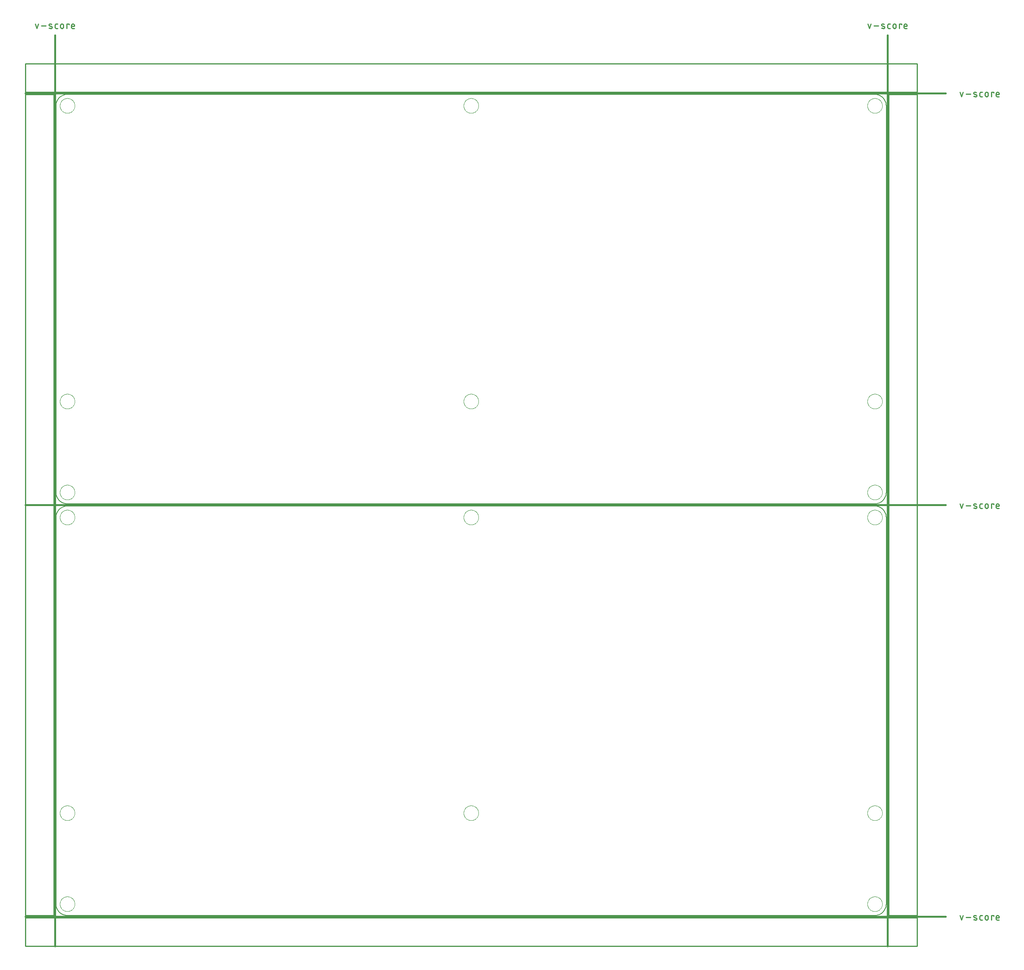
<source format=gko>
G04 EAGLE Gerber RS-274X export*
G75*
%MOMM*%
%FSLAX34Y34*%
%LPD*%
%IN*%
%IPPOS*%
%AMOC8*
5,1,8,0,0,1.08239X$1,22.5*%
G01*
%ADD10C,0.203200*%
%ADD11C,0.381000*%
%ADD12C,0.279400*%
%ADD13C,0.254000*%
%ADD14C,0.000000*%


D10*
X25400Y0D02*
X1828800Y0D01*
X1854200Y25400D02*
X1854200Y889000D01*
X1828800Y914400D02*
X25400Y914400D01*
X0Y889000D02*
X0Y25400D01*
X0Y889000D02*
X7Y889614D01*
X30Y890227D01*
X67Y890840D01*
X119Y891451D01*
X185Y892062D01*
X267Y892670D01*
X363Y893276D01*
X473Y893880D01*
X598Y894481D01*
X738Y895079D01*
X892Y895673D01*
X1061Y896263D01*
X1243Y896849D01*
X1440Y897430D01*
X1651Y898007D01*
X1875Y898578D01*
X2113Y899144D01*
X2365Y899704D01*
X2631Y900257D01*
X2909Y900804D01*
X3201Y901344D01*
X3506Y901877D01*
X3824Y902402D01*
X4154Y902920D01*
X4496Y903429D01*
X4851Y903930D01*
X5218Y904422D01*
X5596Y904905D01*
X5986Y905379D01*
X6388Y905843D01*
X6800Y906298D01*
X7224Y906742D01*
X7658Y907176D01*
X8102Y907600D01*
X8557Y908012D01*
X9021Y908414D01*
X9495Y908804D01*
X9978Y909182D01*
X10470Y909549D01*
X10971Y909904D01*
X11480Y910246D01*
X11998Y910576D01*
X12523Y910894D01*
X13056Y911199D01*
X13596Y911491D01*
X14143Y911769D01*
X14696Y912035D01*
X15256Y912287D01*
X15822Y912525D01*
X16393Y912749D01*
X16970Y912960D01*
X17551Y913157D01*
X18137Y913339D01*
X18727Y913508D01*
X19321Y913662D01*
X19919Y913802D01*
X20520Y913927D01*
X21124Y914037D01*
X21730Y914133D01*
X22338Y914215D01*
X22949Y914281D01*
X23560Y914333D01*
X24173Y914370D01*
X24786Y914393D01*
X25400Y914400D01*
X0Y25400D02*
X7Y24786D01*
X30Y24173D01*
X67Y23560D01*
X119Y22949D01*
X185Y22338D01*
X267Y21730D01*
X363Y21124D01*
X473Y20520D01*
X598Y19919D01*
X738Y19321D01*
X892Y18727D01*
X1061Y18137D01*
X1243Y17551D01*
X1440Y16970D01*
X1651Y16393D01*
X1875Y15822D01*
X2113Y15256D01*
X2365Y14696D01*
X2631Y14143D01*
X2909Y13596D01*
X3201Y13056D01*
X3506Y12523D01*
X3824Y11998D01*
X4154Y11480D01*
X4496Y10971D01*
X4851Y10470D01*
X5218Y9978D01*
X5596Y9495D01*
X5986Y9021D01*
X6388Y8557D01*
X6800Y8102D01*
X7224Y7658D01*
X7658Y7224D01*
X8102Y6800D01*
X8557Y6388D01*
X9021Y5986D01*
X9495Y5596D01*
X9978Y5218D01*
X10470Y4851D01*
X10971Y4496D01*
X11480Y4154D01*
X11998Y3824D01*
X12523Y3506D01*
X13056Y3201D01*
X13596Y2909D01*
X14143Y2631D01*
X14696Y2365D01*
X15256Y2113D01*
X15822Y1875D01*
X16393Y1651D01*
X16970Y1440D01*
X17551Y1243D01*
X18137Y1061D01*
X18727Y892D01*
X19321Y738D01*
X19919Y598D01*
X20520Y473D01*
X21124Y363D01*
X21730Y267D01*
X22338Y185D01*
X22949Y119D01*
X23560Y67D01*
X24173Y30D01*
X24786Y7D01*
X25400Y0D01*
X1828800Y914400D02*
X1829414Y914393D01*
X1830027Y914370D01*
X1830640Y914333D01*
X1831251Y914281D01*
X1831862Y914215D01*
X1832470Y914133D01*
X1833076Y914037D01*
X1833680Y913927D01*
X1834281Y913802D01*
X1834879Y913662D01*
X1835473Y913508D01*
X1836063Y913339D01*
X1836649Y913157D01*
X1837230Y912960D01*
X1837807Y912749D01*
X1838378Y912525D01*
X1838944Y912287D01*
X1839504Y912035D01*
X1840057Y911769D01*
X1840604Y911491D01*
X1841144Y911199D01*
X1841677Y910894D01*
X1842202Y910576D01*
X1842720Y910246D01*
X1843229Y909904D01*
X1843730Y909549D01*
X1844222Y909182D01*
X1844705Y908804D01*
X1845179Y908414D01*
X1845643Y908012D01*
X1846098Y907600D01*
X1846542Y907176D01*
X1846976Y906742D01*
X1847400Y906298D01*
X1847812Y905843D01*
X1848214Y905379D01*
X1848604Y904905D01*
X1848982Y904422D01*
X1849349Y903930D01*
X1849704Y903429D01*
X1850046Y902920D01*
X1850376Y902402D01*
X1850694Y901877D01*
X1850999Y901344D01*
X1851291Y900804D01*
X1851569Y900257D01*
X1851835Y899704D01*
X1852087Y899144D01*
X1852325Y898578D01*
X1852549Y898007D01*
X1852760Y897430D01*
X1852957Y896849D01*
X1853139Y896263D01*
X1853308Y895673D01*
X1853462Y895079D01*
X1853602Y894481D01*
X1853727Y893880D01*
X1853837Y893276D01*
X1853933Y892670D01*
X1854015Y892062D01*
X1854081Y891451D01*
X1854133Y890840D01*
X1854170Y890227D01*
X1854193Y889614D01*
X1854200Y889000D01*
X1854200Y25400D02*
X1854193Y24786D01*
X1854170Y24173D01*
X1854133Y23560D01*
X1854081Y22949D01*
X1854015Y22338D01*
X1853933Y21730D01*
X1853837Y21124D01*
X1853727Y20520D01*
X1853602Y19919D01*
X1853462Y19321D01*
X1853308Y18727D01*
X1853139Y18137D01*
X1852957Y17551D01*
X1852760Y16970D01*
X1852549Y16393D01*
X1852325Y15822D01*
X1852087Y15256D01*
X1851835Y14696D01*
X1851569Y14143D01*
X1851291Y13596D01*
X1850999Y13056D01*
X1850694Y12523D01*
X1850376Y11998D01*
X1850046Y11480D01*
X1849704Y10971D01*
X1849349Y10470D01*
X1848982Y9978D01*
X1848604Y9495D01*
X1848214Y9021D01*
X1847812Y8557D01*
X1847400Y8102D01*
X1846976Y7658D01*
X1846542Y7224D01*
X1846098Y6800D01*
X1845643Y6388D01*
X1845179Y5986D01*
X1844705Y5596D01*
X1844222Y5218D01*
X1843730Y4851D01*
X1843229Y4496D01*
X1842720Y4154D01*
X1842202Y3824D01*
X1841677Y3506D01*
X1841144Y3201D01*
X1840604Y2909D01*
X1840057Y2631D01*
X1839504Y2365D01*
X1838944Y2113D01*
X1838378Y1875D01*
X1837807Y1651D01*
X1837230Y1440D01*
X1836649Y1243D01*
X1836063Y1061D01*
X1835473Y892D01*
X1834879Y738D01*
X1834281Y598D01*
X1833680Y473D01*
X1833076Y363D01*
X1832470Y267D01*
X1831862Y185D01*
X1831251Y119D01*
X1830640Y67D01*
X1830027Y30D01*
X1829414Y7D01*
X1828800Y0D01*
X1828800Y919480D02*
X25400Y919480D01*
X1854200Y944880D02*
X1854200Y1808480D01*
X1828800Y1833880D02*
X25400Y1833880D01*
X0Y1808480D02*
X0Y944880D01*
X0Y1808480D02*
X7Y1809094D01*
X30Y1809707D01*
X67Y1810320D01*
X119Y1810931D01*
X185Y1811542D01*
X267Y1812150D01*
X363Y1812756D01*
X473Y1813360D01*
X598Y1813961D01*
X738Y1814559D01*
X892Y1815153D01*
X1061Y1815743D01*
X1243Y1816329D01*
X1440Y1816910D01*
X1651Y1817487D01*
X1875Y1818058D01*
X2113Y1818624D01*
X2365Y1819184D01*
X2631Y1819737D01*
X2909Y1820284D01*
X3201Y1820824D01*
X3506Y1821357D01*
X3824Y1821882D01*
X4154Y1822400D01*
X4496Y1822909D01*
X4851Y1823410D01*
X5218Y1823902D01*
X5596Y1824385D01*
X5986Y1824859D01*
X6388Y1825323D01*
X6800Y1825778D01*
X7224Y1826222D01*
X7658Y1826656D01*
X8102Y1827080D01*
X8557Y1827492D01*
X9021Y1827894D01*
X9495Y1828284D01*
X9978Y1828662D01*
X10470Y1829029D01*
X10971Y1829384D01*
X11480Y1829726D01*
X11998Y1830056D01*
X12523Y1830374D01*
X13056Y1830679D01*
X13596Y1830971D01*
X14143Y1831249D01*
X14696Y1831515D01*
X15256Y1831767D01*
X15822Y1832005D01*
X16393Y1832229D01*
X16970Y1832440D01*
X17551Y1832637D01*
X18137Y1832819D01*
X18727Y1832988D01*
X19321Y1833142D01*
X19919Y1833282D01*
X20520Y1833407D01*
X21124Y1833517D01*
X21730Y1833613D01*
X22338Y1833695D01*
X22949Y1833761D01*
X23560Y1833813D01*
X24173Y1833850D01*
X24786Y1833873D01*
X25400Y1833880D01*
X0Y944880D02*
X7Y944266D01*
X30Y943653D01*
X67Y943040D01*
X119Y942429D01*
X185Y941818D01*
X267Y941210D01*
X363Y940604D01*
X473Y940000D01*
X598Y939399D01*
X738Y938801D01*
X892Y938207D01*
X1061Y937617D01*
X1243Y937031D01*
X1440Y936450D01*
X1651Y935873D01*
X1875Y935302D01*
X2113Y934736D01*
X2365Y934176D01*
X2631Y933623D01*
X2909Y933076D01*
X3201Y932536D01*
X3506Y932003D01*
X3824Y931478D01*
X4154Y930960D01*
X4496Y930451D01*
X4851Y929950D01*
X5218Y929458D01*
X5596Y928975D01*
X5986Y928501D01*
X6388Y928037D01*
X6800Y927582D01*
X7224Y927138D01*
X7658Y926704D01*
X8102Y926280D01*
X8557Y925868D01*
X9021Y925466D01*
X9495Y925076D01*
X9978Y924698D01*
X10470Y924331D01*
X10971Y923976D01*
X11480Y923634D01*
X11998Y923304D01*
X12523Y922986D01*
X13056Y922681D01*
X13596Y922389D01*
X14143Y922111D01*
X14696Y921845D01*
X15256Y921593D01*
X15822Y921355D01*
X16393Y921131D01*
X16970Y920920D01*
X17551Y920723D01*
X18137Y920541D01*
X18727Y920372D01*
X19321Y920218D01*
X19919Y920078D01*
X20520Y919953D01*
X21124Y919843D01*
X21730Y919747D01*
X22338Y919665D01*
X22949Y919599D01*
X23560Y919547D01*
X24173Y919510D01*
X24786Y919487D01*
X25400Y919480D01*
X1828800Y1833880D02*
X1829414Y1833873D01*
X1830027Y1833850D01*
X1830640Y1833813D01*
X1831251Y1833761D01*
X1831862Y1833695D01*
X1832470Y1833613D01*
X1833076Y1833517D01*
X1833680Y1833407D01*
X1834281Y1833282D01*
X1834879Y1833142D01*
X1835473Y1832988D01*
X1836063Y1832819D01*
X1836649Y1832637D01*
X1837230Y1832440D01*
X1837807Y1832229D01*
X1838378Y1832005D01*
X1838944Y1831767D01*
X1839504Y1831515D01*
X1840057Y1831249D01*
X1840604Y1830971D01*
X1841144Y1830679D01*
X1841677Y1830374D01*
X1842202Y1830056D01*
X1842720Y1829726D01*
X1843229Y1829384D01*
X1843730Y1829029D01*
X1844222Y1828662D01*
X1844705Y1828284D01*
X1845179Y1827894D01*
X1845643Y1827492D01*
X1846098Y1827080D01*
X1846542Y1826656D01*
X1846976Y1826222D01*
X1847400Y1825778D01*
X1847812Y1825323D01*
X1848214Y1824859D01*
X1848604Y1824385D01*
X1848982Y1823902D01*
X1849349Y1823410D01*
X1849704Y1822909D01*
X1850046Y1822400D01*
X1850376Y1821882D01*
X1850694Y1821357D01*
X1850999Y1820824D01*
X1851291Y1820284D01*
X1851569Y1819737D01*
X1851835Y1819184D01*
X1852087Y1818624D01*
X1852325Y1818058D01*
X1852549Y1817487D01*
X1852760Y1816910D01*
X1852957Y1816329D01*
X1853139Y1815743D01*
X1853308Y1815153D01*
X1853462Y1814559D01*
X1853602Y1813961D01*
X1853727Y1813360D01*
X1853837Y1812756D01*
X1853933Y1812150D01*
X1854015Y1811542D01*
X1854081Y1810931D01*
X1854133Y1810320D01*
X1854170Y1809707D01*
X1854193Y1809094D01*
X1854200Y1808480D01*
X1854200Y944880D02*
X1854193Y944266D01*
X1854170Y943653D01*
X1854133Y943040D01*
X1854081Y942429D01*
X1854015Y941818D01*
X1853933Y941210D01*
X1853837Y940604D01*
X1853727Y940000D01*
X1853602Y939399D01*
X1853462Y938801D01*
X1853308Y938207D01*
X1853139Y937617D01*
X1852957Y937031D01*
X1852760Y936450D01*
X1852549Y935873D01*
X1852325Y935302D01*
X1852087Y934736D01*
X1851835Y934176D01*
X1851569Y933623D01*
X1851291Y933076D01*
X1850999Y932536D01*
X1850694Y932003D01*
X1850376Y931478D01*
X1850046Y930960D01*
X1849704Y930451D01*
X1849349Y929950D01*
X1848982Y929458D01*
X1848604Y928975D01*
X1848214Y928501D01*
X1847812Y928037D01*
X1847400Y927582D01*
X1846976Y927138D01*
X1846542Y926704D01*
X1846098Y926280D01*
X1845643Y925868D01*
X1845179Y925466D01*
X1844705Y925076D01*
X1844222Y924698D01*
X1843730Y924331D01*
X1843229Y923976D01*
X1842720Y923634D01*
X1842202Y923304D01*
X1841677Y922986D01*
X1841144Y922681D01*
X1840604Y922389D01*
X1840057Y922111D01*
X1839504Y921845D01*
X1838944Y921593D01*
X1838378Y921355D01*
X1837807Y921131D01*
X1837230Y920920D01*
X1836649Y920723D01*
X1836063Y920541D01*
X1835473Y920372D01*
X1834879Y920218D01*
X1834281Y920078D01*
X1833680Y919953D01*
X1833076Y919843D01*
X1832470Y919747D01*
X1831862Y919665D01*
X1831251Y919599D01*
X1830640Y919547D01*
X1830027Y919510D01*
X1829414Y919487D01*
X1828800Y919480D01*
D11*
X-2540Y-68580D02*
X-2540Y1965960D01*
D12*
X-42921Y1981327D02*
X-46251Y1991318D01*
X-39590Y1991318D02*
X-42921Y1981327D01*
X-32806Y1987155D02*
X-22815Y1987155D01*
X-14261Y1987155D02*
X-10098Y1985490D01*
X-14261Y1987154D02*
X-14346Y1987190D01*
X-14429Y1987230D01*
X-14510Y1987273D01*
X-14590Y1987320D01*
X-14667Y1987370D01*
X-14743Y1987423D01*
X-14816Y1987479D01*
X-14886Y1987539D01*
X-14954Y1987601D01*
X-15019Y1987666D01*
X-15081Y1987734D01*
X-15141Y1987805D01*
X-15197Y1987878D01*
X-15250Y1987953D01*
X-15300Y1988031D01*
X-15346Y1988110D01*
X-15389Y1988192D01*
X-15429Y1988275D01*
X-15465Y1988360D01*
X-15497Y1988446D01*
X-15526Y1988534D01*
X-15550Y1988623D01*
X-15571Y1988713D01*
X-15588Y1988803D01*
X-15602Y1988894D01*
X-15611Y1988986D01*
X-15616Y1989078D01*
X-15618Y1989170D01*
X-15616Y1989262D01*
X-15609Y1989354D01*
X-15599Y1989446D01*
X-15585Y1989537D01*
X-15567Y1989628D01*
X-15545Y1989717D01*
X-15519Y1989806D01*
X-15489Y1989893D01*
X-15456Y1989979D01*
X-15419Y1990063D01*
X-15379Y1990146D01*
X-15335Y1990227D01*
X-15288Y1990306D01*
X-15237Y1990383D01*
X-15183Y1990458D01*
X-15126Y1990531D01*
X-15066Y1990601D01*
X-15003Y1990668D01*
X-14937Y1990732D01*
X-14869Y1990794D01*
X-14798Y1990853D01*
X-14724Y1990908D01*
X-14648Y1990961D01*
X-14570Y1991010D01*
X-14490Y1991056D01*
X-14409Y1991098D01*
X-14325Y1991137D01*
X-14240Y1991172D01*
X-14153Y1991203D01*
X-14065Y1991231D01*
X-13976Y1991255D01*
X-13886Y1991275D01*
X-13796Y1991292D01*
X-13704Y1991304D01*
X-13612Y1991313D01*
X-13520Y1991317D01*
X-13428Y1991318D01*
X-13201Y1991312D01*
X-12974Y1991301D01*
X-12747Y1991284D01*
X-12521Y1991261D01*
X-12295Y1991234D01*
X-12070Y1991200D01*
X-11846Y1991162D01*
X-11623Y1991118D01*
X-11401Y1991069D01*
X-11180Y1991014D01*
X-10961Y1990954D01*
X-10743Y1990889D01*
X-10527Y1990818D01*
X-10313Y1990743D01*
X-10100Y1990662D01*
X-9890Y1990576D01*
X-9681Y1990485D01*
X-10098Y1985490D02*
X-10013Y1985454D01*
X-9930Y1985414D01*
X-9849Y1985371D01*
X-9769Y1985324D01*
X-9692Y1985274D01*
X-9616Y1985221D01*
X-9543Y1985165D01*
X-9473Y1985105D01*
X-9405Y1985043D01*
X-9340Y1984978D01*
X-9278Y1984910D01*
X-9218Y1984839D01*
X-9162Y1984766D01*
X-9109Y1984691D01*
X-9059Y1984613D01*
X-9013Y1984534D01*
X-8970Y1984452D01*
X-8930Y1984369D01*
X-8894Y1984284D01*
X-8862Y1984198D01*
X-8833Y1984110D01*
X-8809Y1984021D01*
X-8788Y1983931D01*
X-8771Y1983841D01*
X-8757Y1983750D01*
X-8748Y1983658D01*
X-8743Y1983566D01*
X-8741Y1983474D01*
X-8743Y1983382D01*
X-8750Y1983290D01*
X-8760Y1983198D01*
X-8774Y1983107D01*
X-8792Y1983016D01*
X-8814Y1982927D01*
X-8840Y1982838D01*
X-8870Y1982751D01*
X-8903Y1982665D01*
X-8940Y1982581D01*
X-8980Y1982498D01*
X-9024Y1982417D01*
X-9071Y1982338D01*
X-9122Y1982261D01*
X-9176Y1982186D01*
X-9233Y1982113D01*
X-9293Y1982043D01*
X-9356Y1981976D01*
X-9422Y1981912D01*
X-9490Y1981850D01*
X-9561Y1981791D01*
X-9635Y1981736D01*
X-9711Y1981683D01*
X-9789Y1981634D01*
X-9869Y1981588D01*
X-9950Y1981546D01*
X-10034Y1981507D01*
X-10119Y1981472D01*
X-10206Y1981441D01*
X-10294Y1981413D01*
X-10383Y1981389D01*
X-10473Y1981369D01*
X-10563Y1981352D01*
X-10655Y1981340D01*
X-10747Y1981331D01*
X-10839Y1981327D01*
X-10931Y1981326D01*
X-10931Y1981327D02*
X-11265Y1981336D01*
X-11598Y1981353D01*
X-11931Y1981377D01*
X-12264Y1981410D01*
X-12595Y1981450D01*
X-12926Y1981498D01*
X-13255Y1981554D01*
X-13583Y1981617D01*
X-13909Y1981689D01*
X-14233Y1981768D01*
X-14556Y1981854D01*
X-14876Y1981949D01*
X-15194Y1982051D01*
X-15510Y1982160D01*
X562Y1981327D02*
X3892Y1981327D01*
X562Y1981327D02*
X464Y1981329D01*
X366Y1981335D01*
X268Y1981344D01*
X171Y1981358D01*
X75Y1981375D01*
X-21Y1981396D01*
X-116Y1981421D01*
X-210Y1981449D01*
X-303Y1981481D01*
X-394Y1981517D01*
X-484Y1981556D01*
X-572Y1981599D01*
X-659Y1981646D01*
X-743Y1981695D01*
X-826Y1981748D01*
X-906Y1981804D01*
X-985Y1981863D01*
X-1060Y1981926D01*
X-1134Y1981991D01*
X-1204Y1982059D01*
X-1272Y1982129D01*
X-1338Y1982203D01*
X-1400Y1982279D01*
X-1459Y1982357D01*
X-1515Y1982437D01*
X-1568Y1982520D01*
X-1618Y1982604D01*
X-1664Y1982691D01*
X-1707Y1982779D01*
X-1746Y1982869D01*
X-1782Y1982960D01*
X-1814Y1983053D01*
X-1842Y1983147D01*
X-1867Y1983242D01*
X-1888Y1983338D01*
X-1905Y1983434D01*
X-1919Y1983531D01*
X-1928Y1983629D01*
X-1934Y1983727D01*
X-1936Y1983825D01*
X-1936Y1988820D01*
X-1934Y1988918D01*
X-1928Y1989016D01*
X-1919Y1989114D01*
X-1905Y1989211D01*
X-1888Y1989307D01*
X-1867Y1989403D01*
X-1842Y1989498D01*
X-1814Y1989592D01*
X-1782Y1989685D01*
X-1746Y1989776D01*
X-1707Y1989866D01*
X-1664Y1989954D01*
X-1617Y1990041D01*
X-1568Y1990125D01*
X-1515Y1990208D01*
X-1459Y1990288D01*
X-1400Y1990366D01*
X-1337Y1990442D01*
X-1272Y1990516D01*
X-1204Y1990586D01*
X-1134Y1990654D01*
X-1060Y1990719D01*
X-984Y1990782D01*
X-906Y1990841D01*
X-826Y1990897D01*
X-743Y1990950D01*
X-659Y1990999D01*
X-572Y1991046D01*
X-484Y1991089D01*
X-394Y1991128D01*
X-303Y1991164D01*
X-210Y1991196D01*
X-116Y1991224D01*
X-21Y1991249D01*
X75Y1991270D01*
X171Y1991287D01*
X268Y1991301D01*
X366Y1991310D01*
X464Y1991316D01*
X562Y1991318D01*
X3892Y1991318D01*
X10022Y1987987D02*
X10022Y1984657D01*
X10022Y1987987D02*
X10024Y1988101D01*
X10030Y1988214D01*
X10039Y1988328D01*
X10053Y1988440D01*
X10070Y1988553D01*
X10092Y1988665D01*
X10117Y1988775D01*
X10145Y1988885D01*
X10178Y1988994D01*
X10214Y1989102D01*
X10254Y1989209D01*
X10298Y1989314D01*
X10345Y1989417D01*
X10395Y1989519D01*
X10449Y1989619D01*
X10507Y1989717D01*
X10568Y1989813D01*
X10631Y1989907D01*
X10699Y1989999D01*
X10769Y1990089D01*
X10842Y1990175D01*
X10918Y1990260D01*
X10997Y1990342D01*
X11079Y1990421D01*
X11164Y1990497D01*
X11250Y1990570D01*
X11340Y1990640D01*
X11432Y1990708D01*
X11526Y1990771D01*
X11622Y1990832D01*
X11720Y1990890D01*
X11820Y1990944D01*
X11922Y1990994D01*
X12025Y1991041D01*
X12130Y1991085D01*
X12237Y1991125D01*
X12345Y1991161D01*
X12454Y1991194D01*
X12564Y1991222D01*
X12674Y1991247D01*
X12786Y1991269D01*
X12899Y1991286D01*
X13011Y1991300D01*
X13125Y1991309D01*
X13238Y1991315D01*
X13352Y1991317D01*
X13466Y1991315D01*
X13579Y1991309D01*
X13693Y1991300D01*
X13805Y1991286D01*
X13918Y1991269D01*
X14030Y1991247D01*
X14140Y1991222D01*
X14250Y1991194D01*
X14359Y1991161D01*
X14467Y1991125D01*
X14574Y1991085D01*
X14679Y1991041D01*
X14782Y1990994D01*
X14884Y1990944D01*
X14984Y1990890D01*
X15082Y1990832D01*
X15178Y1990771D01*
X15272Y1990708D01*
X15364Y1990640D01*
X15454Y1990570D01*
X15540Y1990497D01*
X15625Y1990421D01*
X15707Y1990342D01*
X15786Y1990260D01*
X15862Y1990175D01*
X15935Y1990089D01*
X16005Y1989999D01*
X16073Y1989907D01*
X16136Y1989813D01*
X16197Y1989717D01*
X16255Y1989619D01*
X16309Y1989519D01*
X16359Y1989417D01*
X16406Y1989314D01*
X16450Y1989209D01*
X16490Y1989102D01*
X16526Y1988994D01*
X16559Y1988885D01*
X16587Y1988775D01*
X16612Y1988665D01*
X16634Y1988553D01*
X16651Y1988440D01*
X16665Y1988328D01*
X16674Y1988214D01*
X16680Y1988101D01*
X16682Y1987987D01*
X16682Y1984657D01*
X16680Y1984543D01*
X16674Y1984430D01*
X16665Y1984316D01*
X16651Y1984204D01*
X16634Y1984091D01*
X16612Y1983979D01*
X16587Y1983869D01*
X16559Y1983759D01*
X16526Y1983650D01*
X16490Y1983542D01*
X16450Y1983435D01*
X16406Y1983330D01*
X16359Y1983227D01*
X16309Y1983125D01*
X16255Y1983025D01*
X16197Y1982927D01*
X16136Y1982831D01*
X16073Y1982737D01*
X16005Y1982645D01*
X15935Y1982555D01*
X15862Y1982469D01*
X15786Y1982384D01*
X15707Y1982302D01*
X15625Y1982223D01*
X15540Y1982147D01*
X15454Y1982074D01*
X15364Y1982004D01*
X15272Y1981936D01*
X15178Y1981873D01*
X15082Y1981812D01*
X14984Y1981754D01*
X14884Y1981700D01*
X14782Y1981650D01*
X14679Y1981603D01*
X14574Y1981559D01*
X14467Y1981519D01*
X14359Y1981483D01*
X14250Y1981450D01*
X14140Y1981422D01*
X14030Y1981397D01*
X13918Y1981375D01*
X13805Y1981358D01*
X13693Y1981344D01*
X13579Y1981335D01*
X13466Y1981329D01*
X13352Y1981327D01*
X13238Y1981329D01*
X13125Y1981335D01*
X13011Y1981344D01*
X12899Y1981358D01*
X12786Y1981375D01*
X12674Y1981397D01*
X12564Y1981422D01*
X12454Y1981450D01*
X12345Y1981483D01*
X12237Y1981519D01*
X12130Y1981559D01*
X12025Y1981603D01*
X11922Y1981650D01*
X11820Y1981700D01*
X11720Y1981754D01*
X11622Y1981812D01*
X11526Y1981873D01*
X11432Y1981936D01*
X11340Y1982004D01*
X11250Y1982074D01*
X11164Y1982147D01*
X11079Y1982223D01*
X10997Y1982302D01*
X10918Y1982384D01*
X10842Y1982469D01*
X10769Y1982555D01*
X10699Y1982645D01*
X10631Y1982737D01*
X10568Y1982831D01*
X10507Y1982927D01*
X10449Y1983025D01*
X10395Y1983125D01*
X10345Y1983227D01*
X10298Y1983330D01*
X10254Y1983435D01*
X10214Y1983542D01*
X10178Y1983650D01*
X10145Y1983759D01*
X10117Y1983869D01*
X10092Y1983979D01*
X10070Y1984091D01*
X10053Y1984204D01*
X10039Y1984316D01*
X10030Y1984430D01*
X10024Y1984543D01*
X10022Y1984657D01*
X24218Y1981327D02*
X24218Y1991318D01*
X29213Y1991318D01*
X29213Y1989653D01*
X37008Y1981327D02*
X41171Y1981327D01*
X37008Y1981327D02*
X36910Y1981329D01*
X36812Y1981335D01*
X36714Y1981344D01*
X36617Y1981358D01*
X36521Y1981375D01*
X36425Y1981396D01*
X36330Y1981421D01*
X36236Y1981449D01*
X36143Y1981481D01*
X36052Y1981517D01*
X35962Y1981556D01*
X35874Y1981599D01*
X35787Y1981646D01*
X35703Y1981695D01*
X35620Y1981748D01*
X35540Y1981804D01*
X35462Y1981863D01*
X35386Y1981926D01*
X35312Y1981991D01*
X35242Y1982059D01*
X35174Y1982129D01*
X35109Y1982203D01*
X35046Y1982279D01*
X34987Y1982357D01*
X34931Y1982437D01*
X34878Y1982520D01*
X34829Y1982604D01*
X34782Y1982691D01*
X34739Y1982779D01*
X34700Y1982869D01*
X34664Y1982960D01*
X34632Y1983053D01*
X34604Y1983147D01*
X34579Y1983242D01*
X34558Y1983338D01*
X34541Y1983434D01*
X34527Y1983531D01*
X34518Y1983629D01*
X34512Y1983727D01*
X34510Y1983825D01*
X34510Y1987987D01*
X34511Y1987987D02*
X34513Y1988101D01*
X34519Y1988214D01*
X34528Y1988328D01*
X34542Y1988440D01*
X34559Y1988553D01*
X34581Y1988665D01*
X34606Y1988775D01*
X34634Y1988885D01*
X34667Y1988994D01*
X34703Y1989102D01*
X34743Y1989209D01*
X34787Y1989314D01*
X34834Y1989417D01*
X34884Y1989519D01*
X34938Y1989619D01*
X34996Y1989717D01*
X35057Y1989813D01*
X35120Y1989907D01*
X35188Y1989999D01*
X35258Y1990089D01*
X35331Y1990175D01*
X35407Y1990260D01*
X35486Y1990342D01*
X35568Y1990421D01*
X35653Y1990497D01*
X35739Y1990570D01*
X35829Y1990640D01*
X35921Y1990708D01*
X36015Y1990771D01*
X36111Y1990832D01*
X36209Y1990890D01*
X36309Y1990944D01*
X36411Y1990994D01*
X36514Y1991041D01*
X36619Y1991085D01*
X36726Y1991125D01*
X36834Y1991161D01*
X36943Y1991194D01*
X37053Y1991222D01*
X37163Y1991247D01*
X37275Y1991269D01*
X37388Y1991286D01*
X37500Y1991300D01*
X37614Y1991309D01*
X37727Y1991315D01*
X37841Y1991317D01*
X37955Y1991315D01*
X38068Y1991309D01*
X38182Y1991300D01*
X38294Y1991286D01*
X38407Y1991269D01*
X38519Y1991247D01*
X38629Y1991222D01*
X38739Y1991194D01*
X38848Y1991161D01*
X38956Y1991125D01*
X39063Y1991085D01*
X39168Y1991041D01*
X39271Y1990994D01*
X39373Y1990944D01*
X39473Y1990890D01*
X39571Y1990832D01*
X39667Y1990771D01*
X39761Y1990708D01*
X39853Y1990640D01*
X39943Y1990570D01*
X40029Y1990497D01*
X40114Y1990421D01*
X40196Y1990342D01*
X40275Y1990260D01*
X40351Y1990175D01*
X40424Y1990089D01*
X40494Y1989999D01*
X40562Y1989907D01*
X40625Y1989813D01*
X40686Y1989717D01*
X40744Y1989619D01*
X40798Y1989519D01*
X40848Y1989417D01*
X40895Y1989314D01*
X40939Y1989209D01*
X40979Y1989102D01*
X41015Y1988994D01*
X41048Y1988885D01*
X41076Y1988775D01*
X41101Y1988665D01*
X41123Y1988553D01*
X41140Y1988440D01*
X41154Y1988328D01*
X41163Y1988214D01*
X41169Y1988101D01*
X41171Y1987987D01*
X41171Y1986322D01*
X34510Y1986322D01*
D11*
X1856740Y1965960D02*
X1856740Y-68580D01*
D12*
X1816359Y1981327D02*
X1813029Y1991318D01*
X1819690Y1991318D02*
X1816359Y1981327D01*
X1826474Y1987155D02*
X1836465Y1987155D01*
X1845019Y1987155D02*
X1849182Y1985490D01*
X1845019Y1987154D02*
X1844934Y1987190D01*
X1844851Y1987230D01*
X1844770Y1987273D01*
X1844690Y1987320D01*
X1844613Y1987370D01*
X1844537Y1987423D01*
X1844464Y1987479D01*
X1844394Y1987539D01*
X1844326Y1987601D01*
X1844261Y1987666D01*
X1844199Y1987734D01*
X1844139Y1987805D01*
X1844083Y1987878D01*
X1844030Y1987953D01*
X1843980Y1988031D01*
X1843934Y1988110D01*
X1843891Y1988192D01*
X1843851Y1988275D01*
X1843815Y1988360D01*
X1843783Y1988446D01*
X1843754Y1988534D01*
X1843730Y1988623D01*
X1843709Y1988713D01*
X1843692Y1988803D01*
X1843678Y1988894D01*
X1843669Y1988986D01*
X1843664Y1989078D01*
X1843662Y1989170D01*
X1843664Y1989262D01*
X1843671Y1989354D01*
X1843681Y1989446D01*
X1843695Y1989537D01*
X1843713Y1989628D01*
X1843735Y1989717D01*
X1843761Y1989806D01*
X1843791Y1989893D01*
X1843824Y1989979D01*
X1843861Y1990063D01*
X1843901Y1990146D01*
X1843945Y1990227D01*
X1843992Y1990306D01*
X1844043Y1990383D01*
X1844097Y1990458D01*
X1844154Y1990531D01*
X1844214Y1990601D01*
X1844277Y1990668D01*
X1844343Y1990732D01*
X1844411Y1990794D01*
X1844482Y1990853D01*
X1844556Y1990908D01*
X1844632Y1990961D01*
X1844710Y1991010D01*
X1844790Y1991056D01*
X1844871Y1991098D01*
X1844955Y1991137D01*
X1845040Y1991172D01*
X1845127Y1991203D01*
X1845215Y1991231D01*
X1845304Y1991255D01*
X1845394Y1991275D01*
X1845484Y1991292D01*
X1845576Y1991304D01*
X1845668Y1991313D01*
X1845760Y1991317D01*
X1845852Y1991318D01*
X1846079Y1991312D01*
X1846306Y1991301D01*
X1846533Y1991284D01*
X1846759Y1991261D01*
X1846985Y1991234D01*
X1847210Y1991200D01*
X1847434Y1991162D01*
X1847657Y1991118D01*
X1847879Y1991069D01*
X1848100Y1991014D01*
X1848319Y1990954D01*
X1848537Y1990889D01*
X1848753Y1990818D01*
X1848967Y1990743D01*
X1849180Y1990662D01*
X1849390Y1990576D01*
X1849599Y1990485D01*
X1849182Y1985490D02*
X1849267Y1985454D01*
X1849350Y1985414D01*
X1849431Y1985371D01*
X1849511Y1985324D01*
X1849588Y1985274D01*
X1849664Y1985221D01*
X1849737Y1985165D01*
X1849807Y1985105D01*
X1849875Y1985043D01*
X1849940Y1984978D01*
X1850002Y1984910D01*
X1850062Y1984839D01*
X1850118Y1984766D01*
X1850171Y1984691D01*
X1850221Y1984613D01*
X1850267Y1984534D01*
X1850310Y1984452D01*
X1850350Y1984369D01*
X1850386Y1984284D01*
X1850418Y1984198D01*
X1850447Y1984110D01*
X1850471Y1984021D01*
X1850492Y1983931D01*
X1850509Y1983841D01*
X1850523Y1983750D01*
X1850532Y1983658D01*
X1850537Y1983566D01*
X1850539Y1983474D01*
X1850537Y1983382D01*
X1850530Y1983290D01*
X1850520Y1983198D01*
X1850506Y1983107D01*
X1850488Y1983016D01*
X1850466Y1982927D01*
X1850440Y1982838D01*
X1850410Y1982751D01*
X1850377Y1982665D01*
X1850340Y1982581D01*
X1850300Y1982498D01*
X1850256Y1982417D01*
X1850209Y1982338D01*
X1850158Y1982261D01*
X1850104Y1982186D01*
X1850047Y1982113D01*
X1849987Y1982043D01*
X1849924Y1981976D01*
X1849858Y1981912D01*
X1849790Y1981850D01*
X1849719Y1981791D01*
X1849645Y1981736D01*
X1849569Y1981683D01*
X1849491Y1981634D01*
X1849411Y1981588D01*
X1849330Y1981546D01*
X1849246Y1981507D01*
X1849161Y1981472D01*
X1849074Y1981441D01*
X1848986Y1981413D01*
X1848897Y1981389D01*
X1848807Y1981369D01*
X1848717Y1981352D01*
X1848625Y1981340D01*
X1848533Y1981331D01*
X1848441Y1981327D01*
X1848349Y1981326D01*
X1848349Y1981327D02*
X1848015Y1981336D01*
X1847682Y1981353D01*
X1847349Y1981377D01*
X1847016Y1981410D01*
X1846685Y1981450D01*
X1846354Y1981498D01*
X1846025Y1981554D01*
X1845697Y1981617D01*
X1845371Y1981689D01*
X1845047Y1981768D01*
X1844724Y1981854D01*
X1844404Y1981949D01*
X1844086Y1982051D01*
X1843770Y1982160D01*
X1859842Y1981327D02*
X1863172Y1981327D01*
X1859842Y1981327D02*
X1859744Y1981329D01*
X1859646Y1981335D01*
X1859548Y1981344D01*
X1859451Y1981358D01*
X1859355Y1981375D01*
X1859259Y1981396D01*
X1859164Y1981421D01*
X1859070Y1981449D01*
X1858977Y1981481D01*
X1858886Y1981517D01*
X1858796Y1981556D01*
X1858708Y1981599D01*
X1858621Y1981646D01*
X1858537Y1981695D01*
X1858454Y1981748D01*
X1858374Y1981804D01*
X1858296Y1981863D01*
X1858220Y1981926D01*
X1858146Y1981991D01*
X1858076Y1982059D01*
X1858008Y1982129D01*
X1857943Y1982203D01*
X1857880Y1982279D01*
X1857821Y1982357D01*
X1857765Y1982437D01*
X1857712Y1982520D01*
X1857663Y1982604D01*
X1857616Y1982691D01*
X1857573Y1982779D01*
X1857534Y1982869D01*
X1857498Y1982960D01*
X1857466Y1983053D01*
X1857438Y1983147D01*
X1857413Y1983242D01*
X1857392Y1983338D01*
X1857375Y1983434D01*
X1857361Y1983531D01*
X1857352Y1983629D01*
X1857346Y1983727D01*
X1857344Y1983825D01*
X1857344Y1988820D01*
X1857346Y1988918D01*
X1857352Y1989016D01*
X1857361Y1989114D01*
X1857375Y1989211D01*
X1857392Y1989307D01*
X1857413Y1989403D01*
X1857438Y1989498D01*
X1857466Y1989592D01*
X1857498Y1989685D01*
X1857534Y1989776D01*
X1857573Y1989866D01*
X1857616Y1989954D01*
X1857663Y1990041D01*
X1857712Y1990125D01*
X1857765Y1990208D01*
X1857821Y1990288D01*
X1857880Y1990367D01*
X1857943Y1990442D01*
X1858008Y1990516D01*
X1858076Y1990586D01*
X1858146Y1990654D01*
X1858220Y1990720D01*
X1858296Y1990782D01*
X1858374Y1990841D01*
X1858454Y1990897D01*
X1858537Y1990950D01*
X1858621Y1991000D01*
X1858708Y1991046D01*
X1858796Y1991089D01*
X1858886Y1991128D01*
X1858977Y1991164D01*
X1859070Y1991196D01*
X1859164Y1991224D01*
X1859259Y1991249D01*
X1859355Y1991270D01*
X1859451Y1991287D01*
X1859548Y1991301D01*
X1859646Y1991310D01*
X1859744Y1991316D01*
X1859842Y1991318D01*
X1863172Y1991318D01*
X1869302Y1987987D02*
X1869302Y1984657D01*
X1869302Y1987987D02*
X1869304Y1988101D01*
X1869310Y1988214D01*
X1869319Y1988328D01*
X1869333Y1988440D01*
X1869350Y1988553D01*
X1869372Y1988665D01*
X1869397Y1988775D01*
X1869425Y1988885D01*
X1869458Y1988994D01*
X1869494Y1989102D01*
X1869534Y1989209D01*
X1869578Y1989314D01*
X1869625Y1989417D01*
X1869675Y1989519D01*
X1869729Y1989619D01*
X1869787Y1989717D01*
X1869848Y1989813D01*
X1869911Y1989907D01*
X1869979Y1989999D01*
X1870049Y1990089D01*
X1870122Y1990175D01*
X1870198Y1990260D01*
X1870277Y1990342D01*
X1870359Y1990421D01*
X1870444Y1990497D01*
X1870530Y1990570D01*
X1870620Y1990640D01*
X1870712Y1990708D01*
X1870806Y1990771D01*
X1870902Y1990832D01*
X1871000Y1990890D01*
X1871100Y1990944D01*
X1871202Y1990994D01*
X1871305Y1991041D01*
X1871410Y1991085D01*
X1871517Y1991125D01*
X1871625Y1991161D01*
X1871734Y1991194D01*
X1871844Y1991222D01*
X1871954Y1991247D01*
X1872066Y1991269D01*
X1872179Y1991286D01*
X1872291Y1991300D01*
X1872405Y1991309D01*
X1872518Y1991315D01*
X1872632Y1991317D01*
X1872746Y1991315D01*
X1872859Y1991309D01*
X1872973Y1991300D01*
X1873085Y1991286D01*
X1873198Y1991269D01*
X1873310Y1991247D01*
X1873420Y1991222D01*
X1873530Y1991194D01*
X1873639Y1991161D01*
X1873747Y1991125D01*
X1873854Y1991085D01*
X1873959Y1991041D01*
X1874062Y1990994D01*
X1874164Y1990944D01*
X1874264Y1990890D01*
X1874362Y1990832D01*
X1874458Y1990771D01*
X1874552Y1990708D01*
X1874644Y1990640D01*
X1874734Y1990570D01*
X1874820Y1990497D01*
X1874905Y1990421D01*
X1874987Y1990342D01*
X1875066Y1990260D01*
X1875142Y1990175D01*
X1875215Y1990089D01*
X1875285Y1989999D01*
X1875353Y1989907D01*
X1875416Y1989813D01*
X1875477Y1989717D01*
X1875535Y1989619D01*
X1875589Y1989519D01*
X1875639Y1989417D01*
X1875686Y1989314D01*
X1875730Y1989209D01*
X1875770Y1989102D01*
X1875806Y1988994D01*
X1875839Y1988885D01*
X1875867Y1988775D01*
X1875892Y1988665D01*
X1875914Y1988553D01*
X1875931Y1988440D01*
X1875945Y1988328D01*
X1875954Y1988214D01*
X1875960Y1988101D01*
X1875962Y1987987D01*
X1875962Y1984657D01*
X1875960Y1984543D01*
X1875954Y1984430D01*
X1875945Y1984316D01*
X1875931Y1984204D01*
X1875914Y1984091D01*
X1875892Y1983979D01*
X1875867Y1983869D01*
X1875839Y1983759D01*
X1875806Y1983650D01*
X1875770Y1983542D01*
X1875730Y1983435D01*
X1875686Y1983330D01*
X1875639Y1983227D01*
X1875589Y1983125D01*
X1875535Y1983025D01*
X1875477Y1982927D01*
X1875416Y1982831D01*
X1875353Y1982737D01*
X1875285Y1982645D01*
X1875215Y1982555D01*
X1875142Y1982469D01*
X1875066Y1982384D01*
X1874987Y1982302D01*
X1874905Y1982223D01*
X1874820Y1982147D01*
X1874734Y1982074D01*
X1874644Y1982004D01*
X1874552Y1981936D01*
X1874458Y1981873D01*
X1874362Y1981812D01*
X1874264Y1981754D01*
X1874164Y1981700D01*
X1874062Y1981650D01*
X1873959Y1981603D01*
X1873854Y1981559D01*
X1873747Y1981519D01*
X1873639Y1981483D01*
X1873530Y1981450D01*
X1873420Y1981422D01*
X1873310Y1981397D01*
X1873198Y1981375D01*
X1873085Y1981358D01*
X1872973Y1981344D01*
X1872859Y1981335D01*
X1872746Y1981329D01*
X1872632Y1981327D01*
X1872518Y1981329D01*
X1872405Y1981335D01*
X1872291Y1981344D01*
X1872179Y1981358D01*
X1872066Y1981375D01*
X1871954Y1981397D01*
X1871844Y1981422D01*
X1871734Y1981450D01*
X1871625Y1981483D01*
X1871517Y1981519D01*
X1871410Y1981559D01*
X1871305Y1981603D01*
X1871202Y1981650D01*
X1871100Y1981700D01*
X1871000Y1981754D01*
X1870902Y1981812D01*
X1870806Y1981873D01*
X1870712Y1981936D01*
X1870620Y1982004D01*
X1870530Y1982074D01*
X1870444Y1982147D01*
X1870359Y1982223D01*
X1870277Y1982302D01*
X1870198Y1982384D01*
X1870122Y1982469D01*
X1870049Y1982555D01*
X1869979Y1982645D01*
X1869911Y1982737D01*
X1869848Y1982831D01*
X1869787Y1982927D01*
X1869729Y1983025D01*
X1869675Y1983125D01*
X1869625Y1983227D01*
X1869578Y1983330D01*
X1869534Y1983435D01*
X1869494Y1983542D01*
X1869458Y1983650D01*
X1869425Y1983759D01*
X1869397Y1983869D01*
X1869372Y1983979D01*
X1869350Y1984091D01*
X1869333Y1984204D01*
X1869319Y1984316D01*
X1869310Y1984430D01*
X1869304Y1984543D01*
X1869302Y1984657D01*
X1883498Y1981327D02*
X1883498Y1991318D01*
X1888493Y1991318D01*
X1888493Y1989653D01*
X1896288Y1981327D02*
X1900451Y1981327D01*
X1896288Y1981327D02*
X1896190Y1981329D01*
X1896092Y1981335D01*
X1895994Y1981344D01*
X1895897Y1981358D01*
X1895801Y1981375D01*
X1895705Y1981396D01*
X1895610Y1981421D01*
X1895516Y1981449D01*
X1895423Y1981481D01*
X1895332Y1981517D01*
X1895242Y1981556D01*
X1895154Y1981599D01*
X1895067Y1981646D01*
X1894983Y1981695D01*
X1894900Y1981748D01*
X1894820Y1981804D01*
X1894742Y1981863D01*
X1894666Y1981926D01*
X1894592Y1981991D01*
X1894522Y1982059D01*
X1894454Y1982129D01*
X1894389Y1982203D01*
X1894326Y1982279D01*
X1894267Y1982357D01*
X1894211Y1982437D01*
X1894158Y1982520D01*
X1894109Y1982604D01*
X1894062Y1982691D01*
X1894019Y1982779D01*
X1893980Y1982869D01*
X1893944Y1982960D01*
X1893912Y1983053D01*
X1893884Y1983147D01*
X1893859Y1983242D01*
X1893838Y1983338D01*
X1893821Y1983434D01*
X1893807Y1983531D01*
X1893798Y1983629D01*
X1893792Y1983727D01*
X1893790Y1983825D01*
X1893790Y1987987D01*
X1893791Y1987987D02*
X1893793Y1988101D01*
X1893799Y1988214D01*
X1893808Y1988328D01*
X1893822Y1988440D01*
X1893839Y1988553D01*
X1893861Y1988665D01*
X1893886Y1988775D01*
X1893914Y1988885D01*
X1893947Y1988994D01*
X1893983Y1989102D01*
X1894023Y1989209D01*
X1894067Y1989314D01*
X1894114Y1989417D01*
X1894164Y1989519D01*
X1894218Y1989619D01*
X1894276Y1989717D01*
X1894337Y1989813D01*
X1894400Y1989907D01*
X1894468Y1989999D01*
X1894538Y1990089D01*
X1894611Y1990175D01*
X1894687Y1990260D01*
X1894766Y1990342D01*
X1894848Y1990421D01*
X1894933Y1990497D01*
X1895019Y1990570D01*
X1895109Y1990640D01*
X1895201Y1990708D01*
X1895295Y1990771D01*
X1895391Y1990832D01*
X1895489Y1990890D01*
X1895589Y1990944D01*
X1895691Y1990994D01*
X1895794Y1991041D01*
X1895899Y1991085D01*
X1896006Y1991125D01*
X1896114Y1991161D01*
X1896223Y1991194D01*
X1896333Y1991222D01*
X1896443Y1991247D01*
X1896555Y1991269D01*
X1896668Y1991286D01*
X1896780Y1991300D01*
X1896894Y1991309D01*
X1897007Y1991315D01*
X1897121Y1991317D01*
X1897235Y1991315D01*
X1897348Y1991309D01*
X1897462Y1991300D01*
X1897574Y1991286D01*
X1897687Y1991269D01*
X1897799Y1991247D01*
X1897909Y1991222D01*
X1898019Y1991194D01*
X1898128Y1991161D01*
X1898236Y1991125D01*
X1898343Y1991085D01*
X1898448Y1991041D01*
X1898551Y1990994D01*
X1898653Y1990944D01*
X1898753Y1990890D01*
X1898851Y1990832D01*
X1898947Y1990771D01*
X1899041Y1990708D01*
X1899133Y1990640D01*
X1899223Y1990570D01*
X1899309Y1990497D01*
X1899394Y1990421D01*
X1899476Y1990342D01*
X1899555Y1990260D01*
X1899631Y1990175D01*
X1899704Y1990089D01*
X1899774Y1989999D01*
X1899842Y1989907D01*
X1899905Y1989813D01*
X1899966Y1989717D01*
X1900024Y1989619D01*
X1900078Y1989519D01*
X1900128Y1989417D01*
X1900175Y1989314D01*
X1900219Y1989209D01*
X1900259Y1989102D01*
X1900295Y1988994D01*
X1900328Y1988885D01*
X1900356Y1988775D01*
X1900381Y1988665D01*
X1900403Y1988553D01*
X1900420Y1988440D01*
X1900434Y1988328D01*
X1900443Y1988214D01*
X1900449Y1988101D01*
X1900451Y1987987D01*
X1900451Y1986322D01*
X1893790Y1986322D01*
D11*
X1986280Y-2540D02*
X-68580Y-2540D01*
D12*
X2018769Y-42D02*
X2022099Y-10033D01*
X2025430Y-42D01*
X2032214Y-4205D02*
X2042205Y-4205D01*
X2050759Y-4205D02*
X2054922Y-5870D01*
X2050759Y-4206D02*
X2050674Y-4170D01*
X2050591Y-4130D01*
X2050510Y-4087D01*
X2050430Y-4040D01*
X2050353Y-3990D01*
X2050277Y-3937D01*
X2050204Y-3881D01*
X2050134Y-3821D01*
X2050066Y-3759D01*
X2050001Y-3694D01*
X2049939Y-3626D01*
X2049879Y-3555D01*
X2049823Y-3482D01*
X2049770Y-3407D01*
X2049720Y-3329D01*
X2049674Y-3250D01*
X2049631Y-3168D01*
X2049591Y-3085D01*
X2049555Y-3000D01*
X2049523Y-2914D01*
X2049494Y-2826D01*
X2049470Y-2737D01*
X2049449Y-2647D01*
X2049432Y-2557D01*
X2049418Y-2466D01*
X2049409Y-2374D01*
X2049404Y-2282D01*
X2049402Y-2190D01*
X2049404Y-2098D01*
X2049411Y-2006D01*
X2049421Y-1914D01*
X2049435Y-1823D01*
X2049453Y-1732D01*
X2049475Y-1643D01*
X2049501Y-1554D01*
X2049531Y-1467D01*
X2049564Y-1381D01*
X2049601Y-1297D01*
X2049641Y-1214D01*
X2049685Y-1133D01*
X2049732Y-1054D01*
X2049783Y-977D01*
X2049837Y-902D01*
X2049894Y-829D01*
X2049954Y-759D01*
X2050017Y-692D01*
X2050083Y-628D01*
X2050151Y-566D01*
X2050222Y-507D01*
X2050296Y-452D01*
X2050372Y-399D01*
X2050450Y-350D01*
X2050530Y-304D01*
X2050611Y-262D01*
X2050695Y-223D01*
X2050780Y-188D01*
X2050867Y-157D01*
X2050955Y-129D01*
X2051044Y-105D01*
X2051134Y-85D01*
X2051224Y-68D01*
X2051316Y-56D01*
X2051408Y-47D01*
X2051500Y-43D01*
X2051592Y-42D01*
X2051819Y-48D01*
X2052046Y-59D01*
X2052273Y-76D01*
X2052499Y-99D01*
X2052725Y-126D01*
X2052950Y-160D01*
X2053174Y-198D01*
X2053397Y-242D01*
X2053619Y-291D01*
X2053840Y-346D01*
X2054059Y-406D01*
X2054277Y-471D01*
X2054493Y-542D01*
X2054707Y-617D01*
X2054920Y-698D01*
X2055130Y-784D01*
X2055339Y-875D01*
X2054922Y-5870D02*
X2055007Y-5906D01*
X2055090Y-5946D01*
X2055171Y-5989D01*
X2055251Y-6036D01*
X2055328Y-6086D01*
X2055404Y-6139D01*
X2055477Y-6195D01*
X2055547Y-6255D01*
X2055615Y-6317D01*
X2055680Y-6382D01*
X2055742Y-6450D01*
X2055802Y-6521D01*
X2055858Y-6594D01*
X2055911Y-6669D01*
X2055961Y-6747D01*
X2056007Y-6826D01*
X2056050Y-6908D01*
X2056090Y-6991D01*
X2056126Y-7076D01*
X2056158Y-7162D01*
X2056187Y-7250D01*
X2056211Y-7339D01*
X2056232Y-7429D01*
X2056249Y-7519D01*
X2056263Y-7610D01*
X2056272Y-7702D01*
X2056277Y-7794D01*
X2056279Y-7886D01*
X2056277Y-7978D01*
X2056270Y-8070D01*
X2056260Y-8162D01*
X2056246Y-8253D01*
X2056228Y-8344D01*
X2056206Y-8433D01*
X2056180Y-8522D01*
X2056150Y-8609D01*
X2056117Y-8695D01*
X2056080Y-8779D01*
X2056040Y-8862D01*
X2055996Y-8943D01*
X2055949Y-9022D01*
X2055898Y-9099D01*
X2055844Y-9174D01*
X2055787Y-9247D01*
X2055727Y-9317D01*
X2055664Y-9384D01*
X2055598Y-9448D01*
X2055530Y-9510D01*
X2055459Y-9569D01*
X2055385Y-9624D01*
X2055309Y-9677D01*
X2055231Y-9726D01*
X2055151Y-9772D01*
X2055070Y-9814D01*
X2054986Y-9853D01*
X2054901Y-9888D01*
X2054814Y-9919D01*
X2054726Y-9947D01*
X2054637Y-9971D01*
X2054547Y-9991D01*
X2054457Y-10008D01*
X2054365Y-10020D01*
X2054273Y-10029D01*
X2054181Y-10033D01*
X2054089Y-10034D01*
X2054089Y-10033D02*
X2053755Y-10024D01*
X2053422Y-10007D01*
X2053089Y-9983D01*
X2052756Y-9950D01*
X2052425Y-9910D01*
X2052094Y-9862D01*
X2051765Y-9806D01*
X2051437Y-9743D01*
X2051111Y-9671D01*
X2050787Y-9592D01*
X2050464Y-9506D01*
X2050144Y-9411D01*
X2049826Y-9309D01*
X2049510Y-9200D01*
X2065582Y-10033D02*
X2068912Y-10033D01*
X2065582Y-10033D02*
X2065484Y-10031D01*
X2065386Y-10025D01*
X2065288Y-10016D01*
X2065191Y-10002D01*
X2065095Y-9985D01*
X2064999Y-9964D01*
X2064904Y-9939D01*
X2064810Y-9911D01*
X2064717Y-9879D01*
X2064626Y-9843D01*
X2064536Y-9804D01*
X2064448Y-9761D01*
X2064361Y-9714D01*
X2064277Y-9665D01*
X2064194Y-9612D01*
X2064114Y-9556D01*
X2064036Y-9497D01*
X2063960Y-9435D01*
X2063886Y-9369D01*
X2063816Y-9301D01*
X2063748Y-9231D01*
X2063683Y-9157D01*
X2063620Y-9082D01*
X2063561Y-9003D01*
X2063505Y-8923D01*
X2063452Y-8840D01*
X2063403Y-8756D01*
X2063356Y-8669D01*
X2063313Y-8581D01*
X2063274Y-8491D01*
X2063238Y-8400D01*
X2063206Y-8307D01*
X2063178Y-8213D01*
X2063153Y-8118D01*
X2063132Y-8022D01*
X2063115Y-7926D01*
X2063101Y-7829D01*
X2063092Y-7731D01*
X2063086Y-7633D01*
X2063084Y-7535D01*
X2063084Y-2540D01*
X2063086Y-2442D01*
X2063092Y-2344D01*
X2063101Y-2246D01*
X2063115Y-2149D01*
X2063132Y-2053D01*
X2063153Y-1957D01*
X2063178Y-1862D01*
X2063206Y-1768D01*
X2063238Y-1675D01*
X2063274Y-1584D01*
X2063313Y-1494D01*
X2063356Y-1406D01*
X2063403Y-1319D01*
X2063452Y-1235D01*
X2063505Y-1152D01*
X2063561Y-1072D01*
X2063620Y-994D01*
X2063683Y-918D01*
X2063748Y-844D01*
X2063816Y-774D01*
X2063886Y-706D01*
X2063960Y-641D01*
X2064036Y-578D01*
X2064114Y-519D01*
X2064194Y-463D01*
X2064277Y-410D01*
X2064361Y-361D01*
X2064448Y-314D01*
X2064536Y-271D01*
X2064626Y-232D01*
X2064717Y-196D01*
X2064810Y-164D01*
X2064904Y-136D01*
X2064999Y-111D01*
X2065095Y-90D01*
X2065191Y-73D01*
X2065288Y-59D01*
X2065386Y-50D01*
X2065484Y-44D01*
X2065582Y-42D01*
X2068912Y-42D01*
X2075042Y-3373D02*
X2075042Y-6703D01*
X2075042Y-3373D02*
X2075044Y-3259D01*
X2075050Y-3146D01*
X2075059Y-3032D01*
X2075073Y-2920D01*
X2075090Y-2807D01*
X2075112Y-2695D01*
X2075137Y-2585D01*
X2075165Y-2475D01*
X2075198Y-2366D01*
X2075234Y-2258D01*
X2075274Y-2151D01*
X2075318Y-2046D01*
X2075365Y-1943D01*
X2075415Y-1841D01*
X2075469Y-1741D01*
X2075527Y-1643D01*
X2075588Y-1547D01*
X2075651Y-1453D01*
X2075719Y-1361D01*
X2075789Y-1271D01*
X2075862Y-1185D01*
X2075938Y-1100D01*
X2076017Y-1018D01*
X2076099Y-939D01*
X2076184Y-863D01*
X2076270Y-790D01*
X2076360Y-720D01*
X2076452Y-652D01*
X2076546Y-589D01*
X2076642Y-528D01*
X2076740Y-470D01*
X2076840Y-416D01*
X2076942Y-366D01*
X2077045Y-319D01*
X2077150Y-275D01*
X2077257Y-235D01*
X2077365Y-199D01*
X2077474Y-166D01*
X2077584Y-138D01*
X2077694Y-113D01*
X2077806Y-91D01*
X2077919Y-74D01*
X2078031Y-60D01*
X2078145Y-51D01*
X2078258Y-45D01*
X2078372Y-43D01*
X2078486Y-45D01*
X2078599Y-51D01*
X2078713Y-60D01*
X2078825Y-74D01*
X2078938Y-91D01*
X2079050Y-113D01*
X2079160Y-138D01*
X2079270Y-166D01*
X2079379Y-199D01*
X2079487Y-235D01*
X2079594Y-275D01*
X2079699Y-319D01*
X2079802Y-366D01*
X2079904Y-416D01*
X2080004Y-470D01*
X2080102Y-528D01*
X2080198Y-589D01*
X2080292Y-652D01*
X2080384Y-720D01*
X2080474Y-790D01*
X2080560Y-863D01*
X2080645Y-939D01*
X2080727Y-1018D01*
X2080806Y-1100D01*
X2080882Y-1185D01*
X2080955Y-1271D01*
X2081025Y-1361D01*
X2081093Y-1453D01*
X2081156Y-1547D01*
X2081217Y-1643D01*
X2081275Y-1741D01*
X2081329Y-1841D01*
X2081379Y-1943D01*
X2081426Y-2046D01*
X2081470Y-2151D01*
X2081510Y-2258D01*
X2081546Y-2366D01*
X2081579Y-2475D01*
X2081607Y-2585D01*
X2081632Y-2695D01*
X2081654Y-2807D01*
X2081671Y-2920D01*
X2081685Y-3032D01*
X2081694Y-3146D01*
X2081700Y-3259D01*
X2081702Y-3373D01*
X2081702Y-6703D01*
X2081700Y-6817D01*
X2081694Y-6930D01*
X2081685Y-7044D01*
X2081671Y-7156D01*
X2081654Y-7269D01*
X2081632Y-7381D01*
X2081607Y-7491D01*
X2081579Y-7601D01*
X2081546Y-7710D01*
X2081510Y-7818D01*
X2081470Y-7925D01*
X2081426Y-8030D01*
X2081379Y-8133D01*
X2081329Y-8235D01*
X2081275Y-8335D01*
X2081217Y-8433D01*
X2081156Y-8529D01*
X2081093Y-8623D01*
X2081025Y-8715D01*
X2080955Y-8805D01*
X2080882Y-8891D01*
X2080806Y-8976D01*
X2080727Y-9058D01*
X2080645Y-9137D01*
X2080560Y-9213D01*
X2080474Y-9286D01*
X2080384Y-9356D01*
X2080292Y-9424D01*
X2080198Y-9487D01*
X2080102Y-9548D01*
X2080004Y-9606D01*
X2079904Y-9660D01*
X2079802Y-9710D01*
X2079699Y-9757D01*
X2079594Y-9801D01*
X2079487Y-9841D01*
X2079379Y-9877D01*
X2079270Y-9910D01*
X2079160Y-9938D01*
X2079050Y-9963D01*
X2078938Y-9985D01*
X2078825Y-10002D01*
X2078713Y-10016D01*
X2078599Y-10025D01*
X2078486Y-10031D01*
X2078372Y-10033D01*
X2078258Y-10031D01*
X2078145Y-10025D01*
X2078031Y-10016D01*
X2077919Y-10002D01*
X2077806Y-9985D01*
X2077694Y-9963D01*
X2077584Y-9938D01*
X2077474Y-9910D01*
X2077365Y-9877D01*
X2077257Y-9841D01*
X2077150Y-9801D01*
X2077045Y-9757D01*
X2076942Y-9710D01*
X2076840Y-9660D01*
X2076740Y-9606D01*
X2076642Y-9548D01*
X2076546Y-9487D01*
X2076452Y-9424D01*
X2076360Y-9356D01*
X2076270Y-9286D01*
X2076184Y-9213D01*
X2076099Y-9137D01*
X2076017Y-9058D01*
X2075938Y-8976D01*
X2075862Y-8891D01*
X2075789Y-8805D01*
X2075719Y-8715D01*
X2075651Y-8623D01*
X2075588Y-8529D01*
X2075527Y-8433D01*
X2075469Y-8335D01*
X2075415Y-8235D01*
X2075365Y-8133D01*
X2075318Y-8030D01*
X2075274Y-7925D01*
X2075234Y-7818D01*
X2075198Y-7710D01*
X2075165Y-7601D01*
X2075137Y-7491D01*
X2075112Y-7381D01*
X2075090Y-7269D01*
X2075073Y-7156D01*
X2075059Y-7044D01*
X2075050Y-6930D01*
X2075044Y-6817D01*
X2075042Y-6703D01*
X2089238Y-10033D02*
X2089238Y-42D01*
X2094233Y-42D01*
X2094233Y-1707D01*
X2102028Y-10033D02*
X2106191Y-10033D01*
X2102028Y-10033D02*
X2101930Y-10031D01*
X2101832Y-10025D01*
X2101734Y-10016D01*
X2101637Y-10002D01*
X2101541Y-9985D01*
X2101445Y-9964D01*
X2101350Y-9939D01*
X2101256Y-9911D01*
X2101163Y-9879D01*
X2101072Y-9843D01*
X2100982Y-9804D01*
X2100894Y-9761D01*
X2100807Y-9714D01*
X2100723Y-9665D01*
X2100640Y-9612D01*
X2100560Y-9556D01*
X2100482Y-9497D01*
X2100406Y-9435D01*
X2100332Y-9369D01*
X2100262Y-9301D01*
X2100194Y-9231D01*
X2100129Y-9157D01*
X2100066Y-9082D01*
X2100007Y-9003D01*
X2099951Y-8923D01*
X2099898Y-8840D01*
X2099849Y-8756D01*
X2099802Y-8669D01*
X2099759Y-8581D01*
X2099720Y-8491D01*
X2099684Y-8400D01*
X2099652Y-8307D01*
X2099624Y-8213D01*
X2099599Y-8118D01*
X2099578Y-8022D01*
X2099561Y-7926D01*
X2099547Y-7829D01*
X2099538Y-7731D01*
X2099532Y-7633D01*
X2099530Y-7535D01*
X2099530Y-3373D01*
X2099531Y-3373D02*
X2099533Y-3259D01*
X2099539Y-3146D01*
X2099548Y-3032D01*
X2099562Y-2920D01*
X2099579Y-2807D01*
X2099601Y-2695D01*
X2099626Y-2585D01*
X2099654Y-2475D01*
X2099687Y-2366D01*
X2099723Y-2258D01*
X2099763Y-2151D01*
X2099807Y-2046D01*
X2099854Y-1943D01*
X2099904Y-1841D01*
X2099958Y-1741D01*
X2100016Y-1643D01*
X2100077Y-1547D01*
X2100140Y-1453D01*
X2100208Y-1361D01*
X2100278Y-1271D01*
X2100351Y-1185D01*
X2100427Y-1100D01*
X2100506Y-1018D01*
X2100588Y-939D01*
X2100673Y-863D01*
X2100759Y-790D01*
X2100849Y-720D01*
X2100941Y-652D01*
X2101035Y-589D01*
X2101131Y-528D01*
X2101229Y-470D01*
X2101329Y-416D01*
X2101431Y-366D01*
X2101534Y-319D01*
X2101639Y-275D01*
X2101746Y-235D01*
X2101854Y-199D01*
X2101963Y-166D01*
X2102073Y-138D01*
X2102183Y-113D01*
X2102295Y-91D01*
X2102408Y-74D01*
X2102520Y-60D01*
X2102634Y-51D01*
X2102747Y-45D01*
X2102861Y-43D01*
X2102975Y-45D01*
X2103088Y-51D01*
X2103202Y-60D01*
X2103314Y-74D01*
X2103427Y-91D01*
X2103539Y-113D01*
X2103649Y-138D01*
X2103759Y-166D01*
X2103868Y-199D01*
X2103976Y-235D01*
X2104083Y-275D01*
X2104188Y-319D01*
X2104291Y-366D01*
X2104393Y-416D01*
X2104493Y-470D01*
X2104591Y-528D01*
X2104687Y-589D01*
X2104781Y-652D01*
X2104873Y-720D01*
X2104963Y-790D01*
X2105049Y-863D01*
X2105134Y-939D01*
X2105216Y-1018D01*
X2105295Y-1100D01*
X2105371Y-1185D01*
X2105444Y-1271D01*
X2105514Y-1361D01*
X2105582Y-1453D01*
X2105645Y-1547D01*
X2105706Y-1643D01*
X2105764Y-1741D01*
X2105818Y-1841D01*
X2105868Y-1943D01*
X2105915Y-2046D01*
X2105959Y-2151D01*
X2105999Y-2258D01*
X2106035Y-2366D01*
X2106068Y-2475D01*
X2106096Y-2585D01*
X2106121Y-2695D01*
X2106143Y-2807D01*
X2106160Y-2920D01*
X2106174Y-3032D01*
X2106183Y-3146D01*
X2106189Y-3259D01*
X2106191Y-3373D01*
X2106191Y-5038D01*
X2099530Y-5038D01*
D11*
X1986280Y916940D02*
X-68580Y916940D01*
D12*
X2018769Y919438D02*
X2022099Y909447D01*
X2025430Y919438D01*
X2032214Y915275D02*
X2042205Y915275D01*
X2050759Y915275D02*
X2054922Y913610D01*
X2050759Y915274D02*
X2050674Y915310D01*
X2050591Y915350D01*
X2050510Y915393D01*
X2050430Y915440D01*
X2050353Y915490D01*
X2050277Y915543D01*
X2050204Y915599D01*
X2050134Y915659D01*
X2050066Y915721D01*
X2050001Y915786D01*
X2049939Y915854D01*
X2049879Y915925D01*
X2049823Y915998D01*
X2049770Y916073D01*
X2049720Y916151D01*
X2049674Y916230D01*
X2049631Y916312D01*
X2049591Y916395D01*
X2049555Y916480D01*
X2049523Y916566D01*
X2049494Y916654D01*
X2049470Y916743D01*
X2049449Y916833D01*
X2049432Y916923D01*
X2049418Y917014D01*
X2049409Y917106D01*
X2049404Y917198D01*
X2049402Y917290D01*
X2049404Y917382D01*
X2049411Y917474D01*
X2049421Y917566D01*
X2049435Y917657D01*
X2049453Y917748D01*
X2049475Y917837D01*
X2049501Y917926D01*
X2049531Y918013D01*
X2049564Y918099D01*
X2049601Y918183D01*
X2049641Y918266D01*
X2049685Y918347D01*
X2049732Y918426D01*
X2049783Y918503D01*
X2049837Y918578D01*
X2049894Y918651D01*
X2049954Y918721D01*
X2050017Y918788D01*
X2050083Y918852D01*
X2050151Y918914D01*
X2050222Y918973D01*
X2050296Y919028D01*
X2050372Y919081D01*
X2050450Y919130D01*
X2050530Y919176D01*
X2050611Y919218D01*
X2050695Y919257D01*
X2050780Y919292D01*
X2050867Y919323D01*
X2050955Y919351D01*
X2051044Y919375D01*
X2051134Y919395D01*
X2051224Y919412D01*
X2051316Y919424D01*
X2051408Y919433D01*
X2051500Y919437D01*
X2051592Y919438D01*
X2051819Y919432D01*
X2052046Y919421D01*
X2052273Y919404D01*
X2052499Y919381D01*
X2052725Y919354D01*
X2052950Y919320D01*
X2053174Y919282D01*
X2053397Y919238D01*
X2053619Y919189D01*
X2053840Y919134D01*
X2054059Y919074D01*
X2054277Y919009D01*
X2054493Y918938D01*
X2054707Y918863D01*
X2054920Y918782D01*
X2055130Y918696D01*
X2055339Y918605D01*
X2054922Y913610D02*
X2055007Y913574D01*
X2055090Y913534D01*
X2055171Y913491D01*
X2055251Y913444D01*
X2055328Y913394D01*
X2055404Y913341D01*
X2055477Y913285D01*
X2055547Y913225D01*
X2055615Y913163D01*
X2055680Y913098D01*
X2055742Y913030D01*
X2055802Y912959D01*
X2055858Y912886D01*
X2055911Y912811D01*
X2055961Y912733D01*
X2056007Y912654D01*
X2056050Y912572D01*
X2056090Y912489D01*
X2056126Y912404D01*
X2056158Y912318D01*
X2056187Y912230D01*
X2056211Y912141D01*
X2056232Y912051D01*
X2056249Y911961D01*
X2056263Y911870D01*
X2056272Y911778D01*
X2056277Y911686D01*
X2056279Y911594D01*
X2056277Y911502D01*
X2056270Y911410D01*
X2056260Y911318D01*
X2056246Y911227D01*
X2056228Y911136D01*
X2056206Y911047D01*
X2056180Y910958D01*
X2056150Y910871D01*
X2056117Y910785D01*
X2056080Y910701D01*
X2056040Y910618D01*
X2055996Y910537D01*
X2055949Y910458D01*
X2055898Y910381D01*
X2055844Y910306D01*
X2055787Y910233D01*
X2055727Y910163D01*
X2055664Y910096D01*
X2055598Y910032D01*
X2055530Y909970D01*
X2055459Y909911D01*
X2055385Y909856D01*
X2055309Y909803D01*
X2055231Y909754D01*
X2055151Y909708D01*
X2055070Y909666D01*
X2054986Y909627D01*
X2054901Y909592D01*
X2054814Y909561D01*
X2054726Y909533D01*
X2054637Y909509D01*
X2054547Y909489D01*
X2054457Y909472D01*
X2054365Y909460D01*
X2054273Y909451D01*
X2054181Y909447D01*
X2054089Y909446D01*
X2054089Y909447D02*
X2053755Y909456D01*
X2053422Y909473D01*
X2053089Y909497D01*
X2052756Y909530D01*
X2052425Y909570D01*
X2052094Y909618D01*
X2051765Y909674D01*
X2051437Y909737D01*
X2051111Y909809D01*
X2050787Y909888D01*
X2050464Y909974D01*
X2050144Y910069D01*
X2049826Y910171D01*
X2049510Y910280D01*
X2065582Y909447D02*
X2068912Y909447D01*
X2065582Y909447D02*
X2065484Y909449D01*
X2065386Y909455D01*
X2065288Y909464D01*
X2065191Y909478D01*
X2065095Y909495D01*
X2064999Y909516D01*
X2064904Y909541D01*
X2064810Y909569D01*
X2064717Y909601D01*
X2064626Y909637D01*
X2064536Y909676D01*
X2064448Y909719D01*
X2064361Y909766D01*
X2064277Y909815D01*
X2064194Y909868D01*
X2064114Y909924D01*
X2064036Y909983D01*
X2063960Y910046D01*
X2063886Y910111D01*
X2063816Y910179D01*
X2063748Y910249D01*
X2063683Y910323D01*
X2063620Y910399D01*
X2063561Y910477D01*
X2063505Y910557D01*
X2063452Y910640D01*
X2063403Y910724D01*
X2063356Y910811D01*
X2063313Y910899D01*
X2063274Y910989D01*
X2063238Y911080D01*
X2063206Y911173D01*
X2063178Y911267D01*
X2063153Y911362D01*
X2063132Y911458D01*
X2063115Y911554D01*
X2063101Y911651D01*
X2063092Y911749D01*
X2063086Y911847D01*
X2063084Y911945D01*
X2063084Y916940D01*
X2063086Y917038D01*
X2063092Y917136D01*
X2063101Y917234D01*
X2063115Y917331D01*
X2063132Y917427D01*
X2063153Y917523D01*
X2063178Y917618D01*
X2063206Y917712D01*
X2063238Y917805D01*
X2063274Y917896D01*
X2063313Y917986D01*
X2063356Y918074D01*
X2063403Y918161D01*
X2063452Y918245D01*
X2063505Y918328D01*
X2063561Y918408D01*
X2063620Y918487D01*
X2063683Y918562D01*
X2063748Y918636D01*
X2063816Y918706D01*
X2063886Y918774D01*
X2063960Y918840D01*
X2064036Y918902D01*
X2064114Y918961D01*
X2064194Y919017D01*
X2064277Y919070D01*
X2064361Y919120D01*
X2064448Y919166D01*
X2064536Y919209D01*
X2064626Y919248D01*
X2064717Y919284D01*
X2064810Y919316D01*
X2064904Y919344D01*
X2064999Y919369D01*
X2065095Y919390D01*
X2065191Y919407D01*
X2065288Y919421D01*
X2065386Y919430D01*
X2065484Y919436D01*
X2065582Y919438D01*
X2068912Y919438D01*
X2075042Y916107D02*
X2075042Y912777D01*
X2075042Y916107D02*
X2075044Y916221D01*
X2075050Y916334D01*
X2075059Y916448D01*
X2075073Y916560D01*
X2075090Y916673D01*
X2075112Y916785D01*
X2075137Y916895D01*
X2075165Y917005D01*
X2075198Y917114D01*
X2075234Y917222D01*
X2075274Y917329D01*
X2075318Y917434D01*
X2075365Y917537D01*
X2075415Y917639D01*
X2075469Y917739D01*
X2075527Y917837D01*
X2075588Y917933D01*
X2075651Y918027D01*
X2075719Y918119D01*
X2075789Y918209D01*
X2075862Y918295D01*
X2075938Y918380D01*
X2076017Y918462D01*
X2076099Y918541D01*
X2076184Y918617D01*
X2076270Y918690D01*
X2076360Y918760D01*
X2076452Y918828D01*
X2076546Y918891D01*
X2076642Y918952D01*
X2076740Y919010D01*
X2076840Y919064D01*
X2076942Y919114D01*
X2077045Y919161D01*
X2077150Y919205D01*
X2077257Y919245D01*
X2077365Y919281D01*
X2077474Y919314D01*
X2077584Y919342D01*
X2077694Y919367D01*
X2077806Y919389D01*
X2077919Y919406D01*
X2078031Y919420D01*
X2078145Y919429D01*
X2078258Y919435D01*
X2078372Y919437D01*
X2078486Y919435D01*
X2078599Y919429D01*
X2078713Y919420D01*
X2078825Y919406D01*
X2078938Y919389D01*
X2079050Y919367D01*
X2079160Y919342D01*
X2079270Y919314D01*
X2079379Y919281D01*
X2079487Y919245D01*
X2079594Y919205D01*
X2079699Y919161D01*
X2079802Y919114D01*
X2079904Y919064D01*
X2080004Y919010D01*
X2080102Y918952D01*
X2080198Y918891D01*
X2080292Y918828D01*
X2080384Y918760D01*
X2080474Y918690D01*
X2080560Y918617D01*
X2080645Y918541D01*
X2080727Y918462D01*
X2080806Y918380D01*
X2080882Y918295D01*
X2080955Y918209D01*
X2081025Y918119D01*
X2081093Y918027D01*
X2081156Y917933D01*
X2081217Y917837D01*
X2081275Y917739D01*
X2081329Y917639D01*
X2081379Y917537D01*
X2081426Y917434D01*
X2081470Y917329D01*
X2081510Y917222D01*
X2081546Y917114D01*
X2081579Y917005D01*
X2081607Y916895D01*
X2081632Y916785D01*
X2081654Y916673D01*
X2081671Y916560D01*
X2081685Y916448D01*
X2081694Y916334D01*
X2081700Y916221D01*
X2081702Y916107D01*
X2081702Y912777D01*
X2081700Y912663D01*
X2081694Y912550D01*
X2081685Y912436D01*
X2081671Y912324D01*
X2081654Y912211D01*
X2081632Y912099D01*
X2081607Y911989D01*
X2081579Y911879D01*
X2081546Y911770D01*
X2081510Y911662D01*
X2081470Y911555D01*
X2081426Y911450D01*
X2081379Y911347D01*
X2081329Y911245D01*
X2081275Y911145D01*
X2081217Y911047D01*
X2081156Y910951D01*
X2081093Y910857D01*
X2081025Y910765D01*
X2080955Y910675D01*
X2080882Y910589D01*
X2080806Y910504D01*
X2080727Y910422D01*
X2080645Y910343D01*
X2080560Y910267D01*
X2080474Y910194D01*
X2080384Y910124D01*
X2080292Y910056D01*
X2080198Y909993D01*
X2080102Y909932D01*
X2080004Y909874D01*
X2079904Y909820D01*
X2079802Y909770D01*
X2079699Y909723D01*
X2079594Y909679D01*
X2079487Y909639D01*
X2079379Y909603D01*
X2079270Y909570D01*
X2079160Y909542D01*
X2079050Y909517D01*
X2078938Y909495D01*
X2078825Y909478D01*
X2078713Y909464D01*
X2078599Y909455D01*
X2078486Y909449D01*
X2078372Y909447D01*
X2078258Y909449D01*
X2078145Y909455D01*
X2078031Y909464D01*
X2077919Y909478D01*
X2077806Y909495D01*
X2077694Y909517D01*
X2077584Y909542D01*
X2077474Y909570D01*
X2077365Y909603D01*
X2077257Y909639D01*
X2077150Y909679D01*
X2077045Y909723D01*
X2076942Y909770D01*
X2076840Y909820D01*
X2076740Y909874D01*
X2076642Y909932D01*
X2076546Y909993D01*
X2076452Y910056D01*
X2076360Y910124D01*
X2076270Y910194D01*
X2076184Y910267D01*
X2076099Y910343D01*
X2076017Y910422D01*
X2075938Y910504D01*
X2075862Y910589D01*
X2075789Y910675D01*
X2075719Y910765D01*
X2075651Y910857D01*
X2075588Y910951D01*
X2075527Y911047D01*
X2075469Y911145D01*
X2075415Y911245D01*
X2075365Y911347D01*
X2075318Y911450D01*
X2075274Y911555D01*
X2075234Y911662D01*
X2075198Y911770D01*
X2075165Y911879D01*
X2075137Y911989D01*
X2075112Y912099D01*
X2075090Y912211D01*
X2075073Y912324D01*
X2075059Y912436D01*
X2075050Y912550D01*
X2075044Y912663D01*
X2075042Y912777D01*
X2089238Y909447D02*
X2089238Y919438D01*
X2094233Y919438D01*
X2094233Y917773D01*
X2102028Y909447D02*
X2106191Y909447D01*
X2102028Y909447D02*
X2101930Y909449D01*
X2101832Y909455D01*
X2101734Y909464D01*
X2101637Y909478D01*
X2101541Y909495D01*
X2101445Y909516D01*
X2101350Y909541D01*
X2101256Y909569D01*
X2101163Y909601D01*
X2101072Y909637D01*
X2100982Y909676D01*
X2100894Y909719D01*
X2100807Y909766D01*
X2100723Y909815D01*
X2100640Y909868D01*
X2100560Y909924D01*
X2100482Y909983D01*
X2100406Y910046D01*
X2100332Y910111D01*
X2100262Y910179D01*
X2100194Y910249D01*
X2100129Y910323D01*
X2100066Y910399D01*
X2100007Y910477D01*
X2099951Y910557D01*
X2099898Y910640D01*
X2099849Y910724D01*
X2099802Y910811D01*
X2099759Y910899D01*
X2099720Y910989D01*
X2099684Y911080D01*
X2099652Y911173D01*
X2099624Y911267D01*
X2099599Y911362D01*
X2099578Y911458D01*
X2099561Y911554D01*
X2099547Y911651D01*
X2099538Y911749D01*
X2099532Y911847D01*
X2099530Y911945D01*
X2099530Y916107D01*
X2099531Y916107D02*
X2099533Y916221D01*
X2099539Y916334D01*
X2099548Y916448D01*
X2099562Y916560D01*
X2099579Y916673D01*
X2099601Y916785D01*
X2099626Y916895D01*
X2099654Y917005D01*
X2099687Y917114D01*
X2099723Y917222D01*
X2099763Y917329D01*
X2099807Y917434D01*
X2099854Y917537D01*
X2099904Y917639D01*
X2099958Y917739D01*
X2100016Y917837D01*
X2100077Y917933D01*
X2100140Y918027D01*
X2100208Y918119D01*
X2100278Y918209D01*
X2100351Y918295D01*
X2100427Y918380D01*
X2100506Y918462D01*
X2100588Y918541D01*
X2100673Y918617D01*
X2100759Y918690D01*
X2100849Y918760D01*
X2100941Y918828D01*
X2101035Y918891D01*
X2101131Y918952D01*
X2101229Y919010D01*
X2101329Y919064D01*
X2101431Y919114D01*
X2101534Y919161D01*
X2101639Y919205D01*
X2101746Y919245D01*
X2101854Y919281D01*
X2101963Y919314D01*
X2102073Y919342D01*
X2102183Y919367D01*
X2102295Y919389D01*
X2102408Y919406D01*
X2102520Y919420D01*
X2102634Y919429D01*
X2102747Y919435D01*
X2102861Y919437D01*
X2102975Y919435D01*
X2103088Y919429D01*
X2103202Y919420D01*
X2103314Y919406D01*
X2103427Y919389D01*
X2103539Y919367D01*
X2103649Y919342D01*
X2103759Y919314D01*
X2103868Y919281D01*
X2103976Y919245D01*
X2104083Y919205D01*
X2104188Y919161D01*
X2104291Y919114D01*
X2104393Y919064D01*
X2104493Y919010D01*
X2104591Y918952D01*
X2104687Y918891D01*
X2104781Y918828D01*
X2104873Y918760D01*
X2104963Y918690D01*
X2105049Y918617D01*
X2105134Y918541D01*
X2105216Y918462D01*
X2105295Y918380D01*
X2105371Y918295D01*
X2105444Y918209D01*
X2105514Y918119D01*
X2105582Y918027D01*
X2105645Y917933D01*
X2105706Y917837D01*
X2105764Y917739D01*
X2105818Y917639D01*
X2105868Y917537D01*
X2105915Y917434D01*
X2105959Y917329D01*
X2105999Y917222D01*
X2106035Y917114D01*
X2106068Y917005D01*
X2106096Y916895D01*
X2106121Y916785D01*
X2106143Y916673D01*
X2106160Y916560D01*
X2106174Y916448D01*
X2106183Y916334D01*
X2106189Y916221D01*
X2106191Y916107D01*
X2106191Y914442D01*
X2099530Y914442D01*
D11*
X1986280Y1836420D02*
X-68580Y1836420D01*
D12*
X2018769Y1838918D02*
X2022099Y1828927D01*
X2025430Y1838918D01*
X2032214Y1834755D02*
X2042205Y1834755D01*
X2050759Y1834755D02*
X2054922Y1833090D01*
X2050759Y1834754D02*
X2050674Y1834790D01*
X2050591Y1834830D01*
X2050510Y1834873D01*
X2050430Y1834920D01*
X2050353Y1834970D01*
X2050277Y1835023D01*
X2050204Y1835079D01*
X2050134Y1835139D01*
X2050066Y1835201D01*
X2050001Y1835266D01*
X2049939Y1835334D01*
X2049879Y1835405D01*
X2049823Y1835478D01*
X2049770Y1835553D01*
X2049720Y1835631D01*
X2049674Y1835710D01*
X2049631Y1835792D01*
X2049591Y1835875D01*
X2049555Y1835960D01*
X2049523Y1836046D01*
X2049494Y1836134D01*
X2049470Y1836223D01*
X2049449Y1836313D01*
X2049432Y1836403D01*
X2049418Y1836494D01*
X2049409Y1836586D01*
X2049404Y1836678D01*
X2049402Y1836770D01*
X2049404Y1836862D01*
X2049411Y1836954D01*
X2049421Y1837046D01*
X2049435Y1837137D01*
X2049453Y1837228D01*
X2049475Y1837317D01*
X2049501Y1837406D01*
X2049531Y1837493D01*
X2049564Y1837579D01*
X2049601Y1837663D01*
X2049641Y1837746D01*
X2049685Y1837827D01*
X2049732Y1837906D01*
X2049783Y1837983D01*
X2049837Y1838058D01*
X2049894Y1838131D01*
X2049954Y1838201D01*
X2050017Y1838268D01*
X2050083Y1838332D01*
X2050151Y1838394D01*
X2050222Y1838453D01*
X2050296Y1838508D01*
X2050372Y1838561D01*
X2050450Y1838610D01*
X2050530Y1838656D01*
X2050611Y1838698D01*
X2050695Y1838737D01*
X2050780Y1838772D01*
X2050867Y1838803D01*
X2050955Y1838831D01*
X2051044Y1838855D01*
X2051134Y1838875D01*
X2051224Y1838892D01*
X2051316Y1838904D01*
X2051408Y1838913D01*
X2051500Y1838917D01*
X2051592Y1838918D01*
X2051819Y1838912D01*
X2052046Y1838901D01*
X2052273Y1838884D01*
X2052499Y1838861D01*
X2052725Y1838834D01*
X2052950Y1838800D01*
X2053174Y1838762D01*
X2053397Y1838718D01*
X2053619Y1838669D01*
X2053840Y1838614D01*
X2054059Y1838554D01*
X2054277Y1838489D01*
X2054493Y1838418D01*
X2054707Y1838343D01*
X2054920Y1838262D01*
X2055130Y1838176D01*
X2055339Y1838085D01*
X2054922Y1833090D02*
X2055007Y1833054D01*
X2055090Y1833014D01*
X2055171Y1832971D01*
X2055251Y1832924D01*
X2055328Y1832874D01*
X2055404Y1832821D01*
X2055477Y1832765D01*
X2055547Y1832705D01*
X2055615Y1832643D01*
X2055680Y1832578D01*
X2055742Y1832510D01*
X2055802Y1832439D01*
X2055858Y1832366D01*
X2055911Y1832291D01*
X2055961Y1832213D01*
X2056007Y1832134D01*
X2056050Y1832052D01*
X2056090Y1831969D01*
X2056126Y1831884D01*
X2056158Y1831798D01*
X2056187Y1831710D01*
X2056211Y1831621D01*
X2056232Y1831531D01*
X2056249Y1831441D01*
X2056263Y1831350D01*
X2056272Y1831258D01*
X2056277Y1831166D01*
X2056279Y1831074D01*
X2056277Y1830982D01*
X2056270Y1830890D01*
X2056260Y1830798D01*
X2056246Y1830707D01*
X2056228Y1830616D01*
X2056206Y1830527D01*
X2056180Y1830438D01*
X2056150Y1830351D01*
X2056117Y1830265D01*
X2056080Y1830181D01*
X2056040Y1830098D01*
X2055996Y1830017D01*
X2055949Y1829938D01*
X2055898Y1829861D01*
X2055844Y1829786D01*
X2055787Y1829713D01*
X2055727Y1829643D01*
X2055664Y1829576D01*
X2055598Y1829512D01*
X2055530Y1829450D01*
X2055459Y1829391D01*
X2055385Y1829336D01*
X2055309Y1829283D01*
X2055231Y1829234D01*
X2055151Y1829188D01*
X2055070Y1829146D01*
X2054986Y1829107D01*
X2054901Y1829072D01*
X2054814Y1829041D01*
X2054726Y1829013D01*
X2054637Y1828989D01*
X2054547Y1828969D01*
X2054457Y1828952D01*
X2054365Y1828940D01*
X2054273Y1828931D01*
X2054181Y1828927D01*
X2054089Y1828926D01*
X2054089Y1828927D02*
X2053755Y1828936D01*
X2053422Y1828953D01*
X2053089Y1828977D01*
X2052756Y1829010D01*
X2052425Y1829050D01*
X2052094Y1829098D01*
X2051765Y1829154D01*
X2051437Y1829217D01*
X2051111Y1829289D01*
X2050787Y1829368D01*
X2050464Y1829454D01*
X2050144Y1829549D01*
X2049826Y1829651D01*
X2049510Y1829760D01*
X2065582Y1828927D02*
X2068912Y1828927D01*
X2065582Y1828927D02*
X2065484Y1828929D01*
X2065386Y1828935D01*
X2065288Y1828944D01*
X2065191Y1828958D01*
X2065095Y1828975D01*
X2064999Y1828996D01*
X2064904Y1829021D01*
X2064810Y1829049D01*
X2064717Y1829081D01*
X2064626Y1829117D01*
X2064536Y1829156D01*
X2064448Y1829199D01*
X2064361Y1829246D01*
X2064277Y1829295D01*
X2064194Y1829348D01*
X2064114Y1829404D01*
X2064036Y1829463D01*
X2063960Y1829526D01*
X2063886Y1829591D01*
X2063816Y1829659D01*
X2063748Y1829729D01*
X2063683Y1829803D01*
X2063620Y1829879D01*
X2063561Y1829957D01*
X2063505Y1830037D01*
X2063452Y1830120D01*
X2063403Y1830204D01*
X2063356Y1830291D01*
X2063313Y1830379D01*
X2063274Y1830469D01*
X2063238Y1830560D01*
X2063206Y1830653D01*
X2063178Y1830747D01*
X2063153Y1830842D01*
X2063132Y1830938D01*
X2063115Y1831034D01*
X2063101Y1831131D01*
X2063092Y1831229D01*
X2063086Y1831327D01*
X2063084Y1831425D01*
X2063084Y1836420D01*
X2063086Y1836518D01*
X2063092Y1836616D01*
X2063101Y1836714D01*
X2063115Y1836811D01*
X2063132Y1836907D01*
X2063153Y1837003D01*
X2063178Y1837098D01*
X2063206Y1837192D01*
X2063238Y1837285D01*
X2063274Y1837376D01*
X2063313Y1837466D01*
X2063356Y1837554D01*
X2063403Y1837641D01*
X2063452Y1837725D01*
X2063505Y1837808D01*
X2063561Y1837888D01*
X2063620Y1837967D01*
X2063683Y1838042D01*
X2063748Y1838116D01*
X2063816Y1838186D01*
X2063886Y1838254D01*
X2063960Y1838320D01*
X2064036Y1838382D01*
X2064114Y1838441D01*
X2064194Y1838497D01*
X2064277Y1838550D01*
X2064361Y1838600D01*
X2064448Y1838646D01*
X2064536Y1838689D01*
X2064626Y1838728D01*
X2064717Y1838764D01*
X2064810Y1838796D01*
X2064904Y1838824D01*
X2064999Y1838849D01*
X2065095Y1838870D01*
X2065191Y1838887D01*
X2065288Y1838901D01*
X2065386Y1838910D01*
X2065484Y1838916D01*
X2065582Y1838918D01*
X2068912Y1838918D01*
X2075042Y1835587D02*
X2075042Y1832257D01*
X2075042Y1835587D02*
X2075044Y1835701D01*
X2075050Y1835814D01*
X2075059Y1835928D01*
X2075073Y1836040D01*
X2075090Y1836153D01*
X2075112Y1836265D01*
X2075137Y1836375D01*
X2075165Y1836485D01*
X2075198Y1836594D01*
X2075234Y1836702D01*
X2075274Y1836809D01*
X2075318Y1836914D01*
X2075365Y1837017D01*
X2075415Y1837119D01*
X2075469Y1837219D01*
X2075527Y1837317D01*
X2075588Y1837413D01*
X2075651Y1837507D01*
X2075719Y1837599D01*
X2075789Y1837689D01*
X2075862Y1837775D01*
X2075938Y1837860D01*
X2076017Y1837942D01*
X2076099Y1838021D01*
X2076184Y1838097D01*
X2076270Y1838170D01*
X2076360Y1838240D01*
X2076452Y1838308D01*
X2076546Y1838371D01*
X2076642Y1838432D01*
X2076740Y1838490D01*
X2076840Y1838544D01*
X2076942Y1838594D01*
X2077045Y1838641D01*
X2077150Y1838685D01*
X2077257Y1838725D01*
X2077365Y1838761D01*
X2077474Y1838794D01*
X2077584Y1838822D01*
X2077694Y1838847D01*
X2077806Y1838869D01*
X2077919Y1838886D01*
X2078031Y1838900D01*
X2078145Y1838909D01*
X2078258Y1838915D01*
X2078372Y1838917D01*
X2078486Y1838915D01*
X2078599Y1838909D01*
X2078713Y1838900D01*
X2078825Y1838886D01*
X2078938Y1838869D01*
X2079050Y1838847D01*
X2079160Y1838822D01*
X2079270Y1838794D01*
X2079379Y1838761D01*
X2079487Y1838725D01*
X2079594Y1838685D01*
X2079699Y1838641D01*
X2079802Y1838594D01*
X2079904Y1838544D01*
X2080004Y1838490D01*
X2080102Y1838432D01*
X2080198Y1838371D01*
X2080292Y1838308D01*
X2080384Y1838240D01*
X2080474Y1838170D01*
X2080560Y1838097D01*
X2080645Y1838021D01*
X2080727Y1837942D01*
X2080806Y1837860D01*
X2080882Y1837775D01*
X2080955Y1837689D01*
X2081025Y1837599D01*
X2081093Y1837507D01*
X2081156Y1837413D01*
X2081217Y1837317D01*
X2081275Y1837219D01*
X2081329Y1837119D01*
X2081379Y1837017D01*
X2081426Y1836914D01*
X2081470Y1836809D01*
X2081510Y1836702D01*
X2081546Y1836594D01*
X2081579Y1836485D01*
X2081607Y1836375D01*
X2081632Y1836265D01*
X2081654Y1836153D01*
X2081671Y1836040D01*
X2081685Y1835928D01*
X2081694Y1835814D01*
X2081700Y1835701D01*
X2081702Y1835587D01*
X2081702Y1832257D01*
X2081700Y1832143D01*
X2081694Y1832030D01*
X2081685Y1831916D01*
X2081671Y1831804D01*
X2081654Y1831691D01*
X2081632Y1831579D01*
X2081607Y1831469D01*
X2081579Y1831359D01*
X2081546Y1831250D01*
X2081510Y1831142D01*
X2081470Y1831035D01*
X2081426Y1830930D01*
X2081379Y1830827D01*
X2081329Y1830725D01*
X2081275Y1830625D01*
X2081217Y1830527D01*
X2081156Y1830431D01*
X2081093Y1830337D01*
X2081025Y1830245D01*
X2080955Y1830155D01*
X2080882Y1830069D01*
X2080806Y1829984D01*
X2080727Y1829902D01*
X2080645Y1829823D01*
X2080560Y1829747D01*
X2080474Y1829674D01*
X2080384Y1829604D01*
X2080292Y1829536D01*
X2080198Y1829473D01*
X2080102Y1829412D01*
X2080004Y1829354D01*
X2079904Y1829300D01*
X2079802Y1829250D01*
X2079699Y1829203D01*
X2079594Y1829159D01*
X2079487Y1829119D01*
X2079379Y1829083D01*
X2079270Y1829050D01*
X2079160Y1829022D01*
X2079050Y1828997D01*
X2078938Y1828975D01*
X2078825Y1828958D01*
X2078713Y1828944D01*
X2078599Y1828935D01*
X2078486Y1828929D01*
X2078372Y1828927D01*
X2078258Y1828929D01*
X2078145Y1828935D01*
X2078031Y1828944D01*
X2077919Y1828958D01*
X2077806Y1828975D01*
X2077694Y1828997D01*
X2077584Y1829022D01*
X2077474Y1829050D01*
X2077365Y1829083D01*
X2077257Y1829119D01*
X2077150Y1829159D01*
X2077045Y1829203D01*
X2076942Y1829250D01*
X2076840Y1829300D01*
X2076740Y1829354D01*
X2076642Y1829412D01*
X2076546Y1829473D01*
X2076452Y1829536D01*
X2076360Y1829604D01*
X2076270Y1829674D01*
X2076184Y1829747D01*
X2076099Y1829823D01*
X2076017Y1829902D01*
X2075938Y1829984D01*
X2075862Y1830069D01*
X2075789Y1830155D01*
X2075719Y1830245D01*
X2075651Y1830337D01*
X2075588Y1830431D01*
X2075527Y1830527D01*
X2075469Y1830625D01*
X2075415Y1830725D01*
X2075365Y1830827D01*
X2075318Y1830930D01*
X2075274Y1831035D01*
X2075234Y1831142D01*
X2075198Y1831250D01*
X2075165Y1831359D01*
X2075137Y1831469D01*
X2075112Y1831579D01*
X2075090Y1831691D01*
X2075073Y1831804D01*
X2075059Y1831916D01*
X2075050Y1832030D01*
X2075044Y1832143D01*
X2075042Y1832257D01*
X2089238Y1828927D02*
X2089238Y1838918D01*
X2094233Y1838918D01*
X2094233Y1837253D01*
X2102028Y1828927D02*
X2106191Y1828927D01*
X2102028Y1828927D02*
X2101930Y1828929D01*
X2101832Y1828935D01*
X2101734Y1828944D01*
X2101637Y1828958D01*
X2101541Y1828975D01*
X2101445Y1828996D01*
X2101350Y1829021D01*
X2101256Y1829049D01*
X2101163Y1829081D01*
X2101072Y1829117D01*
X2100982Y1829156D01*
X2100894Y1829199D01*
X2100807Y1829246D01*
X2100723Y1829295D01*
X2100640Y1829348D01*
X2100560Y1829404D01*
X2100482Y1829463D01*
X2100406Y1829526D01*
X2100332Y1829591D01*
X2100262Y1829659D01*
X2100194Y1829729D01*
X2100129Y1829803D01*
X2100066Y1829879D01*
X2100007Y1829957D01*
X2099951Y1830037D01*
X2099898Y1830120D01*
X2099849Y1830204D01*
X2099802Y1830291D01*
X2099759Y1830379D01*
X2099720Y1830469D01*
X2099684Y1830560D01*
X2099652Y1830653D01*
X2099624Y1830747D01*
X2099599Y1830842D01*
X2099578Y1830938D01*
X2099561Y1831034D01*
X2099547Y1831131D01*
X2099538Y1831229D01*
X2099532Y1831327D01*
X2099530Y1831425D01*
X2099530Y1835587D01*
X2099531Y1835587D02*
X2099533Y1835701D01*
X2099539Y1835814D01*
X2099548Y1835928D01*
X2099562Y1836040D01*
X2099579Y1836153D01*
X2099601Y1836265D01*
X2099626Y1836375D01*
X2099654Y1836485D01*
X2099687Y1836594D01*
X2099723Y1836702D01*
X2099763Y1836809D01*
X2099807Y1836914D01*
X2099854Y1837017D01*
X2099904Y1837119D01*
X2099958Y1837219D01*
X2100016Y1837317D01*
X2100077Y1837413D01*
X2100140Y1837507D01*
X2100208Y1837599D01*
X2100278Y1837689D01*
X2100351Y1837775D01*
X2100427Y1837860D01*
X2100506Y1837942D01*
X2100588Y1838021D01*
X2100673Y1838097D01*
X2100759Y1838170D01*
X2100849Y1838240D01*
X2100941Y1838308D01*
X2101035Y1838371D01*
X2101131Y1838432D01*
X2101229Y1838490D01*
X2101329Y1838544D01*
X2101431Y1838594D01*
X2101534Y1838641D01*
X2101639Y1838685D01*
X2101746Y1838725D01*
X2101854Y1838761D01*
X2101963Y1838794D01*
X2102073Y1838822D01*
X2102183Y1838847D01*
X2102295Y1838869D01*
X2102408Y1838886D01*
X2102520Y1838900D01*
X2102634Y1838909D01*
X2102747Y1838915D01*
X2102861Y1838917D01*
X2102975Y1838915D01*
X2103088Y1838909D01*
X2103202Y1838900D01*
X2103314Y1838886D01*
X2103427Y1838869D01*
X2103539Y1838847D01*
X2103649Y1838822D01*
X2103759Y1838794D01*
X2103868Y1838761D01*
X2103976Y1838725D01*
X2104083Y1838685D01*
X2104188Y1838641D01*
X2104291Y1838594D01*
X2104393Y1838544D01*
X2104493Y1838490D01*
X2104591Y1838432D01*
X2104687Y1838371D01*
X2104781Y1838308D01*
X2104873Y1838240D01*
X2104963Y1838170D01*
X2105049Y1838097D01*
X2105134Y1838021D01*
X2105216Y1837942D01*
X2105295Y1837860D01*
X2105371Y1837775D01*
X2105444Y1837689D01*
X2105514Y1837599D01*
X2105582Y1837507D01*
X2105645Y1837413D01*
X2105706Y1837317D01*
X2105764Y1837219D01*
X2105818Y1837119D01*
X2105868Y1837017D01*
X2105915Y1836914D01*
X2105959Y1836809D01*
X2105999Y1836702D01*
X2106035Y1836594D01*
X2106068Y1836485D01*
X2106096Y1836375D01*
X2106121Y1836265D01*
X2106143Y1836153D01*
X2106160Y1836040D01*
X2106174Y1835928D01*
X2106183Y1835814D01*
X2106189Y1835701D01*
X2106191Y1835587D01*
X2106191Y1833922D01*
X2099530Y1833922D01*
D13*
X1922780Y-5080D02*
X-68580Y-5080D01*
X1922780Y-5080D02*
X1922780Y-68580D01*
X-68580Y-68580D01*
X-68580Y-5080D01*
X1859280Y1833880D02*
X1922780Y1833880D01*
X1922780Y0D01*
X1859280Y0D01*
X1859280Y1833880D01*
X1922780Y1902460D02*
X-68580Y1902460D01*
X1922780Y1902460D02*
X1922780Y1838960D01*
X-68580Y1838960D01*
X-68580Y1902460D01*
X-68580Y1833880D02*
X-5080Y1833880D01*
X-5080Y0D01*
X-68580Y0D01*
X-68580Y1833880D01*
D14*
X1812290Y25400D02*
X1812295Y25805D01*
X1812310Y26210D01*
X1812335Y26615D01*
X1812370Y27018D01*
X1812414Y27421D01*
X1812469Y27823D01*
X1812533Y28223D01*
X1812607Y28621D01*
X1812691Y29017D01*
X1812785Y29412D01*
X1812888Y29803D01*
X1813001Y30193D01*
X1813123Y30579D01*
X1813255Y30962D01*
X1813396Y31342D01*
X1813547Y31718D01*
X1813706Y32091D01*
X1813875Y32459D01*
X1814053Y32823D01*
X1814239Y33183D01*
X1814435Y33538D01*
X1814639Y33888D01*
X1814851Y34233D01*
X1815072Y34572D01*
X1815302Y34907D01*
X1815539Y35235D01*
X1815784Y35557D01*
X1816038Y35874D01*
X1816298Y36184D01*
X1816567Y36487D01*
X1816843Y36784D01*
X1817126Y37074D01*
X1817416Y37357D01*
X1817713Y37633D01*
X1818016Y37902D01*
X1818326Y38162D01*
X1818643Y38416D01*
X1818965Y38661D01*
X1819293Y38898D01*
X1819628Y39128D01*
X1819967Y39349D01*
X1820312Y39561D01*
X1820662Y39765D01*
X1821017Y39961D01*
X1821377Y40147D01*
X1821741Y40325D01*
X1822109Y40494D01*
X1822482Y40653D01*
X1822858Y40804D01*
X1823238Y40945D01*
X1823621Y41077D01*
X1824007Y41199D01*
X1824397Y41312D01*
X1824788Y41415D01*
X1825183Y41509D01*
X1825579Y41593D01*
X1825977Y41667D01*
X1826377Y41731D01*
X1826779Y41786D01*
X1827182Y41830D01*
X1827585Y41865D01*
X1827990Y41890D01*
X1828395Y41905D01*
X1828800Y41910D01*
X1829205Y41905D01*
X1829610Y41890D01*
X1830015Y41865D01*
X1830418Y41830D01*
X1830821Y41786D01*
X1831223Y41731D01*
X1831623Y41667D01*
X1832021Y41593D01*
X1832417Y41509D01*
X1832812Y41415D01*
X1833203Y41312D01*
X1833593Y41199D01*
X1833979Y41077D01*
X1834362Y40945D01*
X1834742Y40804D01*
X1835118Y40653D01*
X1835491Y40494D01*
X1835859Y40325D01*
X1836223Y40147D01*
X1836583Y39961D01*
X1836938Y39765D01*
X1837288Y39561D01*
X1837633Y39349D01*
X1837972Y39128D01*
X1838307Y38898D01*
X1838635Y38661D01*
X1838957Y38416D01*
X1839274Y38162D01*
X1839584Y37902D01*
X1839887Y37633D01*
X1840184Y37357D01*
X1840474Y37074D01*
X1840757Y36784D01*
X1841033Y36487D01*
X1841302Y36184D01*
X1841562Y35874D01*
X1841816Y35557D01*
X1842061Y35235D01*
X1842298Y34907D01*
X1842528Y34572D01*
X1842749Y34233D01*
X1842961Y33888D01*
X1843165Y33538D01*
X1843361Y33183D01*
X1843547Y32823D01*
X1843725Y32459D01*
X1843894Y32091D01*
X1844053Y31718D01*
X1844204Y31342D01*
X1844345Y30962D01*
X1844477Y30579D01*
X1844599Y30193D01*
X1844712Y29803D01*
X1844815Y29412D01*
X1844909Y29017D01*
X1844993Y28621D01*
X1845067Y28223D01*
X1845131Y27823D01*
X1845186Y27421D01*
X1845230Y27018D01*
X1845265Y26615D01*
X1845290Y26210D01*
X1845305Y25805D01*
X1845310Y25400D01*
X1845305Y24995D01*
X1845290Y24590D01*
X1845265Y24185D01*
X1845230Y23782D01*
X1845186Y23379D01*
X1845131Y22977D01*
X1845067Y22577D01*
X1844993Y22179D01*
X1844909Y21783D01*
X1844815Y21388D01*
X1844712Y20997D01*
X1844599Y20607D01*
X1844477Y20221D01*
X1844345Y19838D01*
X1844204Y19458D01*
X1844053Y19082D01*
X1843894Y18709D01*
X1843725Y18341D01*
X1843547Y17977D01*
X1843361Y17617D01*
X1843165Y17262D01*
X1842961Y16912D01*
X1842749Y16567D01*
X1842528Y16228D01*
X1842298Y15893D01*
X1842061Y15565D01*
X1841816Y15243D01*
X1841562Y14926D01*
X1841302Y14616D01*
X1841033Y14313D01*
X1840757Y14016D01*
X1840474Y13726D01*
X1840184Y13443D01*
X1839887Y13167D01*
X1839584Y12898D01*
X1839274Y12638D01*
X1838957Y12384D01*
X1838635Y12139D01*
X1838307Y11902D01*
X1837972Y11672D01*
X1837633Y11451D01*
X1837288Y11239D01*
X1836938Y11035D01*
X1836583Y10839D01*
X1836223Y10653D01*
X1835859Y10475D01*
X1835491Y10306D01*
X1835118Y10147D01*
X1834742Y9996D01*
X1834362Y9855D01*
X1833979Y9723D01*
X1833593Y9601D01*
X1833203Y9488D01*
X1832812Y9385D01*
X1832417Y9291D01*
X1832021Y9207D01*
X1831623Y9133D01*
X1831223Y9069D01*
X1830821Y9014D01*
X1830418Y8970D01*
X1830015Y8935D01*
X1829610Y8910D01*
X1829205Y8895D01*
X1828800Y8890D01*
X1828395Y8895D01*
X1827990Y8910D01*
X1827585Y8935D01*
X1827182Y8970D01*
X1826779Y9014D01*
X1826377Y9069D01*
X1825977Y9133D01*
X1825579Y9207D01*
X1825183Y9291D01*
X1824788Y9385D01*
X1824397Y9488D01*
X1824007Y9601D01*
X1823621Y9723D01*
X1823238Y9855D01*
X1822858Y9996D01*
X1822482Y10147D01*
X1822109Y10306D01*
X1821741Y10475D01*
X1821377Y10653D01*
X1821017Y10839D01*
X1820662Y11035D01*
X1820312Y11239D01*
X1819967Y11451D01*
X1819628Y11672D01*
X1819293Y11902D01*
X1818965Y12139D01*
X1818643Y12384D01*
X1818326Y12638D01*
X1818016Y12898D01*
X1817713Y13167D01*
X1817416Y13443D01*
X1817126Y13726D01*
X1816843Y14016D01*
X1816567Y14313D01*
X1816298Y14616D01*
X1816038Y14926D01*
X1815784Y15243D01*
X1815539Y15565D01*
X1815302Y15893D01*
X1815072Y16228D01*
X1814851Y16567D01*
X1814639Y16912D01*
X1814435Y17262D01*
X1814239Y17617D01*
X1814053Y17977D01*
X1813875Y18341D01*
X1813706Y18709D01*
X1813547Y19082D01*
X1813396Y19458D01*
X1813255Y19838D01*
X1813123Y20221D01*
X1813001Y20607D01*
X1812888Y20997D01*
X1812785Y21388D01*
X1812691Y21783D01*
X1812607Y22179D01*
X1812533Y22577D01*
X1812469Y22977D01*
X1812414Y23379D01*
X1812370Y23782D01*
X1812335Y24185D01*
X1812310Y24590D01*
X1812295Y24995D01*
X1812290Y25400D01*
X8890Y228600D02*
X8895Y229005D01*
X8910Y229410D01*
X8935Y229815D01*
X8970Y230218D01*
X9014Y230621D01*
X9069Y231023D01*
X9133Y231423D01*
X9207Y231821D01*
X9291Y232217D01*
X9385Y232612D01*
X9488Y233003D01*
X9601Y233393D01*
X9723Y233779D01*
X9855Y234162D01*
X9996Y234542D01*
X10147Y234918D01*
X10306Y235291D01*
X10475Y235659D01*
X10653Y236023D01*
X10839Y236383D01*
X11035Y236738D01*
X11239Y237088D01*
X11451Y237433D01*
X11672Y237772D01*
X11902Y238107D01*
X12139Y238435D01*
X12384Y238757D01*
X12638Y239074D01*
X12898Y239384D01*
X13167Y239687D01*
X13443Y239984D01*
X13726Y240274D01*
X14016Y240557D01*
X14313Y240833D01*
X14616Y241102D01*
X14926Y241362D01*
X15243Y241616D01*
X15565Y241861D01*
X15893Y242098D01*
X16228Y242328D01*
X16567Y242549D01*
X16912Y242761D01*
X17262Y242965D01*
X17617Y243161D01*
X17977Y243347D01*
X18341Y243525D01*
X18709Y243694D01*
X19082Y243853D01*
X19458Y244004D01*
X19838Y244145D01*
X20221Y244277D01*
X20607Y244399D01*
X20997Y244512D01*
X21388Y244615D01*
X21783Y244709D01*
X22179Y244793D01*
X22577Y244867D01*
X22977Y244931D01*
X23379Y244986D01*
X23782Y245030D01*
X24185Y245065D01*
X24590Y245090D01*
X24995Y245105D01*
X25400Y245110D01*
X25805Y245105D01*
X26210Y245090D01*
X26615Y245065D01*
X27018Y245030D01*
X27421Y244986D01*
X27823Y244931D01*
X28223Y244867D01*
X28621Y244793D01*
X29017Y244709D01*
X29412Y244615D01*
X29803Y244512D01*
X30193Y244399D01*
X30579Y244277D01*
X30962Y244145D01*
X31342Y244004D01*
X31718Y243853D01*
X32091Y243694D01*
X32459Y243525D01*
X32823Y243347D01*
X33183Y243161D01*
X33538Y242965D01*
X33888Y242761D01*
X34233Y242549D01*
X34572Y242328D01*
X34907Y242098D01*
X35235Y241861D01*
X35557Y241616D01*
X35874Y241362D01*
X36184Y241102D01*
X36487Y240833D01*
X36784Y240557D01*
X37074Y240274D01*
X37357Y239984D01*
X37633Y239687D01*
X37902Y239384D01*
X38162Y239074D01*
X38416Y238757D01*
X38661Y238435D01*
X38898Y238107D01*
X39128Y237772D01*
X39349Y237433D01*
X39561Y237088D01*
X39765Y236738D01*
X39961Y236383D01*
X40147Y236023D01*
X40325Y235659D01*
X40494Y235291D01*
X40653Y234918D01*
X40804Y234542D01*
X40945Y234162D01*
X41077Y233779D01*
X41199Y233393D01*
X41312Y233003D01*
X41415Y232612D01*
X41509Y232217D01*
X41593Y231821D01*
X41667Y231423D01*
X41731Y231023D01*
X41786Y230621D01*
X41830Y230218D01*
X41865Y229815D01*
X41890Y229410D01*
X41905Y229005D01*
X41910Y228600D01*
X41905Y228195D01*
X41890Y227790D01*
X41865Y227385D01*
X41830Y226982D01*
X41786Y226579D01*
X41731Y226177D01*
X41667Y225777D01*
X41593Y225379D01*
X41509Y224983D01*
X41415Y224588D01*
X41312Y224197D01*
X41199Y223807D01*
X41077Y223421D01*
X40945Y223038D01*
X40804Y222658D01*
X40653Y222282D01*
X40494Y221909D01*
X40325Y221541D01*
X40147Y221177D01*
X39961Y220817D01*
X39765Y220462D01*
X39561Y220112D01*
X39349Y219767D01*
X39128Y219428D01*
X38898Y219093D01*
X38661Y218765D01*
X38416Y218443D01*
X38162Y218126D01*
X37902Y217816D01*
X37633Y217513D01*
X37357Y217216D01*
X37074Y216926D01*
X36784Y216643D01*
X36487Y216367D01*
X36184Y216098D01*
X35874Y215838D01*
X35557Y215584D01*
X35235Y215339D01*
X34907Y215102D01*
X34572Y214872D01*
X34233Y214651D01*
X33888Y214439D01*
X33538Y214235D01*
X33183Y214039D01*
X32823Y213853D01*
X32459Y213675D01*
X32091Y213506D01*
X31718Y213347D01*
X31342Y213196D01*
X30962Y213055D01*
X30579Y212923D01*
X30193Y212801D01*
X29803Y212688D01*
X29412Y212585D01*
X29017Y212491D01*
X28621Y212407D01*
X28223Y212333D01*
X27823Y212269D01*
X27421Y212214D01*
X27018Y212170D01*
X26615Y212135D01*
X26210Y212110D01*
X25805Y212095D01*
X25400Y212090D01*
X24995Y212095D01*
X24590Y212110D01*
X24185Y212135D01*
X23782Y212170D01*
X23379Y212214D01*
X22977Y212269D01*
X22577Y212333D01*
X22179Y212407D01*
X21783Y212491D01*
X21388Y212585D01*
X20997Y212688D01*
X20607Y212801D01*
X20221Y212923D01*
X19838Y213055D01*
X19458Y213196D01*
X19082Y213347D01*
X18709Y213506D01*
X18341Y213675D01*
X17977Y213853D01*
X17617Y214039D01*
X17262Y214235D01*
X16912Y214439D01*
X16567Y214651D01*
X16228Y214872D01*
X15893Y215102D01*
X15565Y215339D01*
X15243Y215584D01*
X14926Y215838D01*
X14616Y216098D01*
X14313Y216367D01*
X14016Y216643D01*
X13726Y216926D01*
X13443Y217216D01*
X13167Y217513D01*
X12898Y217816D01*
X12638Y218126D01*
X12384Y218443D01*
X12139Y218765D01*
X11902Y219093D01*
X11672Y219428D01*
X11451Y219767D01*
X11239Y220112D01*
X11035Y220462D01*
X10839Y220817D01*
X10653Y221177D01*
X10475Y221541D01*
X10306Y221909D01*
X10147Y222282D01*
X9996Y222658D01*
X9855Y223038D01*
X9723Y223421D01*
X9601Y223807D01*
X9488Y224197D01*
X9385Y224588D01*
X9291Y224983D01*
X9207Y225379D01*
X9133Y225777D01*
X9069Y226177D01*
X9014Y226579D01*
X8970Y226982D01*
X8935Y227385D01*
X8910Y227790D01*
X8895Y228195D01*
X8890Y228600D01*
X8890Y25400D02*
X8895Y25805D01*
X8910Y26210D01*
X8935Y26615D01*
X8970Y27018D01*
X9014Y27421D01*
X9069Y27823D01*
X9133Y28223D01*
X9207Y28621D01*
X9291Y29017D01*
X9385Y29412D01*
X9488Y29803D01*
X9601Y30193D01*
X9723Y30579D01*
X9855Y30962D01*
X9996Y31342D01*
X10147Y31718D01*
X10306Y32091D01*
X10475Y32459D01*
X10653Y32823D01*
X10839Y33183D01*
X11035Y33538D01*
X11239Y33888D01*
X11451Y34233D01*
X11672Y34572D01*
X11902Y34907D01*
X12139Y35235D01*
X12384Y35557D01*
X12638Y35874D01*
X12898Y36184D01*
X13167Y36487D01*
X13443Y36784D01*
X13726Y37074D01*
X14016Y37357D01*
X14313Y37633D01*
X14616Y37902D01*
X14926Y38162D01*
X15243Y38416D01*
X15565Y38661D01*
X15893Y38898D01*
X16228Y39128D01*
X16567Y39349D01*
X16912Y39561D01*
X17262Y39765D01*
X17617Y39961D01*
X17977Y40147D01*
X18341Y40325D01*
X18709Y40494D01*
X19082Y40653D01*
X19458Y40804D01*
X19838Y40945D01*
X20221Y41077D01*
X20607Y41199D01*
X20997Y41312D01*
X21388Y41415D01*
X21783Y41509D01*
X22179Y41593D01*
X22577Y41667D01*
X22977Y41731D01*
X23379Y41786D01*
X23782Y41830D01*
X24185Y41865D01*
X24590Y41890D01*
X24995Y41905D01*
X25400Y41910D01*
X25805Y41905D01*
X26210Y41890D01*
X26615Y41865D01*
X27018Y41830D01*
X27421Y41786D01*
X27823Y41731D01*
X28223Y41667D01*
X28621Y41593D01*
X29017Y41509D01*
X29412Y41415D01*
X29803Y41312D01*
X30193Y41199D01*
X30579Y41077D01*
X30962Y40945D01*
X31342Y40804D01*
X31718Y40653D01*
X32091Y40494D01*
X32459Y40325D01*
X32823Y40147D01*
X33183Y39961D01*
X33538Y39765D01*
X33888Y39561D01*
X34233Y39349D01*
X34572Y39128D01*
X34907Y38898D01*
X35235Y38661D01*
X35557Y38416D01*
X35874Y38162D01*
X36184Y37902D01*
X36487Y37633D01*
X36784Y37357D01*
X37074Y37074D01*
X37357Y36784D01*
X37633Y36487D01*
X37902Y36184D01*
X38162Y35874D01*
X38416Y35557D01*
X38661Y35235D01*
X38898Y34907D01*
X39128Y34572D01*
X39349Y34233D01*
X39561Y33888D01*
X39765Y33538D01*
X39961Y33183D01*
X40147Y32823D01*
X40325Y32459D01*
X40494Y32091D01*
X40653Y31718D01*
X40804Y31342D01*
X40945Y30962D01*
X41077Y30579D01*
X41199Y30193D01*
X41312Y29803D01*
X41415Y29412D01*
X41509Y29017D01*
X41593Y28621D01*
X41667Y28223D01*
X41731Y27823D01*
X41786Y27421D01*
X41830Y27018D01*
X41865Y26615D01*
X41890Y26210D01*
X41905Y25805D01*
X41910Y25400D01*
X41905Y24995D01*
X41890Y24590D01*
X41865Y24185D01*
X41830Y23782D01*
X41786Y23379D01*
X41731Y22977D01*
X41667Y22577D01*
X41593Y22179D01*
X41509Y21783D01*
X41415Y21388D01*
X41312Y20997D01*
X41199Y20607D01*
X41077Y20221D01*
X40945Y19838D01*
X40804Y19458D01*
X40653Y19082D01*
X40494Y18709D01*
X40325Y18341D01*
X40147Y17977D01*
X39961Y17617D01*
X39765Y17262D01*
X39561Y16912D01*
X39349Y16567D01*
X39128Y16228D01*
X38898Y15893D01*
X38661Y15565D01*
X38416Y15243D01*
X38162Y14926D01*
X37902Y14616D01*
X37633Y14313D01*
X37357Y14016D01*
X37074Y13726D01*
X36784Y13443D01*
X36487Y13167D01*
X36184Y12898D01*
X35874Y12638D01*
X35557Y12384D01*
X35235Y12139D01*
X34907Y11902D01*
X34572Y11672D01*
X34233Y11451D01*
X33888Y11239D01*
X33538Y11035D01*
X33183Y10839D01*
X32823Y10653D01*
X32459Y10475D01*
X32091Y10306D01*
X31718Y10147D01*
X31342Y9996D01*
X30962Y9855D01*
X30579Y9723D01*
X30193Y9601D01*
X29803Y9488D01*
X29412Y9385D01*
X29017Y9291D01*
X28621Y9207D01*
X28223Y9133D01*
X27823Y9069D01*
X27421Y9014D01*
X27018Y8970D01*
X26615Y8935D01*
X26210Y8910D01*
X25805Y8895D01*
X25400Y8890D01*
X24995Y8895D01*
X24590Y8910D01*
X24185Y8935D01*
X23782Y8970D01*
X23379Y9014D01*
X22977Y9069D01*
X22577Y9133D01*
X22179Y9207D01*
X21783Y9291D01*
X21388Y9385D01*
X20997Y9488D01*
X20607Y9601D01*
X20221Y9723D01*
X19838Y9855D01*
X19458Y9996D01*
X19082Y10147D01*
X18709Y10306D01*
X18341Y10475D01*
X17977Y10653D01*
X17617Y10839D01*
X17262Y11035D01*
X16912Y11239D01*
X16567Y11451D01*
X16228Y11672D01*
X15893Y11902D01*
X15565Y12139D01*
X15243Y12384D01*
X14926Y12638D01*
X14616Y12898D01*
X14313Y13167D01*
X14016Y13443D01*
X13726Y13726D01*
X13443Y14016D01*
X13167Y14313D01*
X12898Y14616D01*
X12638Y14926D01*
X12384Y15243D01*
X12139Y15565D01*
X11902Y15893D01*
X11672Y16228D01*
X11451Y16567D01*
X11239Y16912D01*
X11035Y17262D01*
X10839Y17617D01*
X10653Y17977D01*
X10475Y18341D01*
X10306Y18709D01*
X10147Y19082D01*
X9996Y19458D01*
X9855Y19838D01*
X9723Y20221D01*
X9601Y20607D01*
X9488Y20997D01*
X9385Y21388D01*
X9291Y21783D01*
X9207Y22179D01*
X9133Y22577D01*
X9069Y22977D01*
X9014Y23379D01*
X8970Y23782D01*
X8935Y24185D01*
X8910Y24590D01*
X8895Y24995D01*
X8890Y25400D01*
X1812290Y228600D02*
X1812295Y229005D01*
X1812310Y229410D01*
X1812335Y229815D01*
X1812370Y230218D01*
X1812414Y230621D01*
X1812469Y231023D01*
X1812533Y231423D01*
X1812607Y231821D01*
X1812691Y232217D01*
X1812785Y232612D01*
X1812888Y233003D01*
X1813001Y233393D01*
X1813123Y233779D01*
X1813255Y234162D01*
X1813396Y234542D01*
X1813547Y234918D01*
X1813706Y235291D01*
X1813875Y235659D01*
X1814053Y236023D01*
X1814239Y236383D01*
X1814435Y236738D01*
X1814639Y237088D01*
X1814851Y237433D01*
X1815072Y237772D01*
X1815302Y238107D01*
X1815539Y238435D01*
X1815784Y238757D01*
X1816038Y239074D01*
X1816298Y239384D01*
X1816567Y239687D01*
X1816843Y239984D01*
X1817126Y240274D01*
X1817416Y240557D01*
X1817713Y240833D01*
X1818016Y241102D01*
X1818326Y241362D01*
X1818643Y241616D01*
X1818965Y241861D01*
X1819293Y242098D01*
X1819628Y242328D01*
X1819967Y242549D01*
X1820312Y242761D01*
X1820662Y242965D01*
X1821017Y243161D01*
X1821377Y243347D01*
X1821741Y243525D01*
X1822109Y243694D01*
X1822482Y243853D01*
X1822858Y244004D01*
X1823238Y244145D01*
X1823621Y244277D01*
X1824007Y244399D01*
X1824397Y244512D01*
X1824788Y244615D01*
X1825183Y244709D01*
X1825579Y244793D01*
X1825977Y244867D01*
X1826377Y244931D01*
X1826779Y244986D01*
X1827182Y245030D01*
X1827585Y245065D01*
X1827990Y245090D01*
X1828395Y245105D01*
X1828800Y245110D01*
X1829205Y245105D01*
X1829610Y245090D01*
X1830015Y245065D01*
X1830418Y245030D01*
X1830821Y244986D01*
X1831223Y244931D01*
X1831623Y244867D01*
X1832021Y244793D01*
X1832417Y244709D01*
X1832812Y244615D01*
X1833203Y244512D01*
X1833593Y244399D01*
X1833979Y244277D01*
X1834362Y244145D01*
X1834742Y244004D01*
X1835118Y243853D01*
X1835491Y243694D01*
X1835859Y243525D01*
X1836223Y243347D01*
X1836583Y243161D01*
X1836938Y242965D01*
X1837288Y242761D01*
X1837633Y242549D01*
X1837972Y242328D01*
X1838307Y242098D01*
X1838635Y241861D01*
X1838957Y241616D01*
X1839274Y241362D01*
X1839584Y241102D01*
X1839887Y240833D01*
X1840184Y240557D01*
X1840474Y240274D01*
X1840757Y239984D01*
X1841033Y239687D01*
X1841302Y239384D01*
X1841562Y239074D01*
X1841816Y238757D01*
X1842061Y238435D01*
X1842298Y238107D01*
X1842528Y237772D01*
X1842749Y237433D01*
X1842961Y237088D01*
X1843165Y236738D01*
X1843361Y236383D01*
X1843547Y236023D01*
X1843725Y235659D01*
X1843894Y235291D01*
X1844053Y234918D01*
X1844204Y234542D01*
X1844345Y234162D01*
X1844477Y233779D01*
X1844599Y233393D01*
X1844712Y233003D01*
X1844815Y232612D01*
X1844909Y232217D01*
X1844993Y231821D01*
X1845067Y231423D01*
X1845131Y231023D01*
X1845186Y230621D01*
X1845230Y230218D01*
X1845265Y229815D01*
X1845290Y229410D01*
X1845305Y229005D01*
X1845310Y228600D01*
X1845305Y228195D01*
X1845290Y227790D01*
X1845265Y227385D01*
X1845230Y226982D01*
X1845186Y226579D01*
X1845131Y226177D01*
X1845067Y225777D01*
X1844993Y225379D01*
X1844909Y224983D01*
X1844815Y224588D01*
X1844712Y224197D01*
X1844599Y223807D01*
X1844477Y223421D01*
X1844345Y223038D01*
X1844204Y222658D01*
X1844053Y222282D01*
X1843894Y221909D01*
X1843725Y221541D01*
X1843547Y221177D01*
X1843361Y220817D01*
X1843165Y220462D01*
X1842961Y220112D01*
X1842749Y219767D01*
X1842528Y219428D01*
X1842298Y219093D01*
X1842061Y218765D01*
X1841816Y218443D01*
X1841562Y218126D01*
X1841302Y217816D01*
X1841033Y217513D01*
X1840757Y217216D01*
X1840474Y216926D01*
X1840184Y216643D01*
X1839887Y216367D01*
X1839584Y216098D01*
X1839274Y215838D01*
X1838957Y215584D01*
X1838635Y215339D01*
X1838307Y215102D01*
X1837972Y214872D01*
X1837633Y214651D01*
X1837288Y214439D01*
X1836938Y214235D01*
X1836583Y214039D01*
X1836223Y213853D01*
X1835859Y213675D01*
X1835491Y213506D01*
X1835118Y213347D01*
X1834742Y213196D01*
X1834362Y213055D01*
X1833979Y212923D01*
X1833593Y212801D01*
X1833203Y212688D01*
X1832812Y212585D01*
X1832417Y212491D01*
X1832021Y212407D01*
X1831623Y212333D01*
X1831223Y212269D01*
X1830821Y212214D01*
X1830418Y212170D01*
X1830015Y212135D01*
X1829610Y212110D01*
X1829205Y212095D01*
X1828800Y212090D01*
X1828395Y212095D01*
X1827990Y212110D01*
X1827585Y212135D01*
X1827182Y212170D01*
X1826779Y212214D01*
X1826377Y212269D01*
X1825977Y212333D01*
X1825579Y212407D01*
X1825183Y212491D01*
X1824788Y212585D01*
X1824397Y212688D01*
X1824007Y212801D01*
X1823621Y212923D01*
X1823238Y213055D01*
X1822858Y213196D01*
X1822482Y213347D01*
X1822109Y213506D01*
X1821741Y213675D01*
X1821377Y213853D01*
X1821017Y214039D01*
X1820662Y214235D01*
X1820312Y214439D01*
X1819967Y214651D01*
X1819628Y214872D01*
X1819293Y215102D01*
X1818965Y215339D01*
X1818643Y215584D01*
X1818326Y215838D01*
X1818016Y216098D01*
X1817713Y216367D01*
X1817416Y216643D01*
X1817126Y216926D01*
X1816843Y217216D01*
X1816567Y217513D01*
X1816298Y217816D01*
X1816038Y218126D01*
X1815784Y218443D01*
X1815539Y218765D01*
X1815302Y219093D01*
X1815072Y219428D01*
X1814851Y219767D01*
X1814639Y220112D01*
X1814435Y220462D01*
X1814239Y220817D01*
X1814053Y221177D01*
X1813875Y221541D01*
X1813706Y221909D01*
X1813547Y222282D01*
X1813396Y222658D01*
X1813255Y223038D01*
X1813123Y223421D01*
X1813001Y223807D01*
X1812888Y224197D01*
X1812785Y224588D01*
X1812691Y224983D01*
X1812607Y225379D01*
X1812533Y225777D01*
X1812469Y226177D01*
X1812414Y226579D01*
X1812370Y226982D01*
X1812335Y227385D01*
X1812310Y227790D01*
X1812295Y228195D01*
X1812290Y228600D01*
X910590Y228600D02*
X910595Y229005D01*
X910610Y229410D01*
X910635Y229815D01*
X910670Y230218D01*
X910714Y230621D01*
X910769Y231023D01*
X910833Y231423D01*
X910907Y231821D01*
X910991Y232217D01*
X911085Y232612D01*
X911188Y233003D01*
X911301Y233393D01*
X911423Y233779D01*
X911555Y234162D01*
X911696Y234542D01*
X911847Y234918D01*
X912006Y235291D01*
X912175Y235659D01*
X912353Y236023D01*
X912539Y236383D01*
X912735Y236738D01*
X912939Y237088D01*
X913151Y237433D01*
X913372Y237772D01*
X913602Y238107D01*
X913839Y238435D01*
X914084Y238757D01*
X914338Y239074D01*
X914598Y239384D01*
X914867Y239687D01*
X915143Y239984D01*
X915426Y240274D01*
X915716Y240557D01*
X916013Y240833D01*
X916316Y241102D01*
X916626Y241362D01*
X916943Y241616D01*
X917265Y241861D01*
X917593Y242098D01*
X917928Y242328D01*
X918267Y242549D01*
X918612Y242761D01*
X918962Y242965D01*
X919317Y243161D01*
X919677Y243347D01*
X920041Y243525D01*
X920409Y243694D01*
X920782Y243853D01*
X921158Y244004D01*
X921538Y244145D01*
X921921Y244277D01*
X922307Y244399D01*
X922697Y244512D01*
X923088Y244615D01*
X923483Y244709D01*
X923879Y244793D01*
X924277Y244867D01*
X924677Y244931D01*
X925079Y244986D01*
X925482Y245030D01*
X925885Y245065D01*
X926290Y245090D01*
X926695Y245105D01*
X927100Y245110D01*
X927505Y245105D01*
X927910Y245090D01*
X928315Y245065D01*
X928718Y245030D01*
X929121Y244986D01*
X929523Y244931D01*
X929923Y244867D01*
X930321Y244793D01*
X930717Y244709D01*
X931112Y244615D01*
X931503Y244512D01*
X931893Y244399D01*
X932279Y244277D01*
X932662Y244145D01*
X933042Y244004D01*
X933418Y243853D01*
X933791Y243694D01*
X934159Y243525D01*
X934523Y243347D01*
X934883Y243161D01*
X935238Y242965D01*
X935588Y242761D01*
X935933Y242549D01*
X936272Y242328D01*
X936607Y242098D01*
X936935Y241861D01*
X937257Y241616D01*
X937574Y241362D01*
X937884Y241102D01*
X938187Y240833D01*
X938484Y240557D01*
X938774Y240274D01*
X939057Y239984D01*
X939333Y239687D01*
X939602Y239384D01*
X939862Y239074D01*
X940116Y238757D01*
X940361Y238435D01*
X940598Y238107D01*
X940828Y237772D01*
X941049Y237433D01*
X941261Y237088D01*
X941465Y236738D01*
X941661Y236383D01*
X941847Y236023D01*
X942025Y235659D01*
X942194Y235291D01*
X942353Y234918D01*
X942504Y234542D01*
X942645Y234162D01*
X942777Y233779D01*
X942899Y233393D01*
X943012Y233003D01*
X943115Y232612D01*
X943209Y232217D01*
X943293Y231821D01*
X943367Y231423D01*
X943431Y231023D01*
X943486Y230621D01*
X943530Y230218D01*
X943565Y229815D01*
X943590Y229410D01*
X943605Y229005D01*
X943610Y228600D01*
X943605Y228195D01*
X943590Y227790D01*
X943565Y227385D01*
X943530Y226982D01*
X943486Y226579D01*
X943431Y226177D01*
X943367Y225777D01*
X943293Y225379D01*
X943209Y224983D01*
X943115Y224588D01*
X943012Y224197D01*
X942899Y223807D01*
X942777Y223421D01*
X942645Y223038D01*
X942504Y222658D01*
X942353Y222282D01*
X942194Y221909D01*
X942025Y221541D01*
X941847Y221177D01*
X941661Y220817D01*
X941465Y220462D01*
X941261Y220112D01*
X941049Y219767D01*
X940828Y219428D01*
X940598Y219093D01*
X940361Y218765D01*
X940116Y218443D01*
X939862Y218126D01*
X939602Y217816D01*
X939333Y217513D01*
X939057Y217216D01*
X938774Y216926D01*
X938484Y216643D01*
X938187Y216367D01*
X937884Y216098D01*
X937574Y215838D01*
X937257Y215584D01*
X936935Y215339D01*
X936607Y215102D01*
X936272Y214872D01*
X935933Y214651D01*
X935588Y214439D01*
X935238Y214235D01*
X934883Y214039D01*
X934523Y213853D01*
X934159Y213675D01*
X933791Y213506D01*
X933418Y213347D01*
X933042Y213196D01*
X932662Y213055D01*
X932279Y212923D01*
X931893Y212801D01*
X931503Y212688D01*
X931112Y212585D01*
X930717Y212491D01*
X930321Y212407D01*
X929923Y212333D01*
X929523Y212269D01*
X929121Y212214D01*
X928718Y212170D01*
X928315Y212135D01*
X927910Y212110D01*
X927505Y212095D01*
X927100Y212090D01*
X926695Y212095D01*
X926290Y212110D01*
X925885Y212135D01*
X925482Y212170D01*
X925079Y212214D01*
X924677Y212269D01*
X924277Y212333D01*
X923879Y212407D01*
X923483Y212491D01*
X923088Y212585D01*
X922697Y212688D01*
X922307Y212801D01*
X921921Y212923D01*
X921538Y213055D01*
X921158Y213196D01*
X920782Y213347D01*
X920409Y213506D01*
X920041Y213675D01*
X919677Y213853D01*
X919317Y214039D01*
X918962Y214235D01*
X918612Y214439D01*
X918267Y214651D01*
X917928Y214872D01*
X917593Y215102D01*
X917265Y215339D01*
X916943Y215584D01*
X916626Y215838D01*
X916316Y216098D01*
X916013Y216367D01*
X915716Y216643D01*
X915426Y216926D01*
X915143Y217216D01*
X914867Y217513D01*
X914598Y217816D01*
X914338Y218126D01*
X914084Y218443D01*
X913839Y218765D01*
X913602Y219093D01*
X913372Y219428D01*
X913151Y219767D01*
X912939Y220112D01*
X912735Y220462D01*
X912539Y220817D01*
X912353Y221177D01*
X912175Y221541D01*
X912006Y221909D01*
X911847Y222282D01*
X911696Y222658D01*
X911555Y223038D01*
X911423Y223421D01*
X911301Y223807D01*
X911188Y224197D01*
X911085Y224588D01*
X910991Y224983D01*
X910907Y225379D01*
X910833Y225777D01*
X910769Y226177D01*
X910714Y226579D01*
X910670Y226982D01*
X910635Y227385D01*
X910610Y227790D01*
X910595Y228195D01*
X910590Y228600D01*
X1812290Y889000D02*
X1812295Y889405D01*
X1812310Y889810D01*
X1812335Y890215D01*
X1812370Y890618D01*
X1812414Y891021D01*
X1812469Y891423D01*
X1812533Y891823D01*
X1812607Y892221D01*
X1812691Y892617D01*
X1812785Y893012D01*
X1812888Y893403D01*
X1813001Y893793D01*
X1813123Y894179D01*
X1813255Y894562D01*
X1813396Y894942D01*
X1813547Y895318D01*
X1813706Y895691D01*
X1813875Y896059D01*
X1814053Y896423D01*
X1814239Y896783D01*
X1814435Y897138D01*
X1814639Y897488D01*
X1814851Y897833D01*
X1815072Y898172D01*
X1815302Y898507D01*
X1815539Y898835D01*
X1815784Y899157D01*
X1816038Y899474D01*
X1816298Y899784D01*
X1816567Y900087D01*
X1816843Y900384D01*
X1817126Y900674D01*
X1817416Y900957D01*
X1817713Y901233D01*
X1818016Y901502D01*
X1818326Y901762D01*
X1818643Y902016D01*
X1818965Y902261D01*
X1819293Y902498D01*
X1819628Y902728D01*
X1819967Y902949D01*
X1820312Y903161D01*
X1820662Y903365D01*
X1821017Y903561D01*
X1821377Y903747D01*
X1821741Y903925D01*
X1822109Y904094D01*
X1822482Y904253D01*
X1822858Y904404D01*
X1823238Y904545D01*
X1823621Y904677D01*
X1824007Y904799D01*
X1824397Y904912D01*
X1824788Y905015D01*
X1825183Y905109D01*
X1825579Y905193D01*
X1825977Y905267D01*
X1826377Y905331D01*
X1826779Y905386D01*
X1827182Y905430D01*
X1827585Y905465D01*
X1827990Y905490D01*
X1828395Y905505D01*
X1828800Y905510D01*
X1829205Y905505D01*
X1829610Y905490D01*
X1830015Y905465D01*
X1830418Y905430D01*
X1830821Y905386D01*
X1831223Y905331D01*
X1831623Y905267D01*
X1832021Y905193D01*
X1832417Y905109D01*
X1832812Y905015D01*
X1833203Y904912D01*
X1833593Y904799D01*
X1833979Y904677D01*
X1834362Y904545D01*
X1834742Y904404D01*
X1835118Y904253D01*
X1835491Y904094D01*
X1835859Y903925D01*
X1836223Y903747D01*
X1836583Y903561D01*
X1836938Y903365D01*
X1837288Y903161D01*
X1837633Y902949D01*
X1837972Y902728D01*
X1838307Y902498D01*
X1838635Y902261D01*
X1838957Y902016D01*
X1839274Y901762D01*
X1839584Y901502D01*
X1839887Y901233D01*
X1840184Y900957D01*
X1840474Y900674D01*
X1840757Y900384D01*
X1841033Y900087D01*
X1841302Y899784D01*
X1841562Y899474D01*
X1841816Y899157D01*
X1842061Y898835D01*
X1842298Y898507D01*
X1842528Y898172D01*
X1842749Y897833D01*
X1842961Y897488D01*
X1843165Y897138D01*
X1843361Y896783D01*
X1843547Y896423D01*
X1843725Y896059D01*
X1843894Y895691D01*
X1844053Y895318D01*
X1844204Y894942D01*
X1844345Y894562D01*
X1844477Y894179D01*
X1844599Y893793D01*
X1844712Y893403D01*
X1844815Y893012D01*
X1844909Y892617D01*
X1844993Y892221D01*
X1845067Y891823D01*
X1845131Y891423D01*
X1845186Y891021D01*
X1845230Y890618D01*
X1845265Y890215D01*
X1845290Y889810D01*
X1845305Y889405D01*
X1845310Y889000D01*
X1845305Y888595D01*
X1845290Y888190D01*
X1845265Y887785D01*
X1845230Y887382D01*
X1845186Y886979D01*
X1845131Y886577D01*
X1845067Y886177D01*
X1844993Y885779D01*
X1844909Y885383D01*
X1844815Y884988D01*
X1844712Y884597D01*
X1844599Y884207D01*
X1844477Y883821D01*
X1844345Y883438D01*
X1844204Y883058D01*
X1844053Y882682D01*
X1843894Y882309D01*
X1843725Y881941D01*
X1843547Y881577D01*
X1843361Y881217D01*
X1843165Y880862D01*
X1842961Y880512D01*
X1842749Y880167D01*
X1842528Y879828D01*
X1842298Y879493D01*
X1842061Y879165D01*
X1841816Y878843D01*
X1841562Y878526D01*
X1841302Y878216D01*
X1841033Y877913D01*
X1840757Y877616D01*
X1840474Y877326D01*
X1840184Y877043D01*
X1839887Y876767D01*
X1839584Y876498D01*
X1839274Y876238D01*
X1838957Y875984D01*
X1838635Y875739D01*
X1838307Y875502D01*
X1837972Y875272D01*
X1837633Y875051D01*
X1837288Y874839D01*
X1836938Y874635D01*
X1836583Y874439D01*
X1836223Y874253D01*
X1835859Y874075D01*
X1835491Y873906D01*
X1835118Y873747D01*
X1834742Y873596D01*
X1834362Y873455D01*
X1833979Y873323D01*
X1833593Y873201D01*
X1833203Y873088D01*
X1832812Y872985D01*
X1832417Y872891D01*
X1832021Y872807D01*
X1831623Y872733D01*
X1831223Y872669D01*
X1830821Y872614D01*
X1830418Y872570D01*
X1830015Y872535D01*
X1829610Y872510D01*
X1829205Y872495D01*
X1828800Y872490D01*
X1828395Y872495D01*
X1827990Y872510D01*
X1827585Y872535D01*
X1827182Y872570D01*
X1826779Y872614D01*
X1826377Y872669D01*
X1825977Y872733D01*
X1825579Y872807D01*
X1825183Y872891D01*
X1824788Y872985D01*
X1824397Y873088D01*
X1824007Y873201D01*
X1823621Y873323D01*
X1823238Y873455D01*
X1822858Y873596D01*
X1822482Y873747D01*
X1822109Y873906D01*
X1821741Y874075D01*
X1821377Y874253D01*
X1821017Y874439D01*
X1820662Y874635D01*
X1820312Y874839D01*
X1819967Y875051D01*
X1819628Y875272D01*
X1819293Y875502D01*
X1818965Y875739D01*
X1818643Y875984D01*
X1818326Y876238D01*
X1818016Y876498D01*
X1817713Y876767D01*
X1817416Y877043D01*
X1817126Y877326D01*
X1816843Y877616D01*
X1816567Y877913D01*
X1816298Y878216D01*
X1816038Y878526D01*
X1815784Y878843D01*
X1815539Y879165D01*
X1815302Y879493D01*
X1815072Y879828D01*
X1814851Y880167D01*
X1814639Y880512D01*
X1814435Y880862D01*
X1814239Y881217D01*
X1814053Y881577D01*
X1813875Y881941D01*
X1813706Y882309D01*
X1813547Y882682D01*
X1813396Y883058D01*
X1813255Y883438D01*
X1813123Y883821D01*
X1813001Y884207D01*
X1812888Y884597D01*
X1812785Y884988D01*
X1812691Y885383D01*
X1812607Y885779D01*
X1812533Y886177D01*
X1812469Y886577D01*
X1812414Y886979D01*
X1812370Y887382D01*
X1812335Y887785D01*
X1812310Y888190D01*
X1812295Y888595D01*
X1812290Y889000D01*
X910590Y889000D02*
X910595Y889405D01*
X910610Y889810D01*
X910635Y890215D01*
X910670Y890618D01*
X910714Y891021D01*
X910769Y891423D01*
X910833Y891823D01*
X910907Y892221D01*
X910991Y892617D01*
X911085Y893012D01*
X911188Y893403D01*
X911301Y893793D01*
X911423Y894179D01*
X911555Y894562D01*
X911696Y894942D01*
X911847Y895318D01*
X912006Y895691D01*
X912175Y896059D01*
X912353Y896423D01*
X912539Y896783D01*
X912735Y897138D01*
X912939Y897488D01*
X913151Y897833D01*
X913372Y898172D01*
X913602Y898507D01*
X913839Y898835D01*
X914084Y899157D01*
X914338Y899474D01*
X914598Y899784D01*
X914867Y900087D01*
X915143Y900384D01*
X915426Y900674D01*
X915716Y900957D01*
X916013Y901233D01*
X916316Y901502D01*
X916626Y901762D01*
X916943Y902016D01*
X917265Y902261D01*
X917593Y902498D01*
X917928Y902728D01*
X918267Y902949D01*
X918612Y903161D01*
X918962Y903365D01*
X919317Y903561D01*
X919677Y903747D01*
X920041Y903925D01*
X920409Y904094D01*
X920782Y904253D01*
X921158Y904404D01*
X921538Y904545D01*
X921921Y904677D01*
X922307Y904799D01*
X922697Y904912D01*
X923088Y905015D01*
X923483Y905109D01*
X923879Y905193D01*
X924277Y905267D01*
X924677Y905331D01*
X925079Y905386D01*
X925482Y905430D01*
X925885Y905465D01*
X926290Y905490D01*
X926695Y905505D01*
X927100Y905510D01*
X927505Y905505D01*
X927910Y905490D01*
X928315Y905465D01*
X928718Y905430D01*
X929121Y905386D01*
X929523Y905331D01*
X929923Y905267D01*
X930321Y905193D01*
X930717Y905109D01*
X931112Y905015D01*
X931503Y904912D01*
X931893Y904799D01*
X932279Y904677D01*
X932662Y904545D01*
X933042Y904404D01*
X933418Y904253D01*
X933791Y904094D01*
X934159Y903925D01*
X934523Y903747D01*
X934883Y903561D01*
X935238Y903365D01*
X935588Y903161D01*
X935933Y902949D01*
X936272Y902728D01*
X936607Y902498D01*
X936935Y902261D01*
X937257Y902016D01*
X937574Y901762D01*
X937884Y901502D01*
X938187Y901233D01*
X938484Y900957D01*
X938774Y900674D01*
X939057Y900384D01*
X939333Y900087D01*
X939602Y899784D01*
X939862Y899474D01*
X940116Y899157D01*
X940361Y898835D01*
X940598Y898507D01*
X940828Y898172D01*
X941049Y897833D01*
X941261Y897488D01*
X941465Y897138D01*
X941661Y896783D01*
X941847Y896423D01*
X942025Y896059D01*
X942194Y895691D01*
X942353Y895318D01*
X942504Y894942D01*
X942645Y894562D01*
X942777Y894179D01*
X942899Y893793D01*
X943012Y893403D01*
X943115Y893012D01*
X943209Y892617D01*
X943293Y892221D01*
X943367Y891823D01*
X943431Y891423D01*
X943486Y891021D01*
X943530Y890618D01*
X943565Y890215D01*
X943590Y889810D01*
X943605Y889405D01*
X943610Y889000D01*
X943605Y888595D01*
X943590Y888190D01*
X943565Y887785D01*
X943530Y887382D01*
X943486Y886979D01*
X943431Y886577D01*
X943367Y886177D01*
X943293Y885779D01*
X943209Y885383D01*
X943115Y884988D01*
X943012Y884597D01*
X942899Y884207D01*
X942777Y883821D01*
X942645Y883438D01*
X942504Y883058D01*
X942353Y882682D01*
X942194Y882309D01*
X942025Y881941D01*
X941847Y881577D01*
X941661Y881217D01*
X941465Y880862D01*
X941261Y880512D01*
X941049Y880167D01*
X940828Y879828D01*
X940598Y879493D01*
X940361Y879165D01*
X940116Y878843D01*
X939862Y878526D01*
X939602Y878216D01*
X939333Y877913D01*
X939057Y877616D01*
X938774Y877326D01*
X938484Y877043D01*
X938187Y876767D01*
X937884Y876498D01*
X937574Y876238D01*
X937257Y875984D01*
X936935Y875739D01*
X936607Y875502D01*
X936272Y875272D01*
X935933Y875051D01*
X935588Y874839D01*
X935238Y874635D01*
X934883Y874439D01*
X934523Y874253D01*
X934159Y874075D01*
X933791Y873906D01*
X933418Y873747D01*
X933042Y873596D01*
X932662Y873455D01*
X932279Y873323D01*
X931893Y873201D01*
X931503Y873088D01*
X931112Y872985D01*
X930717Y872891D01*
X930321Y872807D01*
X929923Y872733D01*
X929523Y872669D01*
X929121Y872614D01*
X928718Y872570D01*
X928315Y872535D01*
X927910Y872510D01*
X927505Y872495D01*
X927100Y872490D01*
X926695Y872495D01*
X926290Y872510D01*
X925885Y872535D01*
X925482Y872570D01*
X925079Y872614D01*
X924677Y872669D01*
X924277Y872733D01*
X923879Y872807D01*
X923483Y872891D01*
X923088Y872985D01*
X922697Y873088D01*
X922307Y873201D01*
X921921Y873323D01*
X921538Y873455D01*
X921158Y873596D01*
X920782Y873747D01*
X920409Y873906D01*
X920041Y874075D01*
X919677Y874253D01*
X919317Y874439D01*
X918962Y874635D01*
X918612Y874839D01*
X918267Y875051D01*
X917928Y875272D01*
X917593Y875502D01*
X917265Y875739D01*
X916943Y875984D01*
X916626Y876238D01*
X916316Y876498D01*
X916013Y876767D01*
X915716Y877043D01*
X915426Y877326D01*
X915143Y877616D01*
X914867Y877913D01*
X914598Y878216D01*
X914338Y878526D01*
X914084Y878843D01*
X913839Y879165D01*
X913602Y879493D01*
X913372Y879828D01*
X913151Y880167D01*
X912939Y880512D01*
X912735Y880862D01*
X912539Y881217D01*
X912353Y881577D01*
X912175Y881941D01*
X912006Y882309D01*
X911847Y882682D01*
X911696Y883058D01*
X911555Y883438D01*
X911423Y883821D01*
X911301Y884207D01*
X911188Y884597D01*
X911085Y884988D01*
X910991Y885383D01*
X910907Y885779D01*
X910833Y886177D01*
X910769Y886577D01*
X910714Y886979D01*
X910670Y887382D01*
X910635Y887785D01*
X910610Y888190D01*
X910595Y888595D01*
X910590Y889000D01*
X8890Y889000D02*
X8895Y889405D01*
X8910Y889810D01*
X8935Y890215D01*
X8970Y890618D01*
X9014Y891021D01*
X9069Y891423D01*
X9133Y891823D01*
X9207Y892221D01*
X9291Y892617D01*
X9385Y893012D01*
X9488Y893403D01*
X9601Y893793D01*
X9723Y894179D01*
X9855Y894562D01*
X9996Y894942D01*
X10147Y895318D01*
X10306Y895691D01*
X10475Y896059D01*
X10653Y896423D01*
X10839Y896783D01*
X11035Y897138D01*
X11239Y897488D01*
X11451Y897833D01*
X11672Y898172D01*
X11902Y898507D01*
X12139Y898835D01*
X12384Y899157D01*
X12638Y899474D01*
X12898Y899784D01*
X13167Y900087D01*
X13443Y900384D01*
X13726Y900674D01*
X14016Y900957D01*
X14313Y901233D01*
X14616Y901502D01*
X14926Y901762D01*
X15243Y902016D01*
X15565Y902261D01*
X15893Y902498D01*
X16228Y902728D01*
X16567Y902949D01*
X16912Y903161D01*
X17262Y903365D01*
X17617Y903561D01*
X17977Y903747D01*
X18341Y903925D01*
X18709Y904094D01*
X19082Y904253D01*
X19458Y904404D01*
X19838Y904545D01*
X20221Y904677D01*
X20607Y904799D01*
X20997Y904912D01*
X21388Y905015D01*
X21783Y905109D01*
X22179Y905193D01*
X22577Y905267D01*
X22977Y905331D01*
X23379Y905386D01*
X23782Y905430D01*
X24185Y905465D01*
X24590Y905490D01*
X24995Y905505D01*
X25400Y905510D01*
X25805Y905505D01*
X26210Y905490D01*
X26615Y905465D01*
X27018Y905430D01*
X27421Y905386D01*
X27823Y905331D01*
X28223Y905267D01*
X28621Y905193D01*
X29017Y905109D01*
X29412Y905015D01*
X29803Y904912D01*
X30193Y904799D01*
X30579Y904677D01*
X30962Y904545D01*
X31342Y904404D01*
X31718Y904253D01*
X32091Y904094D01*
X32459Y903925D01*
X32823Y903747D01*
X33183Y903561D01*
X33538Y903365D01*
X33888Y903161D01*
X34233Y902949D01*
X34572Y902728D01*
X34907Y902498D01*
X35235Y902261D01*
X35557Y902016D01*
X35874Y901762D01*
X36184Y901502D01*
X36487Y901233D01*
X36784Y900957D01*
X37074Y900674D01*
X37357Y900384D01*
X37633Y900087D01*
X37902Y899784D01*
X38162Y899474D01*
X38416Y899157D01*
X38661Y898835D01*
X38898Y898507D01*
X39128Y898172D01*
X39349Y897833D01*
X39561Y897488D01*
X39765Y897138D01*
X39961Y896783D01*
X40147Y896423D01*
X40325Y896059D01*
X40494Y895691D01*
X40653Y895318D01*
X40804Y894942D01*
X40945Y894562D01*
X41077Y894179D01*
X41199Y893793D01*
X41312Y893403D01*
X41415Y893012D01*
X41509Y892617D01*
X41593Y892221D01*
X41667Y891823D01*
X41731Y891423D01*
X41786Y891021D01*
X41830Y890618D01*
X41865Y890215D01*
X41890Y889810D01*
X41905Y889405D01*
X41910Y889000D01*
X41905Y888595D01*
X41890Y888190D01*
X41865Y887785D01*
X41830Y887382D01*
X41786Y886979D01*
X41731Y886577D01*
X41667Y886177D01*
X41593Y885779D01*
X41509Y885383D01*
X41415Y884988D01*
X41312Y884597D01*
X41199Y884207D01*
X41077Y883821D01*
X40945Y883438D01*
X40804Y883058D01*
X40653Y882682D01*
X40494Y882309D01*
X40325Y881941D01*
X40147Y881577D01*
X39961Y881217D01*
X39765Y880862D01*
X39561Y880512D01*
X39349Y880167D01*
X39128Y879828D01*
X38898Y879493D01*
X38661Y879165D01*
X38416Y878843D01*
X38162Y878526D01*
X37902Y878216D01*
X37633Y877913D01*
X37357Y877616D01*
X37074Y877326D01*
X36784Y877043D01*
X36487Y876767D01*
X36184Y876498D01*
X35874Y876238D01*
X35557Y875984D01*
X35235Y875739D01*
X34907Y875502D01*
X34572Y875272D01*
X34233Y875051D01*
X33888Y874839D01*
X33538Y874635D01*
X33183Y874439D01*
X32823Y874253D01*
X32459Y874075D01*
X32091Y873906D01*
X31718Y873747D01*
X31342Y873596D01*
X30962Y873455D01*
X30579Y873323D01*
X30193Y873201D01*
X29803Y873088D01*
X29412Y872985D01*
X29017Y872891D01*
X28621Y872807D01*
X28223Y872733D01*
X27823Y872669D01*
X27421Y872614D01*
X27018Y872570D01*
X26615Y872535D01*
X26210Y872510D01*
X25805Y872495D01*
X25400Y872490D01*
X24995Y872495D01*
X24590Y872510D01*
X24185Y872535D01*
X23782Y872570D01*
X23379Y872614D01*
X22977Y872669D01*
X22577Y872733D01*
X22179Y872807D01*
X21783Y872891D01*
X21388Y872985D01*
X20997Y873088D01*
X20607Y873201D01*
X20221Y873323D01*
X19838Y873455D01*
X19458Y873596D01*
X19082Y873747D01*
X18709Y873906D01*
X18341Y874075D01*
X17977Y874253D01*
X17617Y874439D01*
X17262Y874635D01*
X16912Y874839D01*
X16567Y875051D01*
X16228Y875272D01*
X15893Y875502D01*
X15565Y875739D01*
X15243Y875984D01*
X14926Y876238D01*
X14616Y876498D01*
X14313Y876767D01*
X14016Y877043D01*
X13726Y877326D01*
X13443Y877616D01*
X13167Y877913D01*
X12898Y878216D01*
X12638Y878526D01*
X12384Y878843D01*
X12139Y879165D01*
X11902Y879493D01*
X11672Y879828D01*
X11451Y880167D01*
X11239Y880512D01*
X11035Y880862D01*
X10839Y881217D01*
X10653Y881577D01*
X10475Y881941D01*
X10306Y882309D01*
X10147Y882682D01*
X9996Y883058D01*
X9855Y883438D01*
X9723Y883821D01*
X9601Y884207D01*
X9488Y884597D01*
X9385Y884988D01*
X9291Y885383D01*
X9207Y885779D01*
X9133Y886177D01*
X9069Y886577D01*
X9014Y886979D01*
X8970Y887382D01*
X8935Y887785D01*
X8910Y888190D01*
X8895Y888595D01*
X8890Y889000D01*
X1812290Y944880D02*
X1812295Y945285D01*
X1812310Y945690D01*
X1812335Y946095D01*
X1812370Y946498D01*
X1812414Y946901D01*
X1812469Y947303D01*
X1812533Y947703D01*
X1812607Y948101D01*
X1812691Y948497D01*
X1812785Y948892D01*
X1812888Y949283D01*
X1813001Y949673D01*
X1813123Y950059D01*
X1813255Y950442D01*
X1813396Y950822D01*
X1813547Y951198D01*
X1813706Y951571D01*
X1813875Y951939D01*
X1814053Y952303D01*
X1814239Y952663D01*
X1814435Y953018D01*
X1814639Y953368D01*
X1814851Y953713D01*
X1815072Y954052D01*
X1815302Y954387D01*
X1815539Y954715D01*
X1815784Y955037D01*
X1816038Y955354D01*
X1816298Y955664D01*
X1816567Y955967D01*
X1816843Y956264D01*
X1817126Y956554D01*
X1817416Y956837D01*
X1817713Y957113D01*
X1818016Y957382D01*
X1818326Y957642D01*
X1818643Y957896D01*
X1818965Y958141D01*
X1819293Y958378D01*
X1819628Y958608D01*
X1819967Y958829D01*
X1820312Y959041D01*
X1820662Y959245D01*
X1821017Y959441D01*
X1821377Y959627D01*
X1821741Y959805D01*
X1822109Y959974D01*
X1822482Y960133D01*
X1822858Y960284D01*
X1823238Y960425D01*
X1823621Y960557D01*
X1824007Y960679D01*
X1824397Y960792D01*
X1824788Y960895D01*
X1825183Y960989D01*
X1825579Y961073D01*
X1825977Y961147D01*
X1826377Y961211D01*
X1826779Y961266D01*
X1827182Y961310D01*
X1827585Y961345D01*
X1827990Y961370D01*
X1828395Y961385D01*
X1828800Y961390D01*
X1829205Y961385D01*
X1829610Y961370D01*
X1830015Y961345D01*
X1830418Y961310D01*
X1830821Y961266D01*
X1831223Y961211D01*
X1831623Y961147D01*
X1832021Y961073D01*
X1832417Y960989D01*
X1832812Y960895D01*
X1833203Y960792D01*
X1833593Y960679D01*
X1833979Y960557D01*
X1834362Y960425D01*
X1834742Y960284D01*
X1835118Y960133D01*
X1835491Y959974D01*
X1835859Y959805D01*
X1836223Y959627D01*
X1836583Y959441D01*
X1836938Y959245D01*
X1837288Y959041D01*
X1837633Y958829D01*
X1837972Y958608D01*
X1838307Y958378D01*
X1838635Y958141D01*
X1838957Y957896D01*
X1839274Y957642D01*
X1839584Y957382D01*
X1839887Y957113D01*
X1840184Y956837D01*
X1840474Y956554D01*
X1840757Y956264D01*
X1841033Y955967D01*
X1841302Y955664D01*
X1841562Y955354D01*
X1841816Y955037D01*
X1842061Y954715D01*
X1842298Y954387D01*
X1842528Y954052D01*
X1842749Y953713D01*
X1842961Y953368D01*
X1843165Y953018D01*
X1843361Y952663D01*
X1843547Y952303D01*
X1843725Y951939D01*
X1843894Y951571D01*
X1844053Y951198D01*
X1844204Y950822D01*
X1844345Y950442D01*
X1844477Y950059D01*
X1844599Y949673D01*
X1844712Y949283D01*
X1844815Y948892D01*
X1844909Y948497D01*
X1844993Y948101D01*
X1845067Y947703D01*
X1845131Y947303D01*
X1845186Y946901D01*
X1845230Y946498D01*
X1845265Y946095D01*
X1845290Y945690D01*
X1845305Y945285D01*
X1845310Y944880D01*
X1845305Y944475D01*
X1845290Y944070D01*
X1845265Y943665D01*
X1845230Y943262D01*
X1845186Y942859D01*
X1845131Y942457D01*
X1845067Y942057D01*
X1844993Y941659D01*
X1844909Y941263D01*
X1844815Y940868D01*
X1844712Y940477D01*
X1844599Y940087D01*
X1844477Y939701D01*
X1844345Y939318D01*
X1844204Y938938D01*
X1844053Y938562D01*
X1843894Y938189D01*
X1843725Y937821D01*
X1843547Y937457D01*
X1843361Y937097D01*
X1843165Y936742D01*
X1842961Y936392D01*
X1842749Y936047D01*
X1842528Y935708D01*
X1842298Y935373D01*
X1842061Y935045D01*
X1841816Y934723D01*
X1841562Y934406D01*
X1841302Y934096D01*
X1841033Y933793D01*
X1840757Y933496D01*
X1840474Y933206D01*
X1840184Y932923D01*
X1839887Y932647D01*
X1839584Y932378D01*
X1839274Y932118D01*
X1838957Y931864D01*
X1838635Y931619D01*
X1838307Y931382D01*
X1837972Y931152D01*
X1837633Y930931D01*
X1837288Y930719D01*
X1836938Y930515D01*
X1836583Y930319D01*
X1836223Y930133D01*
X1835859Y929955D01*
X1835491Y929786D01*
X1835118Y929627D01*
X1834742Y929476D01*
X1834362Y929335D01*
X1833979Y929203D01*
X1833593Y929081D01*
X1833203Y928968D01*
X1832812Y928865D01*
X1832417Y928771D01*
X1832021Y928687D01*
X1831623Y928613D01*
X1831223Y928549D01*
X1830821Y928494D01*
X1830418Y928450D01*
X1830015Y928415D01*
X1829610Y928390D01*
X1829205Y928375D01*
X1828800Y928370D01*
X1828395Y928375D01*
X1827990Y928390D01*
X1827585Y928415D01*
X1827182Y928450D01*
X1826779Y928494D01*
X1826377Y928549D01*
X1825977Y928613D01*
X1825579Y928687D01*
X1825183Y928771D01*
X1824788Y928865D01*
X1824397Y928968D01*
X1824007Y929081D01*
X1823621Y929203D01*
X1823238Y929335D01*
X1822858Y929476D01*
X1822482Y929627D01*
X1822109Y929786D01*
X1821741Y929955D01*
X1821377Y930133D01*
X1821017Y930319D01*
X1820662Y930515D01*
X1820312Y930719D01*
X1819967Y930931D01*
X1819628Y931152D01*
X1819293Y931382D01*
X1818965Y931619D01*
X1818643Y931864D01*
X1818326Y932118D01*
X1818016Y932378D01*
X1817713Y932647D01*
X1817416Y932923D01*
X1817126Y933206D01*
X1816843Y933496D01*
X1816567Y933793D01*
X1816298Y934096D01*
X1816038Y934406D01*
X1815784Y934723D01*
X1815539Y935045D01*
X1815302Y935373D01*
X1815072Y935708D01*
X1814851Y936047D01*
X1814639Y936392D01*
X1814435Y936742D01*
X1814239Y937097D01*
X1814053Y937457D01*
X1813875Y937821D01*
X1813706Y938189D01*
X1813547Y938562D01*
X1813396Y938938D01*
X1813255Y939318D01*
X1813123Y939701D01*
X1813001Y940087D01*
X1812888Y940477D01*
X1812785Y940868D01*
X1812691Y941263D01*
X1812607Y941659D01*
X1812533Y942057D01*
X1812469Y942457D01*
X1812414Y942859D01*
X1812370Y943262D01*
X1812335Y943665D01*
X1812310Y944070D01*
X1812295Y944475D01*
X1812290Y944880D01*
X8890Y1148080D02*
X8895Y1148485D01*
X8910Y1148890D01*
X8935Y1149295D01*
X8970Y1149698D01*
X9014Y1150101D01*
X9069Y1150503D01*
X9133Y1150903D01*
X9207Y1151301D01*
X9291Y1151697D01*
X9385Y1152092D01*
X9488Y1152483D01*
X9601Y1152873D01*
X9723Y1153259D01*
X9855Y1153642D01*
X9996Y1154022D01*
X10147Y1154398D01*
X10306Y1154771D01*
X10475Y1155139D01*
X10653Y1155503D01*
X10839Y1155863D01*
X11035Y1156218D01*
X11239Y1156568D01*
X11451Y1156913D01*
X11672Y1157252D01*
X11902Y1157587D01*
X12139Y1157915D01*
X12384Y1158237D01*
X12638Y1158554D01*
X12898Y1158864D01*
X13167Y1159167D01*
X13443Y1159464D01*
X13726Y1159754D01*
X14016Y1160037D01*
X14313Y1160313D01*
X14616Y1160582D01*
X14926Y1160842D01*
X15243Y1161096D01*
X15565Y1161341D01*
X15893Y1161578D01*
X16228Y1161808D01*
X16567Y1162029D01*
X16912Y1162241D01*
X17262Y1162445D01*
X17617Y1162641D01*
X17977Y1162827D01*
X18341Y1163005D01*
X18709Y1163174D01*
X19082Y1163333D01*
X19458Y1163484D01*
X19838Y1163625D01*
X20221Y1163757D01*
X20607Y1163879D01*
X20997Y1163992D01*
X21388Y1164095D01*
X21783Y1164189D01*
X22179Y1164273D01*
X22577Y1164347D01*
X22977Y1164411D01*
X23379Y1164466D01*
X23782Y1164510D01*
X24185Y1164545D01*
X24590Y1164570D01*
X24995Y1164585D01*
X25400Y1164590D01*
X25805Y1164585D01*
X26210Y1164570D01*
X26615Y1164545D01*
X27018Y1164510D01*
X27421Y1164466D01*
X27823Y1164411D01*
X28223Y1164347D01*
X28621Y1164273D01*
X29017Y1164189D01*
X29412Y1164095D01*
X29803Y1163992D01*
X30193Y1163879D01*
X30579Y1163757D01*
X30962Y1163625D01*
X31342Y1163484D01*
X31718Y1163333D01*
X32091Y1163174D01*
X32459Y1163005D01*
X32823Y1162827D01*
X33183Y1162641D01*
X33538Y1162445D01*
X33888Y1162241D01*
X34233Y1162029D01*
X34572Y1161808D01*
X34907Y1161578D01*
X35235Y1161341D01*
X35557Y1161096D01*
X35874Y1160842D01*
X36184Y1160582D01*
X36487Y1160313D01*
X36784Y1160037D01*
X37074Y1159754D01*
X37357Y1159464D01*
X37633Y1159167D01*
X37902Y1158864D01*
X38162Y1158554D01*
X38416Y1158237D01*
X38661Y1157915D01*
X38898Y1157587D01*
X39128Y1157252D01*
X39349Y1156913D01*
X39561Y1156568D01*
X39765Y1156218D01*
X39961Y1155863D01*
X40147Y1155503D01*
X40325Y1155139D01*
X40494Y1154771D01*
X40653Y1154398D01*
X40804Y1154022D01*
X40945Y1153642D01*
X41077Y1153259D01*
X41199Y1152873D01*
X41312Y1152483D01*
X41415Y1152092D01*
X41509Y1151697D01*
X41593Y1151301D01*
X41667Y1150903D01*
X41731Y1150503D01*
X41786Y1150101D01*
X41830Y1149698D01*
X41865Y1149295D01*
X41890Y1148890D01*
X41905Y1148485D01*
X41910Y1148080D01*
X41905Y1147675D01*
X41890Y1147270D01*
X41865Y1146865D01*
X41830Y1146462D01*
X41786Y1146059D01*
X41731Y1145657D01*
X41667Y1145257D01*
X41593Y1144859D01*
X41509Y1144463D01*
X41415Y1144068D01*
X41312Y1143677D01*
X41199Y1143287D01*
X41077Y1142901D01*
X40945Y1142518D01*
X40804Y1142138D01*
X40653Y1141762D01*
X40494Y1141389D01*
X40325Y1141021D01*
X40147Y1140657D01*
X39961Y1140297D01*
X39765Y1139942D01*
X39561Y1139592D01*
X39349Y1139247D01*
X39128Y1138908D01*
X38898Y1138573D01*
X38661Y1138245D01*
X38416Y1137923D01*
X38162Y1137606D01*
X37902Y1137296D01*
X37633Y1136993D01*
X37357Y1136696D01*
X37074Y1136406D01*
X36784Y1136123D01*
X36487Y1135847D01*
X36184Y1135578D01*
X35874Y1135318D01*
X35557Y1135064D01*
X35235Y1134819D01*
X34907Y1134582D01*
X34572Y1134352D01*
X34233Y1134131D01*
X33888Y1133919D01*
X33538Y1133715D01*
X33183Y1133519D01*
X32823Y1133333D01*
X32459Y1133155D01*
X32091Y1132986D01*
X31718Y1132827D01*
X31342Y1132676D01*
X30962Y1132535D01*
X30579Y1132403D01*
X30193Y1132281D01*
X29803Y1132168D01*
X29412Y1132065D01*
X29017Y1131971D01*
X28621Y1131887D01*
X28223Y1131813D01*
X27823Y1131749D01*
X27421Y1131694D01*
X27018Y1131650D01*
X26615Y1131615D01*
X26210Y1131590D01*
X25805Y1131575D01*
X25400Y1131570D01*
X24995Y1131575D01*
X24590Y1131590D01*
X24185Y1131615D01*
X23782Y1131650D01*
X23379Y1131694D01*
X22977Y1131749D01*
X22577Y1131813D01*
X22179Y1131887D01*
X21783Y1131971D01*
X21388Y1132065D01*
X20997Y1132168D01*
X20607Y1132281D01*
X20221Y1132403D01*
X19838Y1132535D01*
X19458Y1132676D01*
X19082Y1132827D01*
X18709Y1132986D01*
X18341Y1133155D01*
X17977Y1133333D01*
X17617Y1133519D01*
X17262Y1133715D01*
X16912Y1133919D01*
X16567Y1134131D01*
X16228Y1134352D01*
X15893Y1134582D01*
X15565Y1134819D01*
X15243Y1135064D01*
X14926Y1135318D01*
X14616Y1135578D01*
X14313Y1135847D01*
X14016Y1136123D01*
X13726Y1136406D01*
X13443Y1136696D01*
X13167Y1136993D01*
X12898Y1137296D01*
X12638Y1137606D01*
X12384Y1137923D01*
X12139Y1138245D01*
X11902Y1138573D01*
X11672Y1138908D01*
X11451Y1139247D01*
X11239Y1139592D01*
X11035Y1139942D01*
X10839Y1140297D01*
X10653Y1140657D01*
X10475Y1141021D01*
X10306Y1141389D01*
X10147Y1141762D01*
X9996Y1142138D01*
X9855Y1142518D01*
X9723Y1142901D01*
X9601Y1143287D01*
X9488Y1143677D01*
X9385Y1144068D01*
X9291Y1144463D01*
X9207Y1144859D01*
X9133Y1145257D01*
X9069Y1145657D01*
X9014Y1146059D01*
X8970Y1146462D01*
X8935Y1146865D01*
X8910Y1147270D01*
X8895Y1147675D01*
X8890Y1148080D01*
X8890Y944880D02*
X8895Y945285D01*
X8910Y945690D01*
X8935Y946095D01*
X8970Y946498D01*
X9014Y946901D01*
X9069Y947303D01*
X9133Y947703D01*
X9207Y948101D01*
X9291Y948497D01*
X9385Y948892D01*
X9488Y949283D01*
X9601Y949673D01*
X9723Y950059D01*
X9855Y950442D01*
X9996Y950822D01*
X10147Y951198D01*
X10306Y951571D01*
X10475Y951939D01*
X10653Y952303D01*
X10839Y952663D01*
X11035Y953018D01*
X11239Y953368D01*
X11451Y953713D01*
X11672Y954052D01*
X11902Y954387D01*
X12139Y954715D01*
X12384Y955037D01*
X12638Y955354D01*
X12898Y955664D01*
X13167Y955967D01*
X13443Y956264D01*
X13726Y956554D01*
X14016Y956837D01*
X14313Y957113D01*
X14616Y957382D01*
X14926Y957642D01*
X15243Y957896D01*
X15565Y958141D01*
X15893Y958378D01*
X16228Y958608D01*
X16567Y958829D01*
X16912Y959041D01*
X17262Y959245D01*
X17617Y959441D01*
X17977Y959627D01*
X18341Y959805D01*
X18709Y959974D01*
X19082Y960133D01*
X19458Y960284D01*
X19838Y960425D01*
X20221Y960557D01*
X20607Y960679D01*
X20997Y960792D01*
X21388Y960895D01*
X21783Y960989D01*
X22179Y961073D01*
X22577Y961147D01*
X22977Y961211D01*
X23379Y961266D01*
X23782Y961310D01*
X24185Y961345D01*
X24590Y961370D01*
X24995Y961385D01*
X25400Y961390D01*
X25805Y961385D01*
X26210Y961370D01*
X26615Y961345D01*
X27018Y961310D01*
X27421Y961266D01*
X27823Y961211D01*
X28223Y961147D01*
X28621Y961073D01*
X29017Y960989D01*
X29412Y960895D01*
X29803Y960792D01*
X30193Y960679D01*
X30579Y960557D01*
X30962Y960425D01*
X31342Y960284D01*
X31718Y960133D01*
X32091Y959974D01*
X32459Y959805D01*
X32823Y959627D01*
X33183Y959441D01*
X33538Y959245D01*
X33888Y959041D01*
X34233Y958829D01*
X34572Y958608D01*
X34907Y958378D01*
X35235Y958141D01*
X35557Y957896D01*
X35874Y957642D01*
X36184Y957382D01*
X36487Y957113D01*
X36784Y956837D01*
X37074Y956554D01*
X37357Y956264D01*
X37633Y955967D01*
X37902Y955664D01*
X38162Y955354D01*
X38416Y955037D01*
X38661Y954715D01*
X38898Y954387D01*
X39128Y954052D01*
X39349Y953713D01*
X39561Y953368D01*
X39765Y953018D01*
X39961Y952663D01*
X40147Y952303D01*
X40325Y951939D01*
X40494Y951571D01*
X40653Y951198D01*
X40804Y950822D01*
X40945Y950442D01*
X41077Y950059D01*
X41199Y949673D01*
X41312Y949283D01*
X41415Y948892D01*
X41509Y948497D01*
X41593Y948101D01*
X41667Y947703D01*
X41731Y947303D01*
X41786Y946901D01*
X41830Y946498D01*
X41865Y946095D01*
X41890Y945690D01*
X41905Y945285D01*
X41910Y944880D01*
X41905Y944475D01*
X41890Y944070D01*
X41865Y943665D01*
X41830Y943262D01*
X41786Y942859D01*
X41731Y942457D01*
X41667Y942057D01*
X41593Y941659D01*
X41509Y941263D01*
X41415Y940868D01*
X41312Y940477D01*
X41199Y940087D01*
X41077Y939701D01*
X40945Y939318D01*
X40804Y938938D01*
X40653Y938562D01*
X40494Y938189D01*
X40325Y937821D01*
X40147Y937457D01*
X39961Y937097D01*
X39765Y936742D01*
X39561Y936392D01*
X39349Y936047D01*
X39128Y935708D01*
X38898Y935373D01*
X38661Y935045D01*
X38416Y934723D01*
X38162Y934406D01*
X37902Y934096D01*
X37633Y933793D01*
X37357Y933496D01*
X37074Y933206D01*
X36784Y932923D01*
X36487Y932647D01*
X36184Y932378D01*
X35874Y932118D01*
X35557Y931864D01*
X35235Y931619D01*
X34907Y931382D01*
X34572Y931152D01*
X34233Y930931D01*
X33888Y930719D01*
X33538Y930515D01*
X33183Y930319D01*
X32823Y930133D01*
X32459Y929955D01*
X32091Y929786D01*
X31718Y929627D01*
X31342Y929476D01*
X30962Y929335D01*
X30579Y929203D01*
X30193Y929081D01*
X29803Y928968D01*
X29412Y928865D01*
X29017Y928771D01*
X28621Y928687D01*
X28223Y928613D01*
X27823Y928549D01*
X27421Y928494D01*
X27018Y928450D01*
X26615Y928415D01*
X26210Y928390D01*
X25805Y928375D01*
X25400Y928370D01*
X24995Y928375D01*
X24590Y928390D01*
X24185Y928415D01*
X23782Y928450D01*
X23379Y928494D01*
X22977Y928549D01*
X22577Y928613D01*
X22179Y928687D01*
X21783Y928771D01*
X21388Y928865D01*
X20997Y928968D01*
X20607Y929081D01*
X20221Y929203D01*
X19838Y929335D01*
X19458Y929476D01*
X19082Y929627D01*
X18709Y929786D01*
X18341Y929955D01*
X17977Y930133D01*
X17617Y930319D01*
X17262Y930515D01*
X16912Y930719D01*
X16567Y930931D01*
X16228Y931152D01*
X15893Y931382D01*
X15565Y931619D01*
X15243Y931864D01*
X14926Y932118D01*
X14616Y932378D01*
X14313Y932647D01*
X14016Y932923D01*
X13726Y933206D01*
X13443Y933496D01*
X13167Y933793D01*
X12898Y934096D01*
X12638Y934406D01*
X12384Y934723D01*
X12139Y935045D01*
X11902Y935373D01*
X11672Y935708D01*
X11451Y936047D01*
X11239Y936392D01*
X11035Y936742D01*
X10839Y937097D01*
X10653Y937457D01*
X10475Y937821D01*
X10306Y938189D01*
X10147Y938562D01*
X9996Y938938D01*
X9855Y939318D01*
X9723Y939701D01*
X9601Y940087D01*
X9488Y940477D01*
X9385Y940868D01*
X9291Y941263D01*
X9207Y941659D01*
X9133Y942057D01*
X9069Y942457D01*
X9014Y942859D01*
X8970Y943262D01*
X8935Y943665D01*
X8910Y944070D01*
X8895Y944475D01*
X8890Y944880D01*
X1812290Y1148080D02*
X1812295Y1148485D01*
X1812310Y1148890D01*
X1812335Y1149295D01*
X1812370Y1149698D01*
X1812414Y1150101D01*
X1812469Y1150503D01*
X1812533Y1150903D01*
X1812607Y1151301D01*
X1812691Y1151697D01*
X1812785Y1152092D01*
X1812888Y1152483D01*
X1813001Y1152873D01*
X1813123Y1153259D01*
X1813255Y1153642D01*
X1813396Y1154022D01*
X1813547Y1154398D01*
X1813706Y1154771D01*
X1813875Y1155139D01*
X1814053Y1155503D01*
X1814239Y1155863D01*
X1814435Y1156218D01*
X1814639Y1156568D01*
X1814851Y1156913D01*
X1815072Y1157252D01*
X1815302Y1157587D01*
X1815539Y1157915D01*
X1815784Y1158237D01*
X1816038Y1158554D01*
X1816298Y1158864D01*
X1816567Y1159167D01*
X1816843Y1159464D01*
X1817126Y1159754D01*
X1817416Y1160037D01*
X1817713Y1160313D01*
X1818016Y1160582D01*
X1818326Y1160842D01*
X1818643Y1161096D01*
X1818965Y1161341D01*
X1819293Y1161578D01*
X1819628Y1161808D01*
X1819967Y1162029D01*
X1820312Y1162241D01*
X1820662Y1162445D01*
X1821017Y1162641D01*
X1821377Y1162827D01*
X1821741Y1163005D01*
X1822109Y1163174D01*
X1822482Y1163333D01*
X1822858Y1163484D01*
X1823238Y1163625D01*
X1823621Y1163757D01*
X1824007Y1163879D01*
X1824397Y1163992D01*
X1824788Y1164095D01*
X1825183Y1164189D01*
X1825579Y1164273D01*
X1825977Y1164347D01*
X1826377Y1164411D01*
X1826779Y1164466D01*
X1827182Y1164510D01*
X1827585Y1164545D01*
X1827990Y1164570D01*
X1828395Y1164585D01*
X1828800Y1164590D01*
X1829205Y1164585D01*
X1829610Y1164570D01*
X1830015Y1164545D01*
X1830418Y1164510D01*
X1830821Y1164466D01*
X1831223Y1164411D01*
X1831623Y1164347D01*
X1832021Y1164273D01*
X1832417Y1164189D01*
X1832812Y1164095D01*
X1833203Y1163992D01*
X1833593Y1163879D01*
X1833979Y1163757D01*
X1834362Y1163625D01*
X1834742Y1163484D01*
X1835118Y1163333D01*
X1835491Y1163174D01*
X1835859Y1163005D01*
X1836223Y1162827D01*
X1836583Y1162641D01*
X1836938Y1162445D01*
X1837288Y1162241D01*
X1837633Y1162029D01*
X1837972Y1161808D01*
X1838307Y1161578D01*
X1838635Y1161341D01*
X1838957Y1161096D01*
X1839274Y1160842D01*
X1839584Y1160582D01*
X1839887Y1160313D01*
X1840184Y1160037D01*
X1840474Y1159754D01*
X1840757Y1159464D01*
X1841033Y1159167D01*
X1841302Y1158864D01*
X1841562Y1158554D01*
X1841816Y1158237D01*
X1842061Y1157915D01*
X1842298Y1157587D01*
X1842528Y1157252D01*
X1842749Y1156913D01*
X1842961Y1156568D01*
X1843165Y1156218D01*
X1843361Y1155863D01*
X1843547Y1155503D01*
X1843725Y1155139D01*
X1843894Y1154771D01*
X1844053Y1154398D01*
X1844204Y1154022D01*
X1844345Y1153642D01*
X1844477Y1153259D01*
X1844599Y1152873D01*
X1844712Y1152483D01*
X1844815Y1152092D01*
X1844909Y1151697D01*
X1844993Y1151301D01*
X1845067Y1150903D01*
X1845131Y1150503D01*
X1845186Y1150101D01*
X1845230Y1149698D01*
X1845265Y1149295D01*
X1845290Y1148890D01*
X1845305Y1148485D01*
X1845310Y1148080D01*
X1845305Y1147675D01*
X1845290Y1147270D01*
X1845265Y1146865D01*
X1845230Y1146462D01*
X1845186Y1146059D01*
X1845131Y1145657D01*
X1845067Y1145257D01*
X1844993Y1144859D01*
X1844909Y1144463D01*
X1844815Y1144068D01*
X1844712Y1143677D01*
X1844599Y1143287D01*
X1844477Y1142901D01*
X1844345Y1142518D01*
X1844204Y1142138D01*
X1844053Y1141762D01*
X1843894Y1141389D01*
X1843725Y1141021D01*
X1843547Y1140657D01*
X1843361Y1140297D01*
X1843165Y1139942D01*
X1842961Y1139592D01*
X1842749Y1139247D01*
X1842528Y1138908D01*
X1842298Y1138573D01*
X1842061Y1138245D01*
X1841816Y1137923D01*
X1841562Y1137606D01*
X1841302Y1137296D01*
X1841033Y1136993D01*
X1840757Y1136696D01*
X1840474Y1136406D01*
X1840184Y1136123D01*
X1839887Y1135847D01*
X1839584Y1135578D01*
X1839274Y1135318D01*
X1838957Y1135064D01*
X1838635Y1134819D01*
X1838307Y1134582D01*
X1837972Y1134352D01*
X1837633Y1134131D01*
X1837288Y1133919D01*
X1836938Y1133715D01*
X1836583Y1133519D01*
X1836223Y1133333D01*
X1835859Y1133155D01*
X1835491Y1132986D01*
X1835118Y1132827D01*
X1834742Y1132676D01*
X1834362Y1132535D01*
X1833979Y1132403D01*
X1833593Y1132281D01*
X1833203Y1132168D01*
X1832812Y1132065D01*
X1832417Y1131971D01*
X1832021Y1131887D01*
X1831623Y1131813D01*
X1831223Y1131749D01*
X1830821Y1131694D01*
X1830418Y1131650D01*
X1830015Y1131615D01*
X1829610Y1131590D01*
X1829205Y1131575D01*
X1828800Y1131570D01*
X1828395Y1131575D01*
X1827990Y1131590D01*
X1827585Y1131615D01*
X1827182Y1131650D01*
X1826779Y1131694D01*
X1826377Y1131749D01*
X1825977Y1131813D01*
X1825579Y1131887D01*
X1825183Y1131971D01*
X1824788Y1132065D01*
X1824397Y1132168D01*
X1824007Y1132281D01*
X1823621Y1132403D01*
X1823238Y1132535D01*
X1822858Y1132676D01*
X1822482Y1132827D01*
X1822109Y1132986D01*
X1821741Y1133155D01*
X1821377Y1133333D01*
X1821017Y1133519D01*
X1820662Y1133715D01*
X1820312Y1133919D01*
X1819967Y1134131D01*
X1819628Y1134352D01*
X1819293Y1134582D01*
X1818965Y1134819D01*
X1818643Y1135064D01*
X1818326Y1135318D01*
X1818016Y1135578D01*
X1817713Y1135847D01*
X1817416Y1136123D01*
X1817126Y1136406D01*
X1816843Y1136696D01*
X1816567Y1136993D01*
X1816298Y1137296D01*
X1816038Y1137606D01*
X1815784Y1137923D01*
X1815539Y1138245D01*
X1815302Y1138573D01*
X1815072Y1138908D01*
X1814851Y1139247D01*
X1814639Y1139592D01*
X1814435Y1139942D01*
X1814239Y1140297D01*
X1814053Y1140657D01*
X1813875Y1141021D01*
X1813706Y1141389D01*
X1813547Y1141762D01*
X1813396Y1142138D01*
X1813255Y1142518D01*
X1813123Y1142901D01*
X1813001Y1143287D01*
X1812888Y1143677D01*
X1812785Y1144068D01*
X1812691Y1144463D01*
X1812607Y1144859D01*
X1812533Y1145257D01*
X1812469Y1145657D01*
X1812414Y1146059D01*
X1812370Y1146462D01*
X1812335Y1146865D01*
X1812310Y1147270D01*
X1812295Y1147675D01*
X1812290Y1148080D01*
X910590Y1148080D02*
X910595Y1148485D01*
X910610Y1148890D01*
X910635Y1149295D01*
X910670Y1149698D01*
X910714Y1150101D01*
X910769Y1150503D01*
X910833Y1150903D01*
X910907Y1151301D01*
X910991Y1151697D01*
X911085Y1152092D01*
X911188Y1152483D01*
X911301Y1152873D01*
X911423Y1153259D01*
X911555Y1153642D01*
X911696Y1154022D01*
X911847Y1154398D01*
X912006Y1154771D01*
X912175Y1155139D01*
X912353Y1155503D01*
X912539Y1155863D01*
X912735Y1156218D01*
X912939Y1156568D01*
X913151Y1156913D01*
X913372Y1157252D01*
X913602Y1157587D01*
X913839Y1157915D01*
X914084Y1158237D01*
X914338Y1158554D01*
X914598Y1158864D01*
X914867Y1159167D01*
X915143Y1159464D01*
X915426Y1159754D01*
X915716Y1160037D01*
X916013Y1160313D01*
X916316Y1160582D01*
X916626Y1160842D01*
X916943Y1161096D01*
X917265Y1161341D01*
X917593Y1161578D01*
X917928Y1161808D01*
X918267Y1162029D01*
X918612Y1162241D01*
X918962Y1162445D01*
X919317Y1162641D01*
X919677Y1162827D01*
X920041Y1163005D01*
X920409Y1163174D01*
X920782Y1163333D01*
X921158Y1163484D01*
X921538Y1163625D01*
X921921Y1163757D01*
X922307Y1163879D01*
X922697Y1163992D01*
X923088Y1164095D01*
X923483Y1164189D01*
X923879Y1164273D01*
X924277Y1164347D01*
X924677Y1164411D01*
X925079Y1164466D01*
X925482Y1164510D01*
X925885Y1164545D01*
X926290Y1164570D01*
X926695Y1164585D01*
X927100Y1164590D01*
X927505Y1164585D01*
X927910Y1164570D01*
X928315Y1164545D01*
X928718Y1164510D01*
X929121Y1164466D01*
X929523Y1164411D01*
X929923Y1164347D01*
X930321Y1164273D01*
X930717Y1164189D01*
X931112Y1164095D01*
X931503Y1163992D01*
X931893Y1163879D01*
X932279Y1163757D01*
X932662Y1163625D01*
X933042Y1163484D01*
X933418Y1163333D01*
X933791Y1163174D01*
X934159Y1163005D01*
X934523Y1162827D01*
X934883Y1162641D01*
X935238Y1162445D01*
X935588Y1162241D01*
X935933Y1162029D01*
X936272Y1161808D01*
X936607Y1161578D01*
X936935Y1161341D01*
X937257Y1161096D01*
X937574Y1160842D01*
X937884Y1160582D01*
X938187Y1160313D01*
X938484Y1160037D01*
X938774Y1159754D01*
X939057Y1159464D01*
X939333Y1159167D01*
X939602Y1158864D01*
X939862Y1158554D01*
X940116Y1158237D01*
X940361Y1157915D01*
X940598Y1157587D01*
X940828Y1157252D01*
X941049Y1156913D01*
X941261Y1156568D01*
X941465Y1156218D01*
X941661Y1155863D01*
X941847Y1155503D01*
X942025Y1155139D01*
X942194Y1154771D01*
X942353Y1154398D01*
X942504Y1154022D01*
X942645Y1153642D01*
X942777Y1153259D01*
X942899Y1152873D01*
X943012Y1152483D01*
X943115Y1152092D01*
X943209Y1151697D01*
X943293Y1151301D01*
X943367Y1150903D01*
X943431Y1150503D01*
X943486Y1150101D01*
X943530Y1149698D01*
X943565Y1149295D01*
X943590Y1148890D01*
X943605Y1148485D01*
X943610Y1148080D01*
X943605Y1147675D01*
X943590Y1147270D01*
X943565Y1146865D01*
X943530Y1146462D01*
X943486Y1146059D01*
X943431Y1145657D01*
X943367Y1145257D01*
X943293Y1144859D01*
X943209Y1144463D01*
X943115Y1144068D01*
X943012Y1143677D01*
X942899Y1143287D01*
X942777Y1142901D01*
X942645Y1142518D01*
X942504Y1142138D01*
X942353Y1141762D01*
X942194Y1141389D01*
X942025Y1141021D01*
X941847Y1140657D01*
X941661Y1140297D01*
X941465Y1139942D01*
X941261Y1139592D01*
X941049Y1139247D01*
X940828Y1138908D01*
X940598Y1138573D01*
X940361Y1138245D01*
X940116Y1137923D01*
X939862Y1137606D01*
X939602Y1137296D01*
X939333Y1136993D01*
X939057Y1136696D01*
X938774Y1136406D01*
X938484Y1136123D01*
X938187Y1135847D01*
X937884Y1135578D01*
X937574Y1135318D01*
X937257Y1135064D01*
X936935Y1134819D01*
X936607Y1134582D01*
X936272Y1134352D01*
X935933Y1134131D01*
X935588Y1133919D01*
X935238Y1133715D01*
X934883Y1133519D01*
X934523Y1133333D01*
X934159Y1133155D01*
X933791Y1132986D01*
X933418Y1132827D01*
X933042Y1132676D01*
X932662Y1132535D01*
X932279Y1132403D01*
X931893Y1132281D01*
X931503Y1132168D01*
X931112Y1132065D01*
X930717Y1131971D01*
X930321Y1131887D01*
X929923Y1131813D01*
X929523Y1131749D01*
X929121Y1131694D01*
X928718Y1131650D01*
X928315Y1131615D01*
X927910Y1131590D01*
X927505Y1131575D01*
X927100Y1131570D01*
X926695Y1131575D01*
X926290Y1131590D01*
X925885Y1131615D01*
X925482Y1131650D01*
X925079Y1131694D01*
X924677Y1131749D01*
X924277Y1131813D01*
X923879Y1131887D01*
X923483Y1131971D01*
X923088Y1132065D01*
X922697Y1132168D01*
X922307Y1132281D01*
X921921Y1132403D01*
X921538Y1132535D01*
X921158Y1132676D01*
X920782Y1132827D01*
X920409Y1132986D01*
X920041Y1133155D01*
X919677Y1133333D01*
X919317Y1133519D01*
X918962Y1133715D01*
X918612Y1133919D01*
X918267Y1134131D01*
X917928Y1134352D01*
X917593Y1134582D01*
X917265Y1134819D01*
X916943Y1135064D01*
X916626Y1135318D01*
X916316Y1135578D01*
X916013Y1135847D01*
X915716Y1136123D01*
X915426Y1136406D01*
X915143Y1136696D01*
X914867Y1136993D01*
X914598Y1137296D01*
X914338Y1137606D01*
X914084Y1137923D01*
X913839Y1138245D01*
X913602Y1138573D01*
X913372Y1138908D01*
X913151Y1139247D01*
X912939Y1139592D01*
X912735Y1139942D01*
X912539Y1140297D01*
X912353Y1140657D01*
X912175Y1141021D01*
X912006Y1141389D01*
X911847Y1141762D01*
X911696Y1142138D01*
X911555Y1142518D01*
X911423Y1142901D01*
X911301Y1143287D01*
X911188Y1143677D01*
X911085Y1144068D01*
X910991Y1144463D01*
X910907Y1144859D01*
X910833Y1145257D01*
X910769Y1145657D01*
X910714Y1146059D01*
X910670Y1146462D01*
X910635Y1146865D01*
X910610Y1147270D01*
X910595Y1147675D01*
X910590Y1148080D01*
X1812290Y1808480D02*
X1812295Y1808885D01*
X1812310Y1809290D01*
X1812335Y1809695D01*
X1812370Y1810098D01*
X1812414Y1810501D01*
X1812469Y1810903D01*
X1812533Y1811303D01*
X1812607Y1811701D01*
X1812691Y1812097D01*
X1812785Y1812492D01*
X1812888Y1812883D01*
X1813001Y1813273D01*
X1813123Y1813659D01*
X1813255Y1814042D01*
X1813396Y1814422D01*
X1813547Y1814798D01*
X1813706Y1815171D01*
X1813875Y1815539D01*
X1814053Y1815903D01*
X1814239Y1816263D01*
X1814435Y1816618D01*
X1814639Y1816968D01*
X1814851Y1817313D01*
X1815072Y1817652D01*
X1815302Y1817987D01*
X1815539Y1818315D01*
X1815784Y1818637D01*
X1816038Y1818954D01*
X1816298Y1819264D01*
X1816567Y1819567D01*
X1816843Y1819864D01*
X1817126Y1820154D01*
X1817416Y1820437D01*
X1817713Y1820713D01*
X1818016Y1820982D01*
X1818326Y1821242D01*
X1818643Y1821496D01*
X1818965Y1821741D01*
X1819293Y1821978D01*
X1819628Y1822208D01*
X1819967Y1822429D01*
X1820312Y1822641D01*
X1820662Y1822845D01*
X1821017Y1823041D01*
X1821377Y1823227D01*
X1821741Y1823405D01*
X1822109Y1823574D01*
X1822482Y1823733D01*
X1822858Y1823884D01*
X1823238Y1824025D01*
X1823621Y1824157D01*
X1824007Y1824279D01*
X1824397Y1824392D01*
X1824788Y1824495D01*
X1825183Y1824589D01*
X1825579Y1824673D01*
X1825977Y1824747D01*
X1826377Y1824811D01*
X1826779Y1824866D01*
X1827182Y1824910D01*
X1827585Y1824945D01*
X1827990Y1824970D01*
X1828395Y1824985D01*
X1828800Y1824990D01*
X1829205Y1824985D01*
X1829610Y1824970D01*
X1830015Y1824945D01*
X1830418Y1824910D01*
X1830821Y1824866D01*
X1831223Y1824811D01*
X1831623Y1824747D01*
X1832021Y1824673D01*
X1832417Y1824589D01*
X1832812Y1824495D01*
X1833203Y1824392D01*
X1833593Y1824279D01*
X1833979Y1824157D01*
X1834362Y1824025D01*
X1834742Y1823884D01*
X1835118Y1823733D01*
X1835491Y1823574D01*
X1835859Y1823405D01*
X1836223Y1823227D01*
X1836583Y1823041D01*
X1836938Y1822845D01*
X1837288Y1822641D01*
X1837633Y1822429D01*
X1837972Y1822208D01*
X1838307Y1821978D01*
X1838635Y1821741D01*
X1838957Y1821496D01*
X1839274Y1821242D01*
X1839584Y1820982D01*
X1839887Y1820713D01*
X1840184Y1820437D01*
X1840474Y1820154D01*
X1840757Y1819864D01*
X1841033Y1819567D01*
X1841302Y1819264D01*
X1841562Y1818954D01*
X1841816Y1818637D01*
X1842061Y1818315D01*
X1842298Y1817987D01*
X1842528Y1817652D01*
X1842749Y1817313D01*
X1842961Y1816968D01*
X1843165Y1816618D01*
X1843361Y1816263D01*
X1843547Y1815903D01*
X1843725Y1815539D01*
X1843894Y1815171D01*
X1844053Y1814798D01*
X1844204Y1814422D01*
X1844345Y1814042D01*
X1844477Y1813659D01*
X1844599Y1813273D01*
X1844712Y1812883D01*
X1844815Y1812492D01*
X1844909Y1812097D01*
X1844993Y1811701D01*
X1845067Y1811303D01*
X1845131Y1810903D01*
X1845186Y1810501D01*
X1845230Y1810098D01*
X1845265Y1809695D01*
X1845290Y1809290D01*
X1845305Y1808885D01*
X1845310Y1808480D01*
X1845305Y1808075D01*
X1845290Y1807670D01*
X1845265Y1807265D01*
X1845230Y1806862D01*
X1845186Y1806459D01*
X1845131Y1806057D01*
X1845067Y1805657D01*
X1844993Y1805259D01*
X1844909Y1804863D01*
X1844815Y1804468D01*
X1844712Y1804077D01*
X1844599Y1803687D01*
X1844477Y1803301D01*
X1844345Y1802918D01*
X1844204Y1802538D01*
X1844053Y1802162D01*
X1843894Y1801789D01*
X1843725Y1801421D01*
X1843547Y1801057D01*
X1843361Y1800697D01*
X1843165Y1800342D01*
X1842961Y1799992D01*
X1842749Y1799647D01*
X1842528Y1799308D01*
X1842298Y1798973D01*
X1842061Y1798645D01*
X1841816Y1798323D01*
X1841562Y1798006D01*
X1841302Y1797696D01*
X1841033Y1797393D01*
X1840757Y1797096D01*
X1840474Y1796806D01*
X1840184Y1796523D01*
X1839887Y1796247D01*
X1839584Y1795978D01*
X1839274Y1795718D01*
X1838957Y1795464D01*
X1838635Y1795219D01*
X1838307Y1794982D01*
X1837972Y1794752D01*
X1837633Y1794531D01*
X1837288Y1794319D01*
X1836938Y1794115D01*
X1836583Y1793919D01*
X1836223Y1793733D01*
X1835859Y1793555D01*
X1835491Y1793386D01*
X1835118Y1793227D01*
X1834742Y1793076D01*
X1834362Y1792935D01*
X1833979Y1792803D01*
X1833593Y1792681D01*
X1833203Y1792568D01*
X1832812Y1792465D01*
X1832417Y1792371D01*
X1832021Y1792287D01*
X1831623Y1792213D01*
X1831223Y1792149D01*
X1830821Y1792094D01*
X1830418Y1792050D01*
X1830015Y1792015D01*
X1829610Y1791990D01*
X1829205Y1791975D01*
X1828800Y1791970D01*
X1828395Y1791975D01*
X1827990Y1791990D01*
X1827585Y1792015D01*
X1827182Y1792050D01*
X1826779Y1792094D01*
X1826377Y1792149D01*
X1825977Y1792213D01*
X1825579Y1792287D01*
X1825183Y1792371D01*
X1824788Y1792465D01*
X1824397Y1792568D01*
X1824007Y1792681D01*
X1823621Y1792803D01*
X1823238Y1792935D01*
X1822858Y1793076D01*
X1822482Y1793227D01*
X1822109Y1793386D01*
X1821741Y1793555D01*
X1821377Y1793733D01*
X1821017Y1793919D01*
X1820662Y1794115D01*
X1820312Y1794319D01*
X1819967Y1794531D01*
X1819628Y1794752D01*
X1819293Y1794982D01*
X1818965Y1795219D01*
X1818643Y1795464D01*
X1818326Y1795718D01*
X1818016Y1795978D01*
X1817713Y1796247D01*
X1817416Y1796523D01*
X1817126Y1796806D01*
X1816843Y1797096D01*
X1816567Y1797393D01*
X1816298Y1797696D01*
X1816038Y1798006D01*
X1815784Y1798323D01*
X1815539Y1798645D01*
X1815302Y1798973D01*
X1815072Y1799308D01*
X1814851Y1799647D01*
X1814639Y1799992D01*
X1814435Y1800342D01*
X1814239Y1800697D01*
X1814053Y1801057D01*
X1813875Y1801421D01*
X1813706Y1801789D01*
X1813547Y1802162D01*
X1813396Y1802538D01*
X1813255Y1802918D01*
X1813123Y1803301D01*
X1813001Y1803687D01*
X1812888Y1804077D01*
X1812785Y1804468D01*
X1812691Y1804863D01*
X1812607Y1805259D01*
X1812533Y1805657D01*
X1812469Y1806057D01*
X1812414Y1806459D01*
X1812370Y1806862D01*
X1812335Y1807265D01*
X1812310Y1807670D01*
X1812295Y1808075D01*
X1812290Y1808480D01*
X910590Y1808480D02*
X910595Y1808885D01*
X910610Y1809290D01*
X910635Y1809695D01*
X910670Y1810098D01*
X910714Y1810501D01*
X910769Y1810903D01*
X910833Y1811303D01*
X910907Y1811701D01*
X910991Y1812097D01*
X911085Y1812492D01*
X911188Y1812883D01*
X911301Y1813273D01*
X911423Y1813659D01*
X911555Y1814042D01*
X911696Y1814422D01*
X911847Y1814798D01*
X912006Y1815171D01*
X912175Y1815539D01*
X912353Y1815903D01*
X912539Y1816263D01*
X912735Y1816618D01*
X912939Y1816968D01*
X913151Y1817313D01*
X913372Y1817652D01*
X913602Y1817987D01*
X913839Y1818315D01*
X914084Y1818637D01*
X914338Y1818954D01*
X914598Y1819264D01*
X914867Y1819567D01*
X915143Y1819864D01*
X915426Y1820154D01*
X915716Y1820437D01*
X916013Y1820713D01*
X916316Y1820982D01*
X916626Y1821242D01*
X916943Y1821496D01*
X917265Y1821741D01*
X917593Y1821978D01*
X917928Y1822208D01*
X918267Y1822429D01*
X918612Y1822641D01*
X918962Y1822845D01*
X919317Y1823041D01*
X919677Y1823227D01*
X920041Y1823405D01*
X920409Y1823574D01*
X920782Y1823733D01*
X921158Y1823884D01*
X921538Y1824025D01*
X921921Y1824157D01*
X922307Y1824279D01*
X922697Y1824392D01*
X923088Y1824495D01*
X923483Y1824589D01*
X923879Y1824673D01*
X924277Y1824747D01*
X924677Y1824811D01*
X925079Y1824866D01*
X925482Y1824910D01*
X925885Y1824945D01*
X926290Y1824970D01*
X926695Y1824985D01*
X927100Y1824990D01*
X927505Y1824985D01*
X927910Y1824970D01*
X928315Y1824945D01*
X928718Y1824910D01*
X929121Y1824866D01*
X929523Y1824811D01*
X929923Y1824747D01*
X930321Y1824673D01*
X930717Y1824589D01*
X931112Y1824495D01*
X931503Y1824392D01*
X931893Y1824279D01*
X932279Y1824157D01*
X932662Y1824025D01*
X933042Y1823884D01*
X933418Y1823733D01*
X933791Y1823574D01*
X934159Y1823405D01*
X934523Y1823227D01*
X934883Y1823041D01*
X935238Y1822845D01*
X935588Y1822641D01*
X935933Y1822429D01*
X936272Y1822208D01*
X936607Y1821978D01*
X936935Y1821741D01*
X937257Y1821496D01*
X937574Y1821242D01*
X937884Y1820982D01*
X938187Y1820713D01*
X938484Y1820437D01*
X938774Y1820154D01*
X939057Y1819864D01*
X939333Y1819567D01*
X939602Y1819264D01*
X939862Y1818954D01*
X940116Y1818637D01*
X940361Y1818315D01*
X940598Y1817987D01*
X940828Y1817652D01*
X941049Y1817313D01*
X941261Y1816968D01*
X941465Y1816618D01*
X941661Y1816263D01*
X941847Y1815903D01*
X942025Y1815539D01*
X942194Y1815171D01*
X942353Y1814798D01*
X942504Y1814422D01*
X942645Y1814042D01*
X942777Y1813659D01*
X942899Y1813273D01*
X943012Y1812883D01*
X943115Y1812492D01*
X943209Y1812097D01*
X943293Y1811701D01*
X943367Y1811303D01*
X943431Y1810903D01*
X943486Y1810501D01*
X943530Y1810098D01*
X943565Y1809695D01*
X943590Y1809290D01*
X943605Y1808885D01*
X943610Y1808480D01*
X943605Y1808075D01*
X943590Y1807670D01*
X943565Y1807265D01*
X943530Y1806862D01*
X943486Y1806459D01*
X943431Y1806057D01*
X943367Y1805657D01*
X943293Y1805259D01*
X943209Y1804863D01*
X943115Y1804468D01*
X943012Y1804077D01*
X942899Y1803687D01*
X942777Y1803301D01*
X942645Y1802918D01*
X942504Y1802538D01*
X942353Y1802162D01*
X942194Y1801789D01*
X942025Y1801421D01*
X941847Y1801057D01*
X941661Y1800697D01*
X941465Y1800342D01*
X941261Y1799992D01*
X941049Y1799647D01*
X940828Y1799308D01*
X940598Y1798973D01*
X940361Y1798645D01*
X940116Y1798323D01*
X939862Y1798006D01*
X939602Y1797696D01*
X939333Y1797393D01*
X939057Y1797096D01*
X938774Y1796806D01*
X938484Y1796523D01*
X938187Y1796247D01*
X937884Y1795978D01*
X937574Y1795718D01*
X937257Y1795464D01*
X936935Y1795219D01*
X936607Y1794982D01*
X936272Y1794752D01*
X935933Y1794531D01*
X935588Y1794319D01*
X935238Y1794115D01*
X934883Y1793919D01*
X934523Y1793733D01*
X934159Y1793555D01*
X933791Y1793386D01*
X933418Y1793227D01*
X933042Y1793076D01*
X932662Y1792935D01*
X932279Y1792803D01*
X931893Y1792681D01*
X931503Y1792568D01*
X931112Y1792465D01*
X930717Y1792371D01*
X930321Y1792287D01*
X929923Y1792213D01*
X929523Y1792149D01*
X929121Y1792094D01*
X928718Y1792050D01*
X928315Y1792015D01*
X927910Y1791990D01*
X927505Y1791975D01*
X927100Y1791970D01*
X926695Y1791975D01*
X926290Y1791990D01*
X925885Y1792015D01*
X925482Y1792050D01*
X925079Y1792094D01*
X924677Y1792149D01*
X924277Y1792213D01*
X923879Y1792287D01*
X923483Y1792371D01*
X923088Y1792465D01*
X922697Y1792568D01*
X922307Y1792681D01*
X921921Y1792803D01*
X921538Y1792935D01*
X921158Y1793076D01*
X920782Y1793227D01*
X920409Y1793386D01*
X920041Y1793555D01*
X919677Y1793733D01*
X919317Y1793919D01*
X918962Y1794115D01*
X918612Y1794319D01*
X918267Y1794531D01*
X917928Y1794752D01*
X917593Y1794982D01*
X917265Y1795219D01*
X916943Y1795464D01*
X916626Y1795718D01*
X916316Y1795978D01*
X916013Y1796247D01*
X915716Y1796523D01*
X915426Y1796806D01*
X915143Y1797096D01*
X914867Y1797393D01*
X914598Y1797696D01*
X914338Y1798006D01*
X914084Y1798323D01*
X913839Y1798645D01*
X913602Y1798973D01*
X913372Y1799308D01*
X913151Y1799647D01*
X912939Y1799992D01*
X912735Y1800342D01*
X912539Y1800697D01*
X912353Y1801057D01*
X912175Y1801421D01*
X912006Y1801789D01*
X911847Y1802162D01*
X911696Y1802538D01*
X911555Y1802918D01*
X911423Y1803301D01*
X911301Y1803687D01*
X911188Y1804077D01*
X911085Y1804468D01*
X910991Y1804863D01*
X910907Y1805259D01*
X910833Y1805657D01*
X910769Y1806057D01*
X910714Y1806459D01*
X910670Y1806862D01*
X910635Y1807265D01*
X910610Y1807670D01*
X910595Y1808075D01*
X910590Y1808480D01*
X8890Y1808480D02*
X8895Y1808885D01*
X8910Y1809290D01*
X8935Y1809695D01*
X8970Y1810098D01*
X9014Y1810501D01*
X9069Y1810903D01*
X9133Y1811303D01*
X9207Y1811701D01*
X9291Y1812097D01*
X9385Y1812492D01*
X9488Y1812883D01*
X9601Y1813273D01*
X9723Y1813659D01*
X9855Y1814042D01*
X9996Y1814422D01*
X10147Y1814798D01*
X10306Y1815171D01*
X10475Y1815539D01*
X10653Y1815903D01*
X10839Y1816263D01*
X11035Y1816618D01*
X11239Y1816968D01*
X11451Y1817313D01*
X11672Y1817652D01*
X11902Y1817987D01*
X12139Y1818315D01*
X12384Y1818637D01*
X12638Y1818954D01*
X12898Y1819264D01*
X13167Y1819567D01*
X13443Y1819864D01*
X13726Y1820154D01*
X14016Y1820437D01*
X14313Y1820713D01*
X14616Y1820982D01*
X14926Y1821242D01*
X15243Y1821496D01*
X15565Y1821741D01*
X15893Y1821978D01*
X16228Y1822208D01*
X16567Y1822429D01*
X16912Y1822641D01*
X17262Y1822845D01*
X17617Y1823041D01*
X17977Y1823227D01*
X18341Y1823405D01*
X18709Y1823574D01*
X19082Y1823733D01*
X19458Y1823884D01*
X19838Y1824025D01*
X20221Y1824157D01*
X20607Y1824279D01*
X20997Y1824392D01*
X21388Y1824495D01*
X21783Y1824589D01*
X22179Y1824673D01*
X22577Y1824747D01*
X22977Y1824811D01*
X23379Y1824866D01*
X23782Y1824910D01*
X24185Y1824945D01*
X24590Y1824970D01*
X24995Y1824985D01*
X25400Y1824990D01*
X25805Y1824985D01*
X26210Y1824970D01*
X26615Y1824945D01*
X27018Y1824910D01*
X27421Y1824866D01*
X27823Y1824811D01*
X28223Y1824747D01*
X28621Y1824673D01*
X29017Y1824589D01*
X29412Y1824495D01*
X29803Y1824392D01*
X30193Y1824279D01*
X30579Y1824157D01*
X30962Y1824025D01*
X31342Y1823884D01*
X31718Y1823733D01*
X32091Y1823574D01*
X32459Y1823405D01*
X32823Y1823227D01*
X33183Y1823041D01*
X33538Y1822845D01*
X33888Y1822641D01*
X34233Y1822429D01*
X34572Y1822208D01*
X34907Y1821978D01*
X35235Y1821741D01*
X35557Y1821496D01*
X35874Y1821242D01*
X36184Y1820982D01*
X36487Y1820713D01*
X36784Y1820437D01*
X37074Y1820154D01*
X37357Y1819864D01*
X37633Y1819567D01*
X37902Y1819264D01*
X38162Y1818954D01*
X38416Y1818637D01*
X38661Y1818315D01*
X38898Y1817987D01*
X39128Y1817652D01*
X39349Y1817313D01*
X39561Y1816968D01*
X39765Y1816618D01*
X39961Y1816263D01*
X40147Y1815903D01*
X40325Y1815539D01*
X40494Y1815171D01*
X40653Y1814798D01*
X40804Y1814422D01*
X40945Y1814042D01*
X41077Y1813659D01*
X41199Y1813273D01*
X41312Y1812883D01*
X41415Y1812492D01*
X41509Y1812097D01*
X41593Y1811701D01*
X41667Y1811303D01*
X41731Y1810903D01*
X41786Y1810501D01*
X41830Y1810098D01*
X41865Y1809695D01*
X41890Y1809290D01*
X41905Y1808885D01*
X41910Y1808480D01*
X41905Y1808075D01*
X41890Y1807670D01*
X41865Y1807265D01*
X41830Y1806862D01*
X41786Y1806459D01*
X41731Y1806057D01*
X41667Y1805657D01*
X41593Y1805259D01*
X41509Y1804863D01*
X41415Y1804468D01*
X41312Y1804077D01*
X41199Y1803687D01*
X41077Y1803301D01*
X40945Y1802918D01*
X40804Y1802538D01*
X40653Y1802162D01*
X40494Y1801789D01*
X40325Y1801421D01*
X40147Y1801057D01*
X39961Y1800697D01*
X39765Y1800342D01*
X39561Y1799992D01*
X39349Y1799647D01*
X39128Y1799308D01*
X38898Y1798973D01*
X38661Y1798645D01*
X38416Y1798323D01*
X38162Y1798006D01*
X37902Y1797696D01*
X37633Y1797393D01*
X37357Y1797096D01*
X37074Y1796806D01*
X36784Y1796523D01*
X36487Y1796247D01*
X36184Y1795978D01*
X35874Y1795718D01*
X35557Y1795464D01*
X35235Y1795219D01*
X34907Y1794982D01*
X34572Y1794752D01*
X34233Y1794531D01*
X33888Y1794319D01*
X33538Y1794115D01*
X33183Y1793919D01*
X32823Y1793733D01*
X32459Y1793555D01*
X32091Y1793386D01*
X31718Y1793227D01*
X31342Y1793076D01*
X30962Y1792935D01*
X30579Y1792803D01*
X30193Y1792681D01*
X29803Y1792568D01*
X29412Y1792465D01*
X29017Y1792371D01*
X28621Y1792287D01*
X28223Y1792213D01*
X27823Y1792149D01*
X27421Y1792094D01*
X27018Y1792050D01*
X26615Y1792015D01*
X26210Y1791990D01*
X25805Y1791975D01*
X25400Y1791970D01*
X24995Y1791975D01*
X24590Y1791990D01*
X24185Y1792015D01*
X23782Y1792050D01*
X23379Y1792094D01*
X22977Y1792149D01*
X22577Y1792213D01*
X22179Y1792287D01*
X21783Y1792371D01*
X21388Y1792465D01*
X20997Y1792568D01*
X20607Y1792681D01*
X20221Y1792803D01*
X19838Y1792935D01*
X19458Y1793076D01*
X19082Y1793227D01*
X18709Y1793386D01*
X18341Y1793555D01*
X17977Y1793733D01*
X17617Y1793919D01*
X17262Y1794115D01*
X16912Y1794319D01*
X16567Y1794531D01*
X16228Y1794752D01*
X15893Y1794982D01*
X15565Y1795219D01*
X15243Y1795464D01*
X14926Y1795718D01*
X14616Y1795978D01*
X14313Y1796247D01*
X14016Y1796523D01*
X13726Y1796806D01*
X13443Y1797096D01*
X13167Y1797393D01*
X12898Y1797696D01*
X12638Y1798006D01*
X12384Y1798323D01*
X12139Y1798645D01*
X11902Y1798973D01*
X11672Y1799308D01*
X11451Y1799647D01*
X11239Y1799992D01*
X11035Y1800342D01*
X10839Y1800697D01*
X10653Y1801057D01*
X10475Y1801421D01*
X10306Y1801789D01*
X10147Y1802162D01*
X9996Y1802538D01*
X9855Y1802918D01*
X9723Y1803301D01*
X9601Y1803687D01*
X9488Y1804077D01*
X9385Y1804468D01*
X9291Y1804863D01*
X9207Y1805259D01*
X9133Y1805657D01*
X9069Y1806057D01*
X9014Y1806459D01*
X8970Y1806862D01*
X8935Y1807265D01*
X8910Y1807670D01*
X8895Y1808075D01*
X8890Y1808480D01*
M02*

</source>
